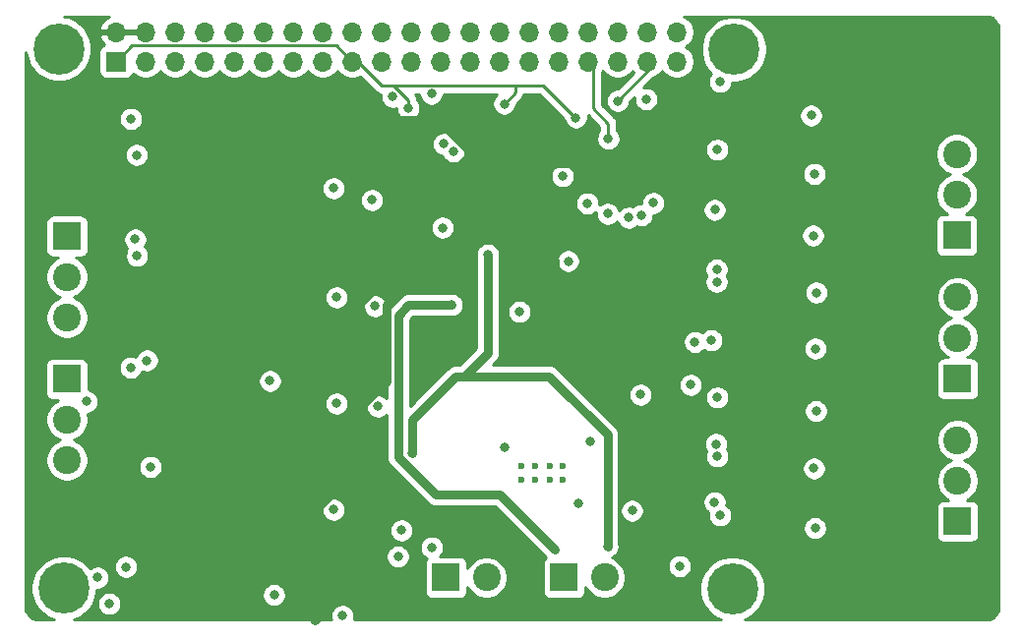
<source format=gbr>
G04 #@! TF.GenerationSoftware,KiCad,Pcbnew,(5.1.9)-1*
G04 #@! TF.CreationDate,2021-06-05T11:28:22-05:00*
G04 #@! TF.ProjectId,RASPBERRY 4 PI HAT,52415350-4245-4525-9259-203420504920,rev?*
G04 #@! TF.SameCoordinates,Original*
G04 #@! TF.FileFunction,Copper,L2,Inr*
G04 #@! TF.FilePolarity,Positive*
%FSLAX46Y46*%
G04 Gerber Fmt 4.6, Leading zero omitted, Abs format (unit mm)*
G04 Created by KiCad (PCBNEW (5.1.9)-1) date 2021-06-05 11:28:22*
%MOMM*%
%LPD*%
G01*
G04 APERTURE LIST*
G04 #@! TA.AperFunction,ComponentPad*
%ADD10C,2.400000*%
G04 #@! TD*
G04 #@! TA.AperFunction,ComponentPad*
%ADD11R,2.400000X2.400000*%
G04 #@! TD*
G04 #@! TA.AperFunction,ComponentPad*
%ADD12O,1.700000X1.700000*%
G04 #@! TD*
G04 #@! TA.AperFunction,ComponentPad*
%ADD13R,1.700000X1.700000*%
G04 #@! TD*
G04 #@! TA.AperFunction,ComponentPad*
%ADD14C,0.700000*%
G04 #@! TD*
G04 #@! TA.AperFunction,ComponentPad*
%ADD15C,4.400000*%
G04 #@! TD*
G04 #@! TA.AperFunction,ComponentPad*
%ADD16C,0.600000*%
G04 #@! TD*
G04 #@! TA.AperFunction,ViaPad*
%ADD17C,0.800000*%
G04 #@! TD*
G04 #@! TA.AperFunction,Conductor*
%ADD18C,0.250000*%
G04 #@! TD*
G04 #@! TA.AperFunction,Conductor*
%ADD19C,0.750000*%
G04 #@! TD*
G04 #@! TA.AperFunction,Conductor*
%ADD20C,0.254000*%
G04 #@! TD*
G04 #@! TA.AperFunction,Conductor*
%ADD21C,0.100000*%
G04 #@! TD*
G04 APERTURE END LIST*
D10*
X187560000Y-97280000D03*
X187560000Y-100780000D03*
D11*
X187560000Y-104280000D03*
D12*
X163390000Y-74430000D03*
X163390000Y-76970000D03*
X160850000Y-74430000D03*
X160850000Y-76970000D03*
X158310000Y-74430000D03*
X158310000Y-76970000D03*
X155770000Y-74430000D03*
X155770000Y-76970000D03*
X153230000Y-74430000D03*
X153230000Y-76970000D03*
X150690000Y-74430000D03*
X150690000Y-76970000D03*
X148150000Y-74430000D03*
X148150000Y-76970000D03*
X145610000Y-74430000D03*
X145610000Y-76970000D03*
X143070000Y-74430000D03*
X143070000Y-76970000D03*
X140530000Y-74430000D03*
X140530000Y-76970000D03*
X137990000Y-74430000D03*
X137990000Y-76970000D03*
X135450000Y-74430000D03*
X135450000Y-76970000D03*
X132910000Y-74430000D03*
X132910000Y-76970000D03*
X130370000Y-74430000D03*
X130370000Y-76970000D03*
X127830000Y-74430000D03*
X127830000Y-76970000D03*
X125290000Y-74430000D03*
X125290000Y-76970000D03*
X122750000Y-74430000D03*
X122750000Y-76970000D03*
X120210000Y-74430000D03*
X120210000Y-76970000D03*
X117670000Y-74430000D03*
X117670000Y-76970000D03*
X115130000Y-74430000D03*
D13*
X115130000Y-76970000D03*
D14*
X111802726Y-121157274D03*
X110636000Y-120674000D03*
X109469274Y-121157274D03*
X108986000Y-122324000D03*
X109469274Y-123490726D03*
X110636000Y-123974000D03*
X111802726Y-123490726D03*
X112286000Y-122324000D03*
D15*
X110636000Y-122324000D03*
D14*
X169350726Y-121227274D03*
X168184000Y-120744000D03*
X167017274Y-121227274D03*
X166534000Y-122394000D03*
X167017274Y-123560726D03*
X168184000Y-124044000D03*
X169350726Y-123560726D03*
X169834000Y-122394000D03*
D15*
X168184000Y-122394000D03*
D14*
X169470000Y-74756548D03*
X168303274Y-74273274D03*
X167136548Y-74756548D03*
X166653274Y-75923274D03*
X167136548Y-77090000D03*
X168303274Y-77573274D03*
X169470000Y-77090000D03*
X169953274Y-75923274D03*
D15*
X168303274Y-75923274D03*
D14*
X111366726Y-74713274D03*
X110200000Y-74230000D03*
X109033274Y-74713274D03*
X108550000Y-75880000D03*
X109033274Y-77046726D03*
X110200000Y-77530000D03*
X111366726Y-77046726D03*
X111850000Y-75880000D03*
D15*
X110200000Y-75880000D03*
D16*
X149998000Y-112995000D03*
X151198000Y-112995000D03*
X151198000Y-111795000D03*
X149998000Y-111795000D03*
X153598000Y-112995000D03*
X152498000Y-112995000D03*
X152498000Y-111795000D03*
X153598000Y-111795000D03*
D11*
X153670000Y-121412000D03*
D10*
X157170000Y-121412000D03*
D11*
X143510000Y-121412000D03*
D10*
X147010000Y-121412000D03*
D11*
X187490000Y-91950000D03*
D10*
X187490000Y-88450000D03*
X187490000Y-84950000D03*
D11*
X187550000Y-116580000D03*
D10*
X187550000Y-113080000D03*
X187550000Y-109580000D03*
X110900000Y-99010000D03*
X110900000Y-95510000D03*
D11*
X110900000Y-92010000D03*
X110890000Y-104310000D03*
D10*
X110890000Y-107810000D03*
X110890000Y-111310000D03*
D17*
X139700000Y-117348000D03*
X133858000Y-115570000D03*
X134620000Y-124714000D03*
X137668000Y-106680000D03*
X134112000Y-106426000D03*
X137418653Y-98048653D03*
X134112000Y-97282000D03*
X137160000Y-88900000D03*
X133858000Y-87884000D03*
X138938000Y-80010000D03*
X153550000Y-86850000D03*
X160274000Y-105664000D03*
X167124000Y-78726000D03*
X166870000Y-84568000D03*
X166650000Y-89740000D03*
X166830000Y-94880000D03*
X164580000Y-104820000D03*
X166760000Y-109910000D03*
X166640000Y-114920000D03*
X159550000Y-115650000D03*
X164950000Y-101120000D03*
X128370000Y-104480000D03*
X128720000Y-122910000D03*
X166824000Y-95952000D03*
X155700000Y-89190000D03*
X166370000Y-100990000D03*
X157440000Y-90080000D03*
X159258000Y-90414000D03*
X166870000Y-105904000D03*
X160342691Y-90210540D03*
X166870000Y-110984000D03*
X161362686Y-89154271D03*
X167124000Y-116064000D03*
X148590000Y-110236000D03*
X148590000Y-110236000D03*
X148590000Y-110236000D03*
X148590000Y-110236000D03*
X155956000Y-109728000D03*
X148500000Y-91610000D03*
X163420000Y-111158000D03*
X163322000Y-115316000D03*
X163620000Y-90420000D03*
X163610000Y-80200000D03*
X163575000Y-101040000D03*
X155060000Y-104020000D03*
X150280000Y-91520000D03*
X157630000Y-93590000D03*
X135890000Y-109220000D03*
X135910000Y-91500000D03*
X136010000Y-93430000D03*
X136000000Y-100690000D03*
X135880000Y-102560000D03*
X135730000Y-111400000D03*
X135820000Y-118970000D03*
X135610000Y-121430000D03*
X136150000Y-82042001D03*
X135900000Y-83910000D03*
X130060000Y-88340000D03*
X131630000Y-97780000D03*
X131990000Y-106680000D03*
X131920000Y-115970000D03*
X132260000Y-125079999D03*
X112610000Y-106250000D03*
X116380000Y-103320000D03*
X116930000Y-93700000D03*
X174950000Y-81620000D03*
X175230000Y-86650000D03*
X175120000Y-91970000D03*
X175400000Y-96880000D03*
X175320000Y-101700000D03*
X175380000Y-107070000D03*
X175190000Y-112010000D03*
X175300000Y-117150000D03*
X116410000Y-81920000D03*
X116900000Y-85025000D03*
X114540000Y-123680000D03*
X115980000Y-120500000D03*
X154940000Y-115062000D03*
X163640000Y-120440000D03*
X139390000Y-119600000D03*
X143230000Y-91290000D03*
X144160000Y-84710000D03*
X143340000Y-84070000D03*
X142270000Y-79755999D03*
X158310000Y-80360000D03*
X157490000Y-83620000D03*
X142300653Y-118820653D03*
X152910000Y-119010000D03*
X144010000Y-97930000D03*
X140610000Y-110740000D03*
X157420000Y-118740000D03*
X147120000Y-93610000D03*
X113538000Y-121412000D03*
X118080000Y-111890000D03*
X117790000Y-102720000D03*
X116770000Y-92290000D03*
X154708653Y-81801347D03*
X160745000Y-80210000D03*
X148530000Y-80610000D03*
X140290000Y-80990000D03*
X154040000Y-94160000D03*
X149850000Y-98530000D03*
D18*
X160342691Y-90210540D02*
X160511460Y-90210540D01*
X115570000Y-74422000D02*
X114300000Y-74422000D01*
X115570000Y-74422000D02*
X118110000Y-74422000D01*
X115570000Y-74422000D02*
X114046000Y-74422000D01*
X113584000Y-74676000D02*
X113080000Y-75180000D01*
X113792000Y-74676000D02*
X113584000Y-74676000D01*
X114046000Y-74422000D02*
X113792000Y-74676000D01*
D19*
X163620000Y-80210000D02*
X163610000Y-80200000D01*
X163575000Y-101010002D02*
X163575000Y-101040000D01*
X161785000Y-99220002D02*
X163575000Y-101010002D01*
X161785000Y-92255000D02*
X161785000Y-99220002D01*
X161785000Y-92255000D02*
X163620000Y-90420000D01*
X161785000Y-109523000D02*
X163420000Y-111158000D01*
X161785000Y-99220002D02*
X161785000Y-109523000D01*
X161785000Y-113779000D02*
X163322000Y-115316000D01*
X161785000Y-109523000D02*
X161785000Y-113779000D01*
X155060000Y-104020000D02*
X152900000Y-101860000D01*
X152900000Y-94140000D02*
X150280000Y-91520000D01*
X152900000Y-101860000D02*
X152900000Y-94140000D01*
X160450000Y-93590000D02*
X161785000Y-92255000D01*
X157630000Y-93590000D02*
X160450000Y-93590000D01*
X159900000Y-85740000D02*
X163620000Y-82020000D01*
X151130000Y-85740000D02*
X159900000Y-85740000D01*
X163620000Y-82020000D02*
X163620000Y-80210000D01*
X148500000Y-91610000D02*
X148500000Y-88370000D01*
X163620000Y-90420000D02*
X163620000Y-82020000D01*
X135840000Y-118970000D02*
X135820000Y-118970000D01*
X147608002Y-86715000D02*
X150155000Y-86715000D01*
X142935003Y-82042001D02*
X147608002Y-86715000D01*
X136150000Y-82042001D02*
X142935003Y-82042001D01*
X150155000Y-86715000D02*
X151130000Y-85740000D01*
X148500000Y-88370000D02*
X150155000Y-86715000D01*
X135900000Y-83910000D02*
X135900000Y-84800000D01*
X135900000Y-84800000D02*
X134300000Y-86400000D01*
X134300000Y-86400000D02*
X132180000Y-86400000D01*
X130240000Y-88340000D02*
X130060000Y-88340000D01*
X132180000Y-86400000D02*
X130240000Y-88340000D01*
X142935003Y-82042001D02*
X142935003Y-82104997D01*
X142935003Y-82104997D02*
X139770000Y-85270000D01*
X139770000Y-88205685D02*
X136475685Y-91500000D01*
X136475685Y-91500000D02*
X135910000Y-91500000D01*
X139770000Y-85270000D02*
X139770000Y-88205685D01*
X136000000Y-97830000D02*
X136000000Y-100690000D01*
X139770000Y-88205685D02*
X139770000Y-94060000D01*
X138393654Y-104511344D02*
X135890000Y-107014998D01*
X135890000Y-107014998D02*
X135890000Y-109220000D01*
X138620000Y-97690000D02*
X138393654Y-97916346D01*
X138620000Y-95210000D02*
X138620000Y-97690000D01*
X139770000Y-94060000D02*
X138620000Y-95210000D01*
X138393654Y-97916346D02*
X138393654Y-104511344D01*
X138620000Y-95210000D02*
X136000000Y-97830000D01*
X135820000Y-118970000D02*
X135820000Y-113680000D01*
X135820000Y-113680000D02*
X137660000Y-111840000D01*
X137660000Y-108784998D02*
X135890000Y-107014998D01*
X137660000Y-111840000D02*
X137660000Y-108784998D01*
X135980000Y-93430000D02*
X131630000Y-97780000D01*
X136010000Y-93430000D02*
X135980000Y-93430000D01*
X135880000Y-102790000D02*
X131990000Y-106680000D01*
X135880000Y-102560000D02*
X135880000Y-102790000D01*
X135730000Y-112160000D02*
X131920000Y-115970000D01*
X135730000Y-111400000D02*
X135730000Y-112160000D01*
X135610000Y-121729999D02*
X132260000Y-125079999D01*
X135610000Y-121430000D02*
X135610000Y-121729999D01*
D18*
X161290000Y-77380000D02*
X161290000Y-76962000D01*
X158310000Y-80360000D02*
X161290000Y-77380000D01*
X156210000Y-81026000D02*
X156210000Y-76962000D01*
X157490000Y-82306000D02*
X156210000Y-81026000D01*
X157490000Y-83620000D02*
X157490000Y-82306000D01*
D19*
X148144000Y-114244000D02*
X152910000Y-119010000D01*
X139426000Y-98816000D02*
X139426000Y-106365002D01*
X140312000Y-97930000D02*
X139426000Y-98816000D01*
X140860000Y-97930000D02*
X140312000Y-97930000D01*
X144010000Y-97930000D02*
X140860000Y-97930000D01*
X142614000Y-114244000D02*
X139426000Y-111056000D01*
X148144000Y-114244000D02*
X142614000Y-114244000D01*
X139426000Y-106365002D02*
X139426000Y-111056000D01*
X140610000Y-110740000D02*
X140610000Y-108130000D01*
X140610000Y-108130000D02*
X140610000Y-107870000D01*
X140610000Y-107870000D02*
X144360000Y-104120000D01*
X157420000Y-109130000D02*
X157420000Y-118740000D01*
X152410000Y-104120000D02*
X157420000Y-109130000D01*
X147120000Y-102090000D02*
X145090000Y-104120000D01*
X147120000Y-93610000D02*
X147120000Y-102090000D01*
X145090000Y-104120000D02*
X152410000Y-104120000D01*
X144360000Y-104120000D02*
X145090000Y-104120000D01*
D18*
X187396000Y-109530000D02*
X187960000Y-109530000D01*
X186690000Y-110236000D02*
X187396000Y-109530000D01*
X135890000Y-76962000D02*
X137958999Y-79030999D01*
X154651347Y-81801347D02*
X154708653Y-81801347D01*
X151880999Y-79030999D02*
X154651347Y-81801347D01*
X149469001Y-79030999D02*
X149469001Y-79670999D01*
X149469001Y-79030999D02*
X151880999Y-79030999D01*
X149469001Y-79670999D02*
X148530000Y-80610000D01*
X140290000Y-80288998D02*
X140290000Y-80990000D01*
X139032001Y-79030999D02*
X140290000Y-80288998D01*
X138969001Y-79030999D02*
X139032001Y-79030999D01*
X137958999Y-79030999D02*
X138969001Y-79030999D01*
X138969001Y-79030999D02*
X149469001Y-79030999D01*
X134085001Y-75605001D02*
X135450000Y-76970000D01*
X116494999Y-75605001D02*
X134085001Y-75605001D01*
X115130000Y-76970000D02*
X116494999Y-75605001D01*
D20*
X114363080Y-73158359D02*
X114129731Y-73332412D01*
X113934822Y-73548645D01*
X113785843Y-73798748D01*
X113688519Y-74073109D01*
X113809186Y-74303000D01*
X115003000Y-74303000D01*
X115003000Y-74283000D01*
X115257000Y-74283000D01*
X115257000Y-74303000D01*
X117543000Y-74303000D01*
X117543000Y-74283000D01*
X117797000Y-74283000D01*
X117797000Y-74303000D01*
X117817000Y-74303000D01*
X117817000Y-74557000D01*
X117797000Y-74557000D01*
X117797000Y-74577000D01*
X117543000Y-74577000D01*
X117543000Y-74557000D01*
X115257000Y-74557000D01*
X115257000Y-74577000D01*
X115003000Y-74577000D01*
X115003000Y-74557000D01*
X113809186Y-74557000D01*
X113688519Y-74786891D01*
X113785843Y-75061252D01*
X113934822Y-75311355D01*
X114111626Y-75507502D01*
X114035820Y-75530498D01*
X113925506Y-75589463D01*
X113828815Y-75668815D01*
X113749463Y-75765506D01*
X113690498Y-75875820D01*
X113654188Y-75995518D01*
X113641928Y-76120000D01*
X113641928Y-77820000D01*
X113654188Y-77944482D01*
X113690498Y-78064180D01*
X113749463Y-78174494D01*
X113828815Y-78271185D01*
X113925506Y-78350537D01*
X114035820Y-78409502D01*
X114155518Y-78445812D01*
X114280000Y-78458072D01*
X115980000Y-78458072D01*
X116104482Y-78445812D01*
X116224180Y-78409502D01*
X116334494Y-78350537D01*
X116431185Y-78271185D01*
X116510537Y-78174494D01*
X116569502Y-78064180D01*
X116591513Y-77991620D01*
X116723368Y-78123475D01*
X116966589Y-78285990D01*
X117236842Y-78397932D01*
X117523740Y-78455000D01*
X117816260Y-78455000D01*
X118103158Y-78397932D01*
X118373411Y-78285990D01*
X118616632Y-78123475D01*
X118823475Y-77916632D01*
X118940000Y-77742240D01*
X119056525Y-77916632D01*
X119263368Y-78123475D01*
X119506589Y-78285990D01*
X119776842Y-78397932D01*
X120063740Y-78455000D01*
X120356260Y-78455000D01*
X120643158Y-78397932D01*
X120913411Y-78285990D01*
X121156632Y-78123475D01*
X121363475Y-77916632D01*
X121480000Y-77742240D01*
X121596525Y-77916632D01*
X121803368Y-78123475D01*
X122046589Y-78285990D01*
X122316842Y-78397932D01*
X122603740Y-78455000D01*
X122896260Y-78455000D01*
X123183158Y-78397932D01*
X123453411Y-78285990D01*
X123696632Y-78123475D01*
X123903475Y-77916632D01*
X124020000Y-77742240D01*
X124136525Y-77916632D01*
X124343368Y-78123475D01*
X124586589Y-78285990D01*
X124856842Y-78397932D01*
X125143740Y-78455000D01*
X125436260Y-78455000D01*
X125723158Y-78397932D01*
X125993411Y-78285990D01*
X126236632Y-78123475D01*
X126443475Y-77916632D01*
X126560000Y-77742240D01*
X126676525Y-77916632D01*
X126883368Y-78123475D01*
X127126589Y-78285990D01*
X127396842Y-78397932D01*
X127683740Y-78455000D01*
X127976260Y-78455000D01*
X128263158Y-78397932D01*
X128533411Y-78285990D01*
X128776632Y-78123475D01*
X128983475Y-77916632D01*
X129100000Y-77742240D01*
X129216525Y-77916632D01*
X129423368Y-78123475D01*
X129666589Y-78285990D01*
X129936842Y-78397932D01*
X130223740Y-78455000D01*
X130516260Y-78455000D01*
X130803158Y-78397932D01*
X131073411Y-78285990D01*
X131316632Y-78123475D01*
X131523475Y-77916632D01*
X131640000Y-77742240D01*
X131756525Y-77916632D01*
X131963368Y-78123475D01*
X132206589Y-78285990D01*
X132476842Y-78397932D01*
X132763740Y-78455000D01*
X133056260Y-78455000D01*
X133343158Y-78397932D01*
X133613411Y-78285990D01*
X133856632Y-78123475D01*
X134063475Y-77916632D01*
X134180000Y-77742240D01*
X134296525Y-77916632D01*
X134503368Y-78123475D01*
X134746589Y-78285990D01*
X135016842Y-78397932D01*
X135303740Y-78455000D01*
X135596260Y-78455000D01*
X135883158Y-78397932D01*
X136143354Y-78290156D01*
X137395204Y-79542007D01*
X137418998Y-79571000D01*
X137447991Y-79594794D01*
X137447995Y-79594798D01*
X137506980Y-79643205D01*
X137534723Y-79665973D01*
X137666752Y-79736545D01*
X137810013Y-79780002D01*
X137921666Y-79790999D01*
X137921675Y-79790999D01*
X137926196Y-79791444D01*
X137903000Y-79908061D01*
X137903000Y-80111939D01*
X137942774Y-80311898D01*
X138020795Y-80500256D01*
X138134063Y-80669774D01*
X138278226Y-80813937D01*
X138447744Y-80927205D01*
X138636102Y-81005226D01*
X138836061Y-81045000D01*
X139039939Y-81045000D01*
X139239898Y-81005226D01*
X139255000Y-80998971D01*
X139255000Y-81091939D01*
X139294774Y-81291898D01*
X139372795Y-81480256D01*
X139486063Y-81649774D01*
X139630226Y-81793937D01*
X139799744Y-81907205D01*
X139988102Y-81985226D01*
X140188061Y-82025000D01*
X140391939Y-82025000D01*
X140591898Y-81985226D01*
X140780256Y-81907205D01*
X140949774Y-81793937D01*
X141093937Y-81649774D01*
X141207205Y-81480256D01*
X141285226Y-81291898D01*
X141325000Y-81091939D01*
X141325000Y-80888061D01*
X141285226Y-80688102D01*
X141207205Y-80499744D01*
X141093937Y-80330226D01*
X141053589Y-80289878D01*
X141053676Y-80288997D01*
X141050000Y-80251674D01*
X141050000Y-80251665D01*
X141039003Y-80140012D01*
X140995546Y-79996751D01*
X140924974Y-79864722D01*
X140864471Y-79790999D01*
X141235000Y-79790999D01*
X141235000Y-79857938D01*
X141274774Y-80057897D01*
X141352795Y-80246255D01*
X141466063Y-80415773D01*
X141610226Y-80559936D01*
X141779744Y-80673204D01*
X141968102Y-80751225D01*
X142168061Y-80790999D01*
X142371939Y-80790999D01*
X142571898Y-80751225D01*
X142760256Y-80673204D01*
X142929774Y-80559936D01*
X143073937Y-80415773D01*
X143187205Y-80246255D01*
X143265226Y-80057897D01*
X143305000Y-79857938D01*
X143305000Y-79790999D01*
X147892771Y-79790999D01*
X147870226Y-79806063D01*
X147726063Y-79950226D01*
X147612795Y-80119744D01*
X147534774Y-80308102D01*
X147495000Y-80508061D01*
X147495000Y-80711939D01*
X147534774Y-80911898D01*
X147612795Y-81100256D01*
X147726063Y-81269774D01*
X147870226Y-81413937D01*
X148039744Y-81527205D01*
X148228102Y-81605226D01*
X148428061Y-81645000D01*
X148631939Y-81645000D01*
X148831898Y-81605226D01*
X149020256Y-81527205D01*
X149189774Y-81413937D01*
X149333937Y-81269774D01*
X149447205Y-81100256D01*
X149525226Y-80911898D01*
X149565000Y-80711939D01*
X149565000Y-80649802D01*
X149980004Y-80234798D01*
X150009002Y-80211000D01*
X150035333Y-80178916D01*
X150103975Y-80095276D01*
X150174547Y-79963246D01*
X150177048Y-79955000D01*
X150218004Y-79819985D01*
X150220859Y-79790999D01*
X151566198Y-79790999D01*
X153673653Y-81898455D01*
X153673653Y-81903286D01*
X153713427Y-82103245D01*
X153791448Y-82291603D01*
X153904716Y-82461121D01*
X154048879Y-82605284D01*
X154218397Y-82718552D01*
X154406755Y-82796573D01*
X154606714Y-82836347D01*
X154810592Y-82836347D01*
X155010551Y-82796573D01*
X155198909Y-82718552D01*
X155368427Y-82605284D01*
X155512590Y-82461121D01*
X155625858Y-82291603D01*
X155703879Y-82103245D01*
X155743653Y-81903286D01*
X155743653Y-81699408D01*
X155727525Y-81618326D01*
X156730001Y-82620803D01*
X156730001Y-82916288D01*
X156686063Y-82960226D01*
X156572795Y-83129744D01*
X156494774Y-83318102D01*
X156455000Y-83518061D01*
X156455000Y-83721939D01*
X156494774Y-83921898D01*
X156572795Y-84110256D01*
X156686063Y-84279774D01*
X156830226Y-84423937D01*
X156999744Y-84537205D01*
X157188102Y-84615226D01*
X157388061Y-84655000D01*
X157591939Y-84655000D01*
X157791898Y-84615226D01*
X157980256Y-84537205D01*
X158086730Y-84466061D01*
X165835000Y-84466061D01*
X165835000Y-84669939D01*
X165874774Y-84869898D01*
X165952795Y-85058256D01*
X166066063Y-85227774D01*
X166210226Y-85371937D01*
X166379744Y-85485205D01*
X166568102Y-85563226D01*
X166768061Y-85603000D01*
X166971939Y-85603000D01*
X167171898Y-85563226D01*
X167360256Y-85485205D01*
X167529774Y-85371937D01*
X167673937Y-85227774D01*
X167787205Y-85058256D01*
X167865226Y-84869898D01*
X167905000Y-84669939D01*
X167905000Y-84466061D01*
X167865226Y-84266102D01*
X167787205Y-84077744D01*
X167673937Y-83908226D01*
X167529774Y-83764063D01*
X167360256Y-83650795D01*
X167171898Y-83572774D01*
X166971939Y-83533000D01*
X166768061Y-83533000D01*
X166568102Y-83572774D01*
X166379744Y-83650795D01*
X166210226Y-83764063D01*
X166066063Y-83908226D01*
X165952795Y-84077744D01*
X165874774Y-84266102D01*
X165835000Y-84466061D01*
X158086730Y-84466061D01*
X158149774Y-84423937D01*
X158293937Y-84279774D01*
X158407205Y-84110256D01*
X158485226Y-83921898D01*
X158525000Y-83721939D01*
X158525000Y-83518061D01*
X158485226Y-83318102D01*
X158407205Y-83129744D01*
X158293937Y-82960226D01*
X158250000Y-82916289D01*
X158250000Y-82343322D01*
X158253676Y-82305999D01*
X158250000Y-82268676D01*
X158250000Y-82268667D01*
X158239003Y-82157014D01*
X158195546Y-82013753D01*
X158124974Y-81881724D01*
X158030001Y-81765999D01*
X158001003Y-81742201D01*
X157776863Y-81518061D01*
X173915000Y-81518061D01*
X173915000Y-81721939D01*
X173954774Y-81921898D01*
X174032795Y-82110256D01*
X174146063Y-82279774D01*
X174290226Y-82423937D01*
X174459744Y-82537205D01*
X174648102Y-82615226D01*
X174848061Y-82655000D01*
X175051939Y-82655000D01*
X175251898Y-82615226D01*
X175440256Y-82537205D01*
X175609774Y-82423937D01*
X175753937Y-82279774D01*
X175867205Y-82110256D01*
X175945226Y-81921898D01*
X175985000Y-81721939D01*
X175985000Y-81518061D01*
X175945226Y-81318102D01*
X175867205Y-81129744D01*
X175753937Y-80960226D01*
X175609774Y-80816063D01*
X175440256Y-80702795D01*
X175251898Y-80624774D01*
X175051939Y-80585000D01*
X174848061Y-80585000D01*
X174648102Y-80624774D01*
X174459744Y-80702795D01*
X174290226Y-80816063D01*
X174146063Y-80960226D01*
X174032795Y-81129744D01*
X173954774Y-81318102D01*
X173915000Y-81518061D01*
X157776863Y-81518061D01*
X156970000Y-80711199D01*
X156970000Y-77847002D01*
X157040000Y-77742240D01*
X157156525Y-77916632D01*
X157363368Y-78123475D01*
X157606589Y-78285990D01*
X157876842Y-78397932D01*
X158163740Y-78455000D01*
X158456260Y-78455000D01*
X158743158Y-78397932D01*
X159013411Y-78285990D01*
X159256632Y-78123475D01*
X159463475Y-77916632D01*
X159580000Y-77742240D01*
X159689332Y-77905866D01*
X158270199Y-79325000D01*
X158208061Y-79325000D01*
X158008102Y-79364774D01*
X157819744Y-79442795D01*
X157650226Y-79556063D01*
X157506063Y-79700226D01*
X157392795Y-79869744D01*
X157314774Y-80058102D01*
X157275000Y-80258061D01*
X157275000Y-80461939D01*
X157314774Y-80661898D01*
X157392795Y-80850256D01*
X157506063Y-81019774D01*
X157650226Y-81163937D01*
X157819744Y-81277205D01*
X158008102Y-81355226D01*
X158208061Y-81395000D01*
X158411939Y-81395000D01*
X158611898Y-81355226D01*
X158800256Y-81277205D01*
X158969774Y-81163937D01*
X159113937Y-81019774D01*
X159227205Y-80850256D01*
X159305226Y-80661898D01*
X159345000Y-80461939D01*
X159345000Y-80399801D01*
X159728190Y-80016611D01*
X159710000Y-80108061D01*
X159710000Y-80311939D01*
X159749774Y-80511898D01*
X159827795Y-80700256D01*
X159941063Y-80869774D01*
X160085226Y-81013937D01*
X160254744Y-81127205D01*
X160443102Y-81205226D01*
X160643061Y-81245000D01*
X160846939Y-81245000D01*
X161046898Y-81205226D01*
X161235256Y-81127205D01*
X161404774Y-81013937D01*
X161548937Y-80869774D01*
X161662205Y-80700256D01*
X161740226Y-80511898D01*
X161780000Y-80311939D01*
X161780000Y-80108061D01*
X161740226Y-79908102D01*
X161662205Y-79719744D01*
X161548937Y-79550226D01*
X161404774Y-79406063D01*
X161235256Y-79292795D01*
X161046898Y-79214774D01*
X160846939Y-79175000D01*
X160643061Y-79175000D01*
X160551612Y-79193190D01*
X161391922Y-78352881D01*
X161553411Y-78285990D01*
X161796632Y-78123475D01*
X162003475Y-77916632D01*
X162120000Y-77742240D01*
X162236525Y-77916632D01*
X162443368Y-78123475D01*
X162686589Y-78285990D01*
X162956842Y-78397932D01*
X163243740Y-78455000D01*
X163536260Y-78455000D01*
X163823158Y-78397932D01*
X164093411Y-78285990D01*
X164336632Y-78123475D01*
X164543475Y-77916632D01*
X164705990Y-77673411D01*
X164817932Y-77403158D01*
X164875000Y-77116260D01*
X164875000Y-76823740D01*
X164817932Y-76536842D01*
X164705990Y-76266589D01*
X164543475Y-76023368D01*
X164336632Y-75816525D01*
X164162240Y-75700000D01*
X164245973Y-75644051D01*
X165468274Y-75644051D01*
X165468274Y-76202497D01*
X165577222Y-76750213D01*
X165790930Y-77266150D01*
X166101186Y-77730481D01*
X166378497Y-78007792D01*
X166320063Y-78066226D01*
X166206795Y-78235744D01*
X166128774Y-78424102D01*
X166089000Y-78624061D01*
X166089000Y-78827939D01*
X166128774Y-79027898D01*
X166206795Y-79216256D01*
X166320063Y-79385774D01*
X166464226Y-79529937D01*
X166633744Y-79643205D01*
X166822102Y-79721226D01*
X167022061Y-79761000D01*
X167225939Y-79761000D01*
X167425898Y-79721226D01*
X167614256Y-79643205D01*
X167783774Y-79529937D01*
X167927937Y-79385774D01*
X168041205Y-79216256D01*
X168119226Y-79027898D01*
X168159000Y-78827939D01*
X168159000Y-78758274D01*
X168582497Y-78758274D01*
X169130213Y-78649326D01*
X169646150Y-78435618D01*
X170110481Y-78125362D01*
X170505362Y-77730481D01*
X170815618Y-77266150D01*
X171029326Y-76750213D01*
X171138274Y-76202497D01*
X171138274Y-75644051D01*
X171029326Y-75096335D01*
X170815618Y-74580398D01*
X170505362Y-74116067D01*
X170110481Y-73721186D01*
X169646150Y-73410930D01*
X169130213Y-73197222D01*
X168582497Y-73088274D01*
X168024051Y-73088274D01*
X167476335Y-73197222D01*
X166960398Y-73410930D01*
X166496067Y-73721186D01*
X166101186Y-74116067D01*
X165790930Y-74580398D01*
X165577222Y-75096335D01*
X165468274Y-75644051D01*
X164245973Y-75644051D01*
X164336632Y-75583475D01*
X164543475Y-75376632D01*
X164705990Y-75133411D01*
X164817932Y-74863158D01*
X164875000Y-74576260D01*
X164875000Y-74283740D01*
X164817932Y-73996842D01*
X164705990Y-73726589D01*
X164543475Y-73483368D01*
X164336632Y-73276525D01*
X164093411Y-73114010D01*
X163999235Y-73075001D01*
X190302512Y-73075001D01*
X190547643Y-73229160D01*
X190852911Y-73517484D01*
X191084999Y-73843643D01*
X191085000Y-124262509D01*
X190930840Y-124507643D01*
X190642516Y-124812911D01*
X190316357Y-125044999D01*
X169192133Y-125044999D01*
X169526876Y-124906344D01*
X169991207Y-124596088D01*
X170386088Y-124201207D01*
X170696344Y-123736876D01*
X170910052Y-123220939D01*
X171019000Y-122673223D01*
X171019000Y-122114777D01*
X170910052Y-121567061D01*
X170696344Y-121051124D01*
X170386088Y-120586793D01*
X169991207Y-120191912D01*
X169526876Y-119881656D01*
X169010939Y-119667948D01*
X168463223Y-119559000D01*
X167904777Y-119559000D01*
X167357061Y-119667948D01*
X166841124Y-119881656D01*
X166376793Y-120191912D01*
X165981912Y-120586793D01*
X165671656Y-121051124D01*
X165457948Y-121567061D01*
X165349000Y-122114777D01*
X165349000Y-122673223D01*
X165457948Y-123220939D01*
X165671656Y-123736876D01*
X165981912Y-124201207D01*
X166376793Y-124596088D01*
X166841124Y-124906344D01*
X167175867Y-125044999D01*
X135603172Y-125044999D01*
X135615226Y-125015898D01*
X135655000Y-124815939D01*
X135655000Y-124612061D01*
X135615226Y-124412102D01*
X135537205Y-124223744D01*
X135423937Y-124054226D01*
X135279774Y-123910063D01*
X135110256Y-123796795D01*
X134921898Y-123718774D01*
X134721939Y-123679000D01*
X134518061Y-123679000D01*
X134318102Y-123718774D01*
X134129744Y-123796795D01*
X133960226Y-123910063D01*
X133816063Y-124054226D01*
X133702795Y-124223744D01*
X133624774Y-124412102D01*
X133585000Y-124612061D01*
X133585000Y-124815939D01*
X133624774Y-125015898D01*
X133636828Y-125044999D01*
X111475138Y-125044999D01*
X111978876Y-124836344D01*
X112443207Y-124526088D01*
X112838088Y-124131207D01*
X113148344Y-123666876D01*
X113185132Y-123578061D01*
X113505000Y-123578061D01*
X113505000Y-123781939D01*
X113544774Y-123981898D01*
X113622795Y-124170256D01*
X113736063Y-124339774D01*
X113880226Y-124483937D01*
X114049744Y-124597205D01*
X114238102Y-124675226D01*
X114438061Y-124715000D01*
X114641939Y-124715000D01*
X114841898Y-124675226D01*
X115030256Y-124597205D01*
X115199774Y-124483937D01*
X115343937Y-124339774D01*
X115457205Y-124170256D01*
X115535226Y-123981898D01*
X115575000Y-123781939D01*
X115575000Y-123578061D01*
X115535226Y-123378102D01*
X115457205Y-123189744D01*
X115343937Y-123020226D01*
X115199774Y-122876063D01*
X115098002Y-122808061D01*
X127685000Y-122808061D01*
X127685000Y-123011939D01*
X127724774Y-123211898D01*
X127802795Y-123400256D01*
X127916063Y-123569774D01*
X128060226Y-123713937D01*
X128229744Y-123827205D01*
X128418102Y-123905226D01*
X128618061Y-123945000D01*
X128821939Y-123945000D01*
X129021898Y-123905226D01*
X129210256Y-123827205D01*
X129379774Y-123713937D01*
X129523937Y-123569774D01*
X129637205Y-123400256D01*
X129715226Y-123211898D01*
X129755000Y-123011939D01*
X129755000Y-122808061D01*
X129715226Y-122608102D01*
X129637205Y-122419744D01*
X129523937Y-122250226D01*
X129379774Y-122106063D01*
X129210256Y-121992795D01*
X129021898Y-121914774D01*
X128821939Y-121875000D01*
X128618061Y-121875000D01*
X128418102Y-121914774D01*
X128229744Y-121992795D01*
X128060226Y-122106063D01*
X127916063Y-122250226D01*
X127802795Y-122419744D01*
X127724774Y-122608102D01*
X127685000Y-122808061D01*
X115098002Y-122808061D01*
X115030256Y-122762795D01*
X114841898Y-122684774D01*
X114641939Y-122645000D01*
X114438061Y-122645000D01*
X114238102Y-122684774D01*
X114049744Y-122762795D01*
X113880226Y-122876063D01*
X113736063Y-123020226D01*
X113622795Y-123189744D01*
X113544774Y-123378102D01*
X113505000Y-123578061D01*
X113185132Y-123578061D01*
X113362052Y-123150939D01*
X113471000Y-122603223D01*
X113471000Y-122447000D01*
X113639939Y-122447000D01*
X113839898Y-122407226D01*
X114028256Y-122329205D01*
X114197774Y-122215937D01*
X114341937Y-122071774D01*
X114455205Y-121902256D01*
X114533226Y-121713898D01*
X114573000Y-121513939D01*
X114573000Y-121310061D01*
X114533226Y-121110102D01*
X114455205Y-120921744D01*
X114341937Y-120752226D01*
X114197774Y-120608063D01*
X114028256Y-120494795D01*
X113839898Y-120416774D01*
X113745821Y-120398061D01*
X114945000Y-120398061D01*
X114945000Y-120601939D01*
X114984774Y-120801898D01*
X115062795Y-120990256D01*
X115176063Y-121159774D01*
X115320226Y-121303937D01*
X115489744Y-121417205D01*
X115678102Y-121495226D01*
X115878061Y-121535000D01*
X116081939Y-121535000D01*
X116281898Y-121495226D01*
X116470256Y-121417205D01*
X116639774Y-121303937D01*
X116783937Y-121159774D01*
X116897205Y-120990256D01*
X116975226Y-120801898D01*
X117015000Y-120601939D01*
X117015000Y-120398061D01*
X116975226Y-120198102D01*
X116897205Y-120009744D01*
X116783937Y-119840226D01*
X116639774Y-119696063D01*
X116470256Y-119582795D01*
X116281898Y-119504774D01*
X116248150Y-119498061D01*
X138355000Y-119498061D01*
X138355000Y-119701939D01*
X138394774Y-119901898D01*
X138472795Y-120090256D01*
X138586063Y-120259774D01*
X138730226Y-120403937D01*
X138899744Y-120517205D01*
X139088102Y-120595226D01*
X139288061Y-120635000D01*
X139491939Y-120635000D01*
X139691898Y-120595226D01*
X139880256Y-120517205D01*
X140049774Y-120403937D01*
X140193937Y-120259774D01*
X140307205Y-120090256D01*
X140385226Y-119901898D01*
X140425000Y-119701939D01*
X140425000Y-119498061D01*
X140385226Y-119298102D01*
X140307205Y-119109744D01*
X140193937Y-118940226D01*
X140049774Y-118796063D01*
X139934013Y-118718714D01*
X141265653Y-118718714D01*
X141265653Y-118922592D01*
X141305427Y-119122551D01*
X141383448Y-119310909D01*
X141496716Y-119480427D01*
X141640879Y-119624590D01*
X141810397Y-119737858D01*
X141861165Y-119758887D01*
X141858815Y-119760815D01*
X141779463Y-119857506D01*
X141720498Y-119967820D01*
X141684188Y-120087518D01*
X141671928Y-120212000D01*
X141671928Y-122612000D01*
X141684188Y-122736482D01*
X141720498Y-122856180D01*
X141779463Y-122966494D01*
X141858815Y-123063185D01*
X141955506Y-123142537D01*
X142065820Y-123201502D01*
X142185518Y-123237812D01*
X142310000Y-123250072D01*
X144710000Y-123250072D01*
X144834482Y-123237812D01*
X144954180Y-123201502D01*
X145064494Y-123142537D01*
X145161185Y-123063185D01*
X145240537Y-122966494D01*
X145299502Y-122856180D01*
X145335812Y-122736482D01*
X145348072Y-122612000D01*
X145348072Y-122194838D01*
X145383844Y-122281199D01*
X145584662Y-122581744D01*
X145840256Y-122837338D01*
X146140801Y-123038156D01*
X146474750Y-123176482D01*
X146829268Y-123247000D01*
X147190732Y-123247000D01*
X147545250Y-123176482D01*
X147879199Y-123038156D01*
X148179744Y-122837338D01*
X148435338Y-122581744D01*
X148636156Y-122281199D01*
X148774482Y-121947250D01*
X148845000Y-121592732D01*
X148845000Y-121231268D01*
X148774482Y-120876750D01*
X148636156Y-120542801D01*
X148435338Y-120242256D01*
X148179744Y-119986662D01*
X147879199Y-119785844D01*
X147545250Y-119647518D01*
X147190732Y-119577000D01*
X146829268Y-119577000D01*
X146474750Y-119647518D01*
X146140801Y-119785844D01*
X145840256Y-119986662D01*
X145584662Y-120242256D01*
X145383844Y-120542801D01*
X145348072Y-120629162D01*
X145348072Y-120212000D01*
X145335812Y-120087518D01*
X145299502Y-119967820D01*
X145240537Y-119857506D01*
X145161185Y-119760815D01*
X145064494Y-119681463D01*
X144954180Y-119622498D01*
X144834482Y-119586188D01*
X144710000Y-119573928D01*
X143011089Y-119573928D01*
X143104590Y-119480427D01*
X143217858Y-119310909D01*
X143295879Y-119122551D01*
X143335653Y-118922592D01*
X143335653Y-118718714D01*
X143295879Y-118518755D01*
X143217858Y-118330397D01*
X143104590Y-118160879D01*
X142960427Y-118016716D01*
X142790909Y-117903448D01*
X142602551Y-117825427D01*
X142402592Y-117785653D01*
X142198714Y-117785653D01*
X141998755Y-117825427D01*
X141810397Y-117903448D01*
X141640879Y-118016716D01*
X141496716Y-118160879D01*
X141383448Y-118330397D01*
X141305427Y-118518755D01*
X141265653Y-118718714D01*
X139934013Y-118718714D01*
X139880256Y-118682795D01*
X139691898Y-118604774D01*
X139491939Y-118565000D01*
X139288061Y-118565000D01*
X139088102Y-118604774D01*
X138899744Y-118682795D01*
X138730226Y-118796063D01*
X138586063Y-118940226D01*
X138472795Y-119109744D01*
X138394774Y-119298102D01*
X138355000Y-119498061D01*
X116248150Y-119498061D01*
X116081939Y-119465000D01*
X115878061Y-119465000D01*
X115678102Y-119504774D01*
X115489744Y-119582795D01*
X115320226Y-119696063D01*
X115176063Y-119840226D01*
X115062795Y-120009744D01*
X114984774Y-120198102D01*
X114945000Y-120398061D01*
X113745821Y-120398061D01*
X113639939Y-120377000D01*
X113436061Y-120377000D01*
X113236102Y-120416774D01*
X113047744Y-120494795D01*
X112892638Y-120598433D01*
X112838088Y-120516793D01*
X112443207Y-120121912D01*
X111978876Y-119811656D01*
X111462939Y-119597948D01*
X110915223Y-119489000D01*
X110356777Y-119489000D01*
X109809061Y-119597948D01*
X109293124Y-119811656D01*
X108828793Y-120121912D01*
X108433912Y-120516793D01*
X108123656Y-120981124D01*
X107909948Y-121497061D01*
X107801000Y-122044777D01*
X107801000Y-122603223D01*
X107909948Y-123150939D01*
X108123656Y-123666876D01*
X108433912Y-124131207D01*
X108828793Y-124526088D01*
X109293124Y-124836344D01*
X109796862Y-125044999D01*
X108147489Y-125044999D01*
X107902357Y-124890840D01*
X107597089Y-124602516D01*
X107365001Y-124276357D01*
X107365001Y-117246061D01*
X138665000Y-117246061D01*
X138665000Y-117449939D01*
X138704774Y-117649898D01*
X138782795Y-117838256D01*
X138896063Y-118007774D01*
X139040226Y-118151937D01*
X139209744Y-118265205D01*
X139398102Y-118343226D01*
X139598061Y-118383000D01*
X139801939Y-118383000D01*
X140001898Y-118343226D01*
X140190256Y-118265205D01*
X140359774Y-118151937D01*
X140503937Y-118007774D01*
X140617205Y-117838256D01*
X140695226Y-117649898D01*
X140735000Y-117449939D01*
X140735000Y-117246061D01*
X140695226Y-117046102D01*
X140617205Y-116857744D01*
X140503937Y-116688226D01*
X140359774Y-116544063D01*
X140190256Y-116430795D01*
X140001898Y-116352774D01*
X139801939Y-116313000D01*
X139598061Y-116313000D01*
X139398102Y-116352774D01*
X139209744Y-116430795D01*
X139040226Y-116544063D01*
X138896063Y-116688226D01*
X138782795Y-116857744D01*
X138704774Y-117046102D01*
X138665000Y-117246061D01*
X107365001Y-117246061D01*
X107365001Y-115468061D01*
X132823000Y-115468061D01*
X132823000Y-115671939D01*
X132862774Y-115871898D01*
X132940795Y-116060256D01*
X133054063Y-116229774D01*
X133198226Y-116373937D01*
X133367744Y-116487205D01*
X133556102Y-116565226D01*
X133756061Y-116605000D01*
X133959939Y-116605000D01*
X134159898Y-116565226D01*
X134348256Y-116487205D01*
X134517774Y-116373937D01*
X134661937Y-116229774D01*
X134775205Y-116060256D01*
X134853226Y-115871898D01*
X134893000Y-115671939D01*
X134893000Y-115468061D01*
X134853226Y-115268102D01*
X134775205Y-115079744D01*
X134661937Y-114910226D01*
X134517774Y-114766063D01*
X134348256Y-114652795D01*
X134159898Y-114574774D01*
X133959939Y-114535000D01*
X133756061Y-114535000D01*
X133556102Y-114574774D01*
X133367744Y-114652795D01*
X133198226Y-114766063D01*
X133054063Y-114910226D01*
X132940795Y-115079744D01*
X132862774Y-115268102D01*
X132823000Y-115468061D01*
X107365001Y-115468061D01*
X107365001Y-103110000D01*
X109051928Y-103110000D01*
X109051928Y-105510000D01*
X109064188Y-105634482D01*
X109100498Y-105754180D01*
X109159463Y-105864494D01*
X109238815Y-105961185D01*
X109335506Y-106040537D01*
X109445820Y-106099502D01*
X109565518Y-106135812D01*
X109690000Y-106148072D01*
X110107162Y-106148072D01*
X110020801Y-106183844D01*
X109720256Y-106384662D01*
X109464662Y-106640256D01*
X109263844Y-106940801D01*
X109125518Y-107274750D01*
X109055000Y-107629268D01*
X109055000Y-107990732D01*
X109125518Y-108345250D01*
X109263844Y-108679199D01*
X109464662Y-108979744D01*
X109720256Y-109235338D01*
X110020801Y-109436156D01*
X110319787Y-109560000D01*
X110020801Y-109683844D01*
X109720256Y-109884662D01*
X109464662Y-110140256D01*
X109263844Y-110440801D01*
X109125518Y-110774750D01*
X109055000Y-111129268D01*
X109055000Y-111490732D01*
X109125518Y-111845250D01*
X109263844Y-112179199D01*
X109464662Y-112479744D01*
X109720256Y-112735338D01*
X110020801Y-112936156D01*
X110354750Y-113074482D01*
X110709268Y-113145000D01*
X111070732Y-113145000D01*
X111425250Y-113074482D01*
X111759199Y-112936156D01*
X112059744Y-112735338D01*
X112315338Y-112479744D01*
X112516156Y-112179199D01*
X112654482Y-111845250D01*
X112665857Y-111788061D01*
X117045000Y-111788061D01*
X117045000Y-111991939D01*
X117084774Y-112191898D01*
X117162795Y-112380256D01*
X117276063Y-112549774D01*
X117420226Y-112693937D01*
X117589744Y-112807205D01*
X117778102Y-112885226D01*
X117978061Y-112925000D01*
X118181939Y-112925000D01*
X118381898Y-112885226D01*
X118570256Y-112807205D01*
X118739774Y-112693937D01*
X118883937Y-112549774D01*
X118997205Y-112380256D01*
X119075226Y-112191898D01*
X119115000Y-111991939D01*
X119115000Y-111788061D01*
X119075226Y-111588102D01*
X118997205Y-111399744D01*
X118883937Y-111230226D01*
X118739774Y-111086063D01*
X118570256Y-110972795D01*
X118381898Y-110894774D01*
X118181939Y-110855000D01*
X117978061Y-110855000D01*
X117778102Y-110894774D01*
X117589744Y-110972795D01*
X117420226Y-111086063D01*
X117276063Y-111230226D01*
X117162795Y-111399744D01*
X117084774Y-111588102D01*
X117045000Y-111788061D01*
X112665857Y-111788061D01*
X112725000Y-111490732D01*
X112725000Y-111129268D01*
X112654482Y-110774750D01*
X112516156Y-110440801D01*
X112315338Y-110140256D01*
X112059744Y-109884662D01*
X111759199Y-109683844D01*
X111460213Y-109560000D01*
X111759199Y-109436156D01*
X112059744Y-109235338D01*
X112315338Y-108979744D01*
X112516156Y-108679199D01*
X112654482Y-108345250D01*
X112725000Y-107990732D01*
X112725000Y-107629268D01*
X112656521Y-107285000D01*
X112711939Y-107285000D01*
X112911898Y-107245226D01*
X113100256Y-107167205D01*
X113269774Y-107053937D01*
X113413937Y-106909774D01*
X113527205Y-106740256D01*
X113605226Y-106551898D01*
X113645000Y-106351939D01*
X113645000Y-106324061D01*
X133077000Y-106324061D01*
X133077000Y-106527939D01*
X133116774Y-106727898D01*
X133194795Y-106916256D01*
X133308063Y-107085774D01*
X133452226Y-107229937D01*
X133621744Y-107343205D01*
X133810102Y-107421226D01*
X134010061Y-107461000D01*
X134213939Y-107461000D01*
X134413898Y-107421226D01*
X134602256Y-107343205D01*
X134771774Y-107229937D01*
X134915937Y-107085774D01*
X135029205Y-106916256D01*
X135107226Y-106727898D01*
X135137030Y-106578061D01*
X136633000Y-106578061D01*
X136633000Y-106781939D01*
X136672774Y-106981898D01*
X136750795Y-107170256D01*
X136864063Y-107339774D01*
X137008226Y-107483937D01*
X137177744Y-107597205D01*
X137366102Y-107675226D01*
X137566061Y-107715000D01*
X137769939Y-107715000D01*
X137969898Y-107675226D01*
X138158256Y-107597205D01*
X138327774Y-107483937D01*
X138416000Y-107395711D01*
X138416001Y-111006382D01*
X138411114Y-111056000D01*
X138430615Y-111253994D01*
X138488368Y-111444379D01*
X138582154Y-111619840D01*
X138612819Y-111657205D01*
X138708368Y-111773633D01*
X138746901Y-111805256D01*
X141864743Y-114923099D01*
X141896367Y-114961633D01*
X142050160Y-115087847D01*
X142184670Y-115159744D01*
X142225620Y-115181632D01*
X142416005Y-115239385D01*
X142614000Y-115258886D01*
X142663608Y-115254000D01*
X147725645Y-115254000D01*
X152034870Y-119563226D01*
X152106063Y-119669774D01*
X152116970Y-119680681D01*
X152115506Y-119681463D01*
X152018815Y-119760815D01*
X151939463Y-119857506D01*
X151880498Y-119967820D01*
X151844188Y-120087518D01*
X151831928Y-120212000D01*
X151831928Y-122612000D01*
X151844188Y-122736482D01*
X151880498Y-122856180D01*
X151939463Y-122966494D01*
X152018815Y-123063185D01*
X152115506Y-123142537D01*
X152225820Y-123201502D01*
X152345518Y-123237812D01*
X152470000Y-123250072D01*
X154870000Y-123250072D01*
X154994482Y-123237812D01*
X155114180Y-123201502D01*
X155224494Y-123142537D01*
X155321185Y-123063185D01*
X155400537Y-122966494D01*
X155459502Y-122856180D01*
X155495812Y-122736482D01*
X155508072Y-122612000D01*
X155508072Y-122194838D01*
X155543844Y-122281199D01*
X155744662Y-122581744D01*
X156000256Y-122837338D01*
X156300801Y-123038156D01*
X156634750Y-123176482D01*
X156989268Y-123247000D01*
X157350732Y-123247000D01*
X157705250Y-123176482D01*
X158039199Y-123038156D01*
X158339744Y-122837338D01*
X158595338Y-122581744D01*
X158796156Y-122281199D01*
X158934482Y-121947250D01*
X159005000Y-121592732D01*
X159005000Y-121231268D01*
X158934482Y-120876750D01*
X158796156Y-120542801D01*
X158659353Y-120338061D01*
X162605000Y-120338061D01*
X162605000Y-120541939D01*
X162644774Y-120741898D01*
X162722795Y-120930256D01*
X162836063Y-121099774D01*
X162980226Y-121243937D01*
X163149744Y-121357205D01*
X163338102Y-121435226D01*
X163538061Y-121475000D01*
X163741939Y-121475000D01*
X163941898Y-121435226D01*
X164130256Y-121357205D01*
X164299774Y-121243937D01*
X164443937Y-121099774D01*
X164557205Y-120930256D01*
X164635226Y-120741898D01*
X164675000Y-120541939D01*
X164675000Y-120338061D01*
X164635226Y-120138102D01*
X164557205Y-119949744D01*
X164443937Y-119780226D01*
X164299774Y-119636063D01*
X164130256Y-119522795D01*
X163941898Y-119444774D01*
X163741939Y-119405000D01*
X163538061Y-119405000D01*
X163338102Y-119444774D01*
X163149744Y-119522795D01*
X162980226Y-119636063D01*
X162836063Y-119780226D01*
X162722795Y-119949744D01*
X162644774Y-120138102D01*
X162605000Y-120338061D01*
X158659353Y-120338061D01*
X158595338Y-120242256D01*
X158339744Y-119986662D01*
X158039199Y-119785844D01*
X157819447Y-119694820D01*
X157910256Y-119657205D01*
X158079774Y-119543937D01*
X158223937Y-119399774D01*
X158337205Y-119230256D01*
X158415226Y-119041898D01*
X158455000Y-118841939D01*
X158455000Y-118638061D01*
X158430000Y-118512377D01*
X158430000Y-115548061D01*
X158515000Y-115548061D01*
X158515000Y-115751939D01*
X158554774Y-115951898D01*
X158632795Y-116140256D01*
X158746063Y-116309774D01*
X158890226Y-116453937D01*
X159059744Y-116567205D01*
X159248102Y-116645226D01*
X159448061Y-116685000D01*
X159651939Y-116685000D01*
X159851898Y-116645226D01*
X160040256Y-116567205D01*
X160209774Y-116453937D01*
X160353937Y-116309774D01*
X160467205Y-116140256D01*
X160545226Y-115951898D01*
X160585000Y-115751939D01*
X160585000Y-115548061D01*
X160545226Y-115348102D01*
X160467205Y-115159744D01*
X160353937Y-114990226D01*
X160209774Y-114846063D01*
X160167866Y-114818061D01*
X165605000Y-114818061D01*
X165605000Y-115021939D01*
X165644774Y-115221898D01*
X165722795Y-115410256D01*
X165836063Y-115579774D01*
X165980226Y-115723937D01*
X166118048Y-115816026D01*
X166089000Y-115962061D01*
X166089000Y-116165939D01*
X166128774Y-116365898D01*
X166206795Y-116554256D01*
X166320063Y-116723774D01*
X166464226Y-116867937D01*
X166633744Y-116981205D01*
X166822102Y-117059226D01*
X167022061Y-117099000D01*
X167225939Y-117099000D01*
X167425898Y-117059226D01*
X167452852Y-117048061D01*
X174265000Y-117048061D01*
X174265000Y-117251939D01*
X174304774Y-117451898D01*
X174382795Y-117640256D01*
X174496063Y-117809774D01*
X174640226Y-117953937D01*
X174809744Y-118067205D01*
X174998102Y-118145226D01*
X175198061Y-118185000D01*
X175401939Y-118185000D01*
X175601898Y-118145226D01*
X175790256Y-118067205D01*
X175959774Y-117953937D01*
X176103937Y-117809774D01*
X176217205Y-117640256D01*
X176295226Y-117451898D01*
X176335000Y-117251939D01*
X176335000Y-117048061D01*
X176295226Y-116848102D01*
X176217205Y-116659744D01*
X176103937Y-116490226D01*
X175959774Y-116346063D01*
X175790256Y-116232795D01*
X175601898Y-116154774D01*
X175401939Y-116115000D01*
X175198061Y-116115000D01*
X174998102Y-116154774D01*
X174809744Y-116232795D01*
X174640226Y-116346063D01*
X174496063Y-116490226D01*
X174382795Y-116659744D01*
X174304774Y-116848102D01*
X174265000Y-117048061D01*
X167452852Y-117048061D01*
X167614256Y-116981205D01*
X167783774Y-116867937D01*
X167927937Y-116723774D01*
X168041205Y-116554256D01*
X168119226Y-116365898D01*
X168159000Y-116165939D01*
X168159000Y-115962061D01*
X168119226Y-115762102D01*
X168041205Y-115573744D01*
X167927937Y-115404226D01*
X167903711Y-115380000D01*
X185711928Y-115380000D01*
X185711928Y-117780000D01*
X185724188Y-117904482D01*
X185760498Y-118024180D01*
X185819463Y-118134494D01*
X185898815Y-118231185D01*
X185995506Y-118310537D01*
X186105820Y-118369502D01*
X186225518Y-118405812D01*
X186350000Y-118418072D01*
X188750000Y-118418072D01*
X188874482Y-118405812D01*
X188994180Y-118369502D01*
X189104494Y-118310537D01*
X189201185Y-118231185D01*
X189280537Y-118134494D01*
X189339502Y-118024180D01*
X189375812Y-117904482D01*
X189388072Y-117780000D01*
X189388072Y-115380000D01*
X189375812Y-115255518D01*
X189339502Y-115135820D01*
X189280537Y-115025506D01*
X189201185Y-114928815D01*
X189104494Y-114849463D01*
X188994180Y-114790498D01*
X188874482Y-114754188D01*
X188750000Y-114741928D01*
X188332838Y-114741928D01*
X188419199Y-114706156D01*
X188719744Y-114505338D01*
X188975338Y-114249744D01*
X189176156Y-113949199D01*
X189314482Y-113615250D01*
X189385000Y-113260732D01*
X189385000Y-112899268D01*
X189314482Y-112544750D01*
X189176156Y-112210801D01*
X188975338Y-111910256D01*
X188719744Y-111654662D01*
X188419199Y-111453844D01*
X188120213Y-111330000D01*
X188419199Y-111206156D01*
X188719744Y-111005338D01*
X188975338Y-110749744D01*
X189176156Y-110449199D01*
X189314482Y-110115250D01*
X189385000Y-109760732D01*
X189385000Y-109399268D01*
X189314482Y-109044750D01*
X189176156Y-108710801D01*
X188975338Y-108410256D01*
X188719744Y-108154662D01*
X188419199Y-107953844D01*
X188085250Y-107815518D01*
X187730732Y-107745000D01*
X187369268Y-107745000D01*
X187014750Y-107815518D01*
X186680801Y-107953844D01*
X186380256Y-108154662D01*
X186124662Y-108410256D01*
X185923844Y-108710801D01*
X185785518Y-109044750D01*
X185715000Y-109399268D01*
X185715000Y-109760732D01*
X185785518Y-110115250D01*
X185923844Y-110449199D01*
X186015615Y-110586544D01*
X186055026Y-110660276D01*
X186108063Y-110724902D01*
X186124662Y-110749744D01*
X186145789Y-110770871D01*
X186149999Y-110776001D01*
X186155129Y-110780211D01*
X186380256Y-111005338D01*
X186680801Y-111206156D01*
X186979787Y-111330000D01*
X186680801Y-111453844D01*
X186380256Y-111654662D01*
X186124662Y-111910256D01*
X185923844Y-112210801D01*
X185785518Y-112544750D01*
X185715000Y-112899268D01*
X185715000Y-113260732D01*
X185785518Y-113615250D01*
X185923844Y-113949199D01*
X186124662Y-114249744D01*
X186380256Y-114505338D01*
X186680801Y-114706156D01*
X186767162Y-114741928D01*
X186350000Y-114741928D01*
X186225518Y-114754188D01*
X186105820Y-114790498D01*
X185995506Y-114849463D01*
X185898815Y-114928815D01*
X185819463Y-115025506D01*
X185760498Y-115135820D01*
X185724188Y-115255518D01*
X185711928Y-115380000D01*
X167903711Y-115380000D01*
X167783774Y-115260063D01*
X167645952Y-115167974D01*
X167675000Y-115021939D01*
X167675000Y-114818061D01*
X167635226Y-114618102D01*
X167557205Y-114429744D01*
X167443937Y-114260226D01*
X167299774Y-114116063D01*
X167130256Y-114002795D01*
X166941898Y-113924774D01*
X166741939Y-113885000D01*
X166538061Y-113885000D01*
X166338102Y-113924774D01*
X166149744Y-114002795D01*
X165980226Y-114116063D01*
X165836063Y-114260226D01*
X165722795Y-114429744D01*
X165644774Y-114618102D01*
X165605000Y-114818061D01*
X160167866Y-114818061D01*
X160040256Y-114732795D01*
X159851898Y-114654774D01*
X159651939Y-114615000D01*
X159448061Y-114615000D01*
X159248102Y-114654774D01*
X159059744Y-114732795D01*
X158890226Y-114846063D01*
X158746063Y-114990226D01*
X158632795Y-115159744D01*
X158554774Y-115348102D01*
X158515000Y-115548061D01*
X158430000Y-115548061D01*
X158430000Y-109808061D01*
X165725000Y-109808061D01*
X165725000Y-110011939D01*
X165764774Y-110211898D01*
X165842795Y-110400256D01*
X165934605Y-110537659D01*
X165874774Y-110682102D01*
X165835000Y-110882061D01*
X165835000Y-111085939D01*
X165874774Y-111285898D01*
X165952795Y-111474256D01*
X166066063Y-111643774D01*
X166210226Y-111787937D01*
X166379744Y-111901205D01*
X166568102Y-111979226D01*
X166768061Y-112019000D01*
X166971939Y-112019000D01*
X167171898Y-111979226D01*
X167343704Y-111908061D01*
X174155000Y-111908061D01*
X174155000Y-112111939D01*
X174194774Y-112311898D01*
X174272795Y-112500256D01*
X174386063Y-112669774D01*
X174530226Y-112813937D01*
X174699744Y-112927205D01*
X174888102Y-113005226D01*
X175088061Y-113045000D01*
X175291939Y-113045000D01*
X175491898Y-113005226D01*
X175680256Y-112927205D01*
X175849774Y-112813937D01*
X175993937Y-112669774D01*
X176107205Y-112500256D01*
X176185226Y-112311898D01*
X176225000Y-112111939D01*
X176225000Y-111908061D01*
X176185226Y-111708102D01*
X176107205Y-111519744D01*
X175993937Y-111350226D01*
X175849774Y-111206063D01*
X175680256Y-111092795D01*
X175491898Y-111014774D01*
X175291939Y-110975000D01*
X175088061Y-110975000D01*
X174888102Y-111014774D01*
X174699744Y-111092795D01*
X174530226Y-111206063D01*
X174386063Y-111350226D01*
X174272795Y-111519744D01*
X174194774Y-111708102D01*
X174155000Y-111908061D01*
X167343704Y-111908061D01*
X167360256Y-111901205D01*
X167529774Y-111787937D01*
X167673937Y-111643774D01*
X167787205Y-111474256D01*
X167865226Y-111285898D01*
X167905000Y-111085939D01*
X167905000Y-110882061D01*
X167865226Y-110682102D01*
X167787205Y-110493744D01*
X167695395Y-110356341D01*
X167755226Y-110211898D01*
X167795000Y-110011939D01*
X167795000Y-109808061D01*
X167755226Y-109608102D01*
X167677205Y-109419744D01*
X167563937Y-109250226D01*
X167419774Y-109106063D01*
X167250256Y-108992795D01*
X167061898Y-108914774D01*
X166861939Y-108875000D01*
X166658061Y-108875000D01*
X166458102Y-108914774D01*
X166269744Y-108992795D01*
X166100226Y-109106063D01*
X165956063Y-109250226D01*
X165842795Y-109419744D01*
X165764774Y-109608102D01*
X165725000Y-109808061D01*
X158430000Y-109808061D01*
X158430000Y-109179608D01*
X158434886Y-109130000D01*
X158415385Y-108932005D01*
X158357632Y-108741620D01*
X158352904Y-108732774D01*
X158263847Y-108566160D01*
X158137633Y-108412367D01*
X158099100Y-108380744D01*
X156686417Y-106968061D01*
X174345000Y-106968061D01*
X174345000Y-107171939D01*
X174384774Y-107371898D01*
X174462795Y-107560256D01*
X174576063Y-107729774D01*
X174720226Y-107873937D01*
X174889744Y-107987205D01*
X175078102Y-108065226D01*
X175278061Y-108105000D01*
X175481939Y-108105000D01*
X175681898Y-108065226D01*
X175870256Y-107987205D01*
X176039774Y-107873937D01*
X176183937Y-107729774D01*
X176297205Y-107560256D01*
X176375226Y-107371898D01*
X176415000Y-107171939D01*
X176415000Y-106968061D01*
X176375226Y-106768102D01*
X176297205Y-106579744D01*
X176183937Y-106410226D01*
X176039774Y-106266063D01*
X175870256Y-106152795D01*
X175681898Y-106074774D01*
X175481939Y-106035000D01*
X175278061Y-106035000D01*
X175078102Y-106074774D01*
X174889744Y-106152795D01*
X174720226Y-106266063D01*
X174576063Y-106410226D01*
X174462795Y-106579744D01*
X174384774Y-106768102D01*
X174345000Y-106968061D01*
X156686417Y-106968061D01*
X155280417Y-105562061D01*
X159239000Y-105562061D01*
X159239000Y-105765939D01*
X159278774Y-105965898D01*
X159356795Y-106154256D01*
X159470063Y-106323774D01*
X159614226Y-106467937D01*
X159783744Y-106581205D01*
X159972102Y-106659226D01*
X160172061Y-106699000D01*
X160375939Y-106699000D01*
X160575898Y-106659226D01*
X160764256Y-106581205D01*
X160933774Y-106467937D01*
X161077937Y-106323774D01*
X161191205Y-106154256D01*
X161269226Y-105965898D01*
X161309000Y-105765939D01*
X161309000Y-105562061D01*
X161269226Y-105362102D01*
X161191205Y-105173744D01*
X161077937Y-105004226D01*
X160933774Y-104860063D01*
X160764256Y-104746795D01*
X160694887Y-104718061D01*
X163545000Y-104718061D01*
X163545000Y-104921939D01*
X163584774Y-105121898D01*
X163662795Y-105310256D01*
X163776063Y-105479774D01*
X163920226Y-105623937D01*
X164089744Y-105737205D01*
X164278102Y-105815226D01*
X164478061Y-105855000D01*
X164681939Y-105855000D01*
X164881898Y-105815226D01*
X164913680Y-105802061D01*
X165835000Y-105802061D01*
X165835000Y-106005939D01*
X165874774Y-106205898D01*
X165952795Y-106394256D01*
X166066063Y-106563774D01*
X166210226Y-106707937D01*
X166379744Y-106821205D01*
X166568102Y-106899226D01*
X166768061Y-106939000D01*
X166971939Y-106939000D01*
X167171898Y-106899226D01*
X167360256Y-106821205D01*
X167529774Y-106707937D01*
X167673937Y-106563774D01*
X167787205Y-106394256D01*
X167865226Y-106205898D01*
X167905000Y-106005939D01*
X167905000Y-105802061D01*
X167865226Y-105602102D01*
X167787205Y-105413744D01*
X167673937Y-105244226D01*
X167529774Y-105100063D01*
X167360256Y-104986795D01*
X167171898Y-104908774D01*
X166971939Y-104869000D01*
X166768061Y-104869000D01*
X166568102Y-104908774D01*
X166379744Y-104986795D01*
X166210226Y-105100063D01*
X166066063Y-105244226D01*
X165952795Y-105413744D01*
X165874774Y-105602102D01*
X165835000Y-105802061D01*
X164913680Y-105802061D01*
X165070256Y-105737205D01*
X165239774Y-105623937D01*
X165383937Y-105479774D01*
X165497205Y-105310256D01*
X165575226Y-105121898D01*
X165615000Y-104921939D01*
X165615000Y-104718061D01*
X165575226Y-104518102D01*
X165497205Y-104329744D01*
X165383937Y-104160226D01*
X165239774Y-104016063D01*
X165070256Y-103902795D01*
X164881898Y-103824774D01*
X164681939Y-103785000D01*
X164478061Y-103785000D01*
X164278102Y-103824774D01*
X164089744Y-103902795D01*
X163920226Y-104016063D01*
X163776063Y-104160226D01*
X163662795Y-104329744D01*
X163584774Y-104518102D01*
X163545000Y-104718061D01*
X160694887Y-104718061D01*
X160575898Y-104668774D01*
X160375939Y-104629000D01*
X160172061Y-104629000D01*
X159972102Y-104668774D01*
X159783744Y-104746795D01*
X159614226Y-104860063D01*
X159470063Y-105004226D01*
X159356795Y-105173744D01*
X159278774Y-105362102D01*
X159239000Y-105562061D01*
X155280417Y-105562061D01*
X153159261Y-103440906D01*
X153127633Y-103402367D01*
X152973840Y-103276153D01*
X152798380Y-103182368D01*
X152607994Y-103124615D01*
X152459608Y-103110000D01*
X152410000Y-103105114D01*
X152360392Y-103110000D01*
X147528356Y-103110000D01*
X147558356Y-103080000D01*
X185721928Y-103080000D01*
X185721928Y-105480000D01*
X185734188Y-105604482D01*
X185770498Y-105724180D01*
X185829463Y-105834494D01*
X185908815Y-105931185D01*
X186005506Y-106010537D01*
X186115820Y-106069502D01*
X186235518Y-106105812D01*
X186360000Y-106118072D01*
X188760000Y-106118072D01*
X188884482Y-106105812D01*
X189004180Y-106069502D01*
X189114494Y-106010537D01*
X189211185Y-105931185D01*
X189290537Y-105834494D01*
X189349502Y-105724180D01*
X189385812Y-105604482D01*
X189398072Y-105480000D01*
X189398072Y-103080000D01*
X189385812Y-102955518D01*
X189349502Y-102835820D01*
X189290537Y-102725506D01*
X189211185Y-102628815D01*
X189114494Y-102549463D01*
X189004180Y-102490498D01*
X188884482Y-102454188D01*
X188760000Y-102441928D01*
X188342838Y-102441928D01*
X188429199Y-102406156D01*
X188729744Y-102205338D01*
X188985338Y-101949744D01*
X189186156Y-101649199D01*
X189324482Y-101315250D01*
X189395000Y-100960732D01*
X189395000Y-100599268D01*
X189324482Y-100244750D01*
X189186156Y-99910801D01*
X188985338Y-99610256D01*
X188729744Y-99354662D01*
X188429199Y-99153844D01*
X188130213Y-99030000D01*
X188429199Y-98906156D01*
X188729744Y-98705338D01*
X188985338Y-98449744D01*
X189186156Y-98149199D01*
X189324482Y-97815250D01*
X189395000Y-97460732D01*
X189395000Y-97099268D01*
X189324482Y-96744750D01*
X189186156Y-96410801D01*
X188985338Y-96110256D01*
X188729744Y-95854662D01*
X188429199Y-95653844D01*
X188095250Y-95515518D01*
X187740732Y-95445000D01*
X187379268Y-95445000D01*
X187024750Y-95515518D01*
X186690801Y-95653844D01*
X186390256Y-95854662D01*
X186134662Y-96110256D01*
X185933844Y-96410801D01*
X185795518Y-96744750D01*
X185725000Y-97099268D01*
X185725000Y-97460732D01*
X185795518Y-97815250D01*
X185933844Y-98149199D01*
X186134662Y-98449744D01*
X186390256Y-98705338D01*
X186690801Y-98906156D01*
X186989787Y-99030000D01*
X186690801Y-99153844D01*
X186390256Y-99354662D01*
X186134662Y-99610256D01*
X185933844Y-99910801D01*
X185795518Y-100244750D01*
X185725000Y-100599268D01*
X185725000Y-100960732D01*
X185795518Y-101315250D01*
X185933844Y-101649199D01*
X186134662Y-101949744D01*
X186390256Y-102205338D01*
X186690801Y-102406156D01*
X186777162Y-102441928D01*
X186360000Y-102441928D01*
X186235518Y-102454188D01*
X186115820Y-102490498D01*
X186005506Y-102549463D01*
X185908815Y-102628815D01*
X185829463Y-102725506D01*
X185770498Y-102835820D01*
X185734188Y-102955518D01*
X185721928Y-103080000D01*
X147558356Y-103080000D01*
X147799100Y-102839256D01*
X147837633Y-102807633D01*
X147963847Y-102653840D01*
X148057632Y-102478380D01*
X148079541Y-102406156D01*
X148115385Y-102287995D01*
X148134886Y-102090000D01*
X148130000Y-102040392D01*
X148130000Y-101018061D01*
X163915000Y-101018061D01*
X163915000Y-101221939D01*
X163954774Y-101421898D01*
X164032795Y-101610256D01*
X164146063Y-101779774D01*
X164290226Y-101923937D01*
X164459744Y-102037205D01*
X164648102Y-102115226D01*
X164848061Y-102155000D01*
X165051939Y-102155000D01*
X165251898Y-102115226D01*
X165440256Y-102037205D01*
X165609774Y-101923937D01*
X165727939Y-101805772D01*
X165879744Y-101907205D01*
X166068102Y-101985226D01*
X166268061Y-102025000D01*
X166471939Y-102025000D01*
X166671898Y-101985226D01*
X166860256Y-101907205D01*
X167029774Y-101793937D01*
X167173937Y-101649774D01*
X167208490Y-101598061D01*
X174285000Y-101598061D01*
X174285000Y-101801939D01*
X174324774Y-102001898D01*
X174402795Y-102190256D01*
X174516063Y-102359774D01*
X174660226Y-102503937D01*
X174829744Y-102617205D01*
X175018102Y-102695226D01*
X175218061Y-102735000D01*
X175421939Y-102735000D01*
X175621898Y-102695226D01*
X175810256Y-102617205D01*
X175979774Y-102503937D01*
X176123937Y-102359774D01*
X176237205Y-102190256D01*
X176315226Y-102001898D01*
X176355000Y-101801939D01*
X176355000Y-101598061D01*
X176315226Y-101398102D01*
X176237205Y-101209744D01*
X176123937Y-101040226D01*
X175979774Y-100896063D01*
X175810256Y-100782795D01*
X175621898Y-100704774D01*
X175421939Y-100665000D01*
X175218061Y-100665000D01*
X175018102Y-100704774D01*
X174829744Y-100782795D01*
X174660226Y-100896063D01*
X174516063Y-101040226D01*
X174402795Y-101209744D01*
X174324774Y-101398102D01*
X174285000Y-101598061D01*
X167208490Y-101598061D01*
X167287205Y-101480256D01*
X167365226Y-101291898D01*
X167405000Y-101091939D01*
X167405000Y-100888061D01*
X167365226Y-100688102D01*
X167287205Y-100499744D01*
X167173937Y-100330226D01*
X167029774Y-100186063D01*
X166860256Y-100072795D01*
X166671898Y-99994774D01*
X166471939Y-99955000D01*
X166268061Y-99955000D01*
X166068102Y-99994774D01*
X165879744Y-100072795D01*
X165710226Y-100186063D01*
X165592061Y-100304228D01*
X165440256Y-100202795D01*
X165251898Y-100124774D01*
X165051939Y-100085000D01*
X164848061Y-100085000D01*
X164648102Y-100124774D01*
X164459744Y-100202795D01*
X164290226Y-100316063D01*
X164146063Y-100460226D01*
X164032795Y-100629744D01*
X163954774Y-100818102D01*
X163915000Y-101018061D01*
X148130000Y-101018061D01*
X148130000Y-98428061D01*
X148815000Y-98428061D01*
X148815000Y-98631939D01*
X148854774Y-98831898D01*
X148932795Y-99020256D01*
X149046063Y-99189774D01*
X149190226Y-99333937D01*
X149359744Y-99447205D01*
X149548102Y-99525226D01*
X149748061Y-99565000D01*
X149951939Y-99565000D01*
X150151898Y-99525226D01*
X150340256Y-99447205D01*
X150509774Y-99333937D01*
X150653937Y-99189774D01*
X150767205Y-99020256D01*
X150845226Y-98831898D01*
X150885000Y-98631939D01*
X150885000Y-98428061D01*
X150845226Y-98228102D01*
X150767205Y-98039744D01*
X150653937Y-97870226D01*
X150509774Y-97726063D01*
X150340256Y-97612795D01*
X150151898Y-97534774D01*
X149951939Y-97495000D01*
X149748061Y-97495000D01*
X149548102Y-97534774D01*
X149359744Y-97612795D01*
X149190226Y-97726063D01*
X149046063Y-97870226D01*
X148932795Y-98039744D01*
X148854774Y-98228102D01*
X148815000Y-98428061D01*
X148130000Y-98428061D01*
X148130000Y-95850061D01*
X165789000Y-95850061D01*
X165789000Y-96053939D01*
X165828774Y-96253898D01*
X165906795Y-96442256D01*
X166020063Y-96611774D01*
X166164226Y-96755937D01*
X166333744Y-96869205D01*
X166522102Y-96947226D01*
X166722061Y-96987000D01*
X166925939Y-96987000D01*
X167125898Y-96947226D01*
X167314256Y-96869205D01*
X167450663Y-96778061D01*
X174365000Y-96778061D01*
X174365000Y-96981939D01*
X174404774Y-97181898D01*
X174482795Y-97370256D01*
X174596063Y-97539774D01*
X174740226Y-97683937D01*
X174909744Y-97797205D01*
X175098102Y-97875226D01*
X175298061Y-97915000D01*
X175501939Y-97915000D01*
X175701898Y-97875226D01*
X175890256Y-97797205D01*
X176059774Y-97683937D01*
X176203937Y-97539774D01*
X176317205Y-97370256D01*
X176395226Y-97181898D01*
X176435000Y-96981939D01*
X176435000Y-96778061D01*
X176395226Y-96578102D01*
X176317205Y-96389744D01*
X176203937Y-96220226D01*
X176059774Y-96076063D01*
X175890256Y-95962795D01*
X175701898Y-95884774D01*
X175501939Y-95845000D01*
X175298061Y-95845000D01*
X175098102Y-95884774D01*
X174909744Y-95962795D01*
X174740226Y-96076063D01*
X174596063Y-96220226D01*
X174482795Y-96389744D01*
X174404774Y-96578102D01*
X174365000Y-96778061D01*
X167450663Y-96778061D01*
X167483774Y-96755937D01*
X167627937Y-96611774D01*
X167741205Y-96442256D01*
X167819226Y-96253898D01*
X167859000Y-96053939D01*
X167859000Y-95850061D01*
X167819226Y-95650102D01*
X167741205Y-95461744D01*
X167713640Y-95420490D01*
X167747205Y-95370256D01*
X167825226Y-95181898D01*
X167865000Y-94981939D01*
X167865000Y-94778061D01*
X167825226Y-94578102D01*
X167747205Y-94389744D01*
X167633937Y-94220226D01*
X167489774Y-94076063D01*
X167320256Y-93962795D01*
X167131898Y-93884774D01*
X166931939Y-93845000D01*
X166728061Y-93845000D01*
X166528102Y-93884774D01*
X166339744Y-93962795D01*
X166170226Y-94076063D01*
X166026063Y-94220226D01*
X165912795Y-94389744D01*
X165834774Y-94578102D01*
X165795000Y-94778061D01*
X165795000Y-94981939D01*
X165834774Y-95181898D01*
X165912795Y-95370256D01*
X165940360Y-95411510D01*
X165906795Y-95461744D01*
X165828774Y-95650102D01*
X165789000Y-95850061D01*
X148130000Y-95850061D01*
X148130000Y-94058061D01*
X153005000Y-94058061D01*
X153005000Y-94261939D01*
X153044774Y-94461898D01*
X153122795Y-94650256D01*
X153236063Y-94819774D01*
X153380226Y-94963937D01*
X153549744Y-95077205D01*
X153738102Y-95155226D01*
X153938061Y-95195000D01*
X154141939Y-95195000D01*
X154341898Y-95155226D01*
X154530256Y-95077205D01*
X154699774Y-94963937D01*
X154843937Y-94819774D01*
X154957205Y-94650256D01*
X155035226Y-94461898D01*
X155075000Y-94261939D01*
X155075000Y-94058061D01*
X155035226Y-93858102D01*
X154957205Y-93669744D01*
X154843937Y-93500226D01*
X154699774Y-93356063D01*
X154530256Y-93242795D01*
X154341898Y-93164774D01*
X154141939Y-93125000D01*
X153938061Y-93125000D01*
X153738102Y-93164774D01*
X153549744Y-93242795D01*
X153380226Y-93356063D01*
X153236063Y-93500226D01*
X153122795Y-93669744D01*
X153044774Y-93858102D01*
X153005000Y-94058061D01*
X148130000Y-94058061D01*
X148130000Y-93837623D01*
X148155000Y-93711939D01*
X148155000Y-93508061D01*
X148115226Y-93308102D01*
X148037205Y-93119744D01*
X147923937Y-92950226D01*
X147779774Y-92806063D01*
X147610256Y-92692795D01*
X147421898Y-92614774D01*
X147221939Y-92575000D01*
X147018061Y-92575000D01*
X146818102Y-92614774D01*
X146629744Y-92692795D01*
X146460226Y-92806063D01*
X146316063Y-92950226D01*
X146202795Y-93119744D01*
X146124774Y-93308102D01*
X146085000Y-93508061D01*
X146085000Y-93711939D01*
X146110000Y-93837624D01*
X146110001Y-101671643D01*
X144671645Y-103110000D01*
X144409608Y-103110000D01*
X144360000Y-103105114D01*
X144162005Y-103124615D01*
X143971620Y-103182368D01*
X143796160Y-103276153D01*
X143642367Y-103402367D01*
X143610744Y-103440900D01*
X140436000Y-106615645D01*
X140436000Y-99234355D01*
X140730355Y-98940000D01*
X143782377Y-98940000D01*
X143908061Y-98965000D01*
X144111939Y-98965000D01*
X144311898Y-98925226D01*
X144500256Y-98847205D01*
X144669774Y-98733937D01*
X144813937Y-98589774D01*
X144927205Y-98420256D01*
X145005226Y-98231898D01*
X145045000Y-98031939D01*
X145045000Y-97828061D01*
X145005226Y-97628102D01*
X144927205Y-97439744D01*
X144813937Y-97270226D01*
X144669774Y-97126063D01*
X144500256Y-97012795D01*
X144311898Y-96934774D01*
X144111939Y-96895000D01*
X143908061Y-96895000D01*
X143782377Y-96920000D01*
X140361604Y-96920000D01*
X140311999Y-96915114D01*
X140262394Y-96920000D01*
X140262392Y-96920000D01*
X140114006Y-96934615D01*
X139923620Y-96992368D01*
X139748160Y-97086153D01*
X139594367Y-97212367D01*
X139562739Y-97250906D01*
X138746906Y-98066739D01*
X138708367Y-98098367D01*
X138582153Y-98252160D01*
X138492305Y-98420256D01*
X138488368Y-98427621D01*
X138430615Y-98618006D01*
X138411114Y-98816000D01*
X138416000Y-98865608D01*
X138416001Y-105964290D01*
X138327774Y-105876063D01*
X138158256Y-105762795D01*
X137969898Y-105684774D01*
X137769939Y-105645000D01*
X137566061Y-105645000D01*
X137366102Y-105684774D01*
X137177744Y-105762795D01*
X137008226Y-105876063D01*
X136864063Y-106020226D01*
X136750795Y-106189744D01*
X136672774Y-106378102D01*
X136633000Y-106578061D01*
X135137030Y-106578061D01*
X135147000Y-106527939D01*
X135147000Y-106324061D01*
X135107226Y-106124102D01*
X135029205Y-105935744D01*
X134915937Y-105766226D01*
X134771774Y-105622063D01*
X134602256Y-105508795D01*
X134413898Y-105430774D01*
X134213939Y-105391000D01*
X134010061Y-105391000D01*
X133810102Y-105430774D01*
X133621744Y-105508795D01*
X133452226Y-105622063D01*
X133308063Y-105766226D01*
X133194795Y-105935744D01*
X133116774Y-106124102D01*
X133077000Y-106324061D01*
X113645000Y-106324061D01*
X113645000Y-106148061D01*
X113605226Y-105948102D01*
X113527205Y-105759744D01*
X113413937Y-105590226D01*
X113269774Y-105446063D01*
X113100256Y-105332795D01*
X112911898Y-105254774D01*
X112728072Y-105218209D01*
X112728072Y-104378061D01*
X127335000Y-104378061D01*
X127335000Y-104581939D01*
X127374774Y-104781898D01*
X127452795Y-104970256D01*
X127566063Y-105139774D01*
X127710226Y-105283937D01*
X127879744Y-105397205D01*
X128068102Y-105475226D01*
X128268061Y-105515000D01*
X128471939Y-105515000D01*
X128671898Y-105475226D01*
X128860256Y-105397205D01*
X129029774Y-105283937D01*
X129173937Y-105139774D01*
X129287205Y-104970256D01*
X129365226Y-104781898D01*
X129405000Y-104581939D01*
X129405000Y-104378061D01*
X129365226Y-104178102D01*
X129287205Y-103989744D01*
X129173937Y-103820226D01*
X129029774Y-103676063D01*
X128860256Y-103562795D01*
X128671898Y-103484774D01*
X128471939Y-103445000D01*
X128268061Y-103445000D01*
X128068102Y-103484774D01*
X127879744Y-103562795D01*
X127710226Y-103676063D01*
X127566063Y-103820226D01*
X127452795Y-103989744D01*
X127374774Y-104178102D01*
X127335000Y-104378061D01*
X112728072Y-104378061D01*
X112728072Y-103218061D01*
X115345000Y-103218061D01*
X115345000Y-103421939D01*
X115384774Y-103621898D01*
X115462795Y-103810256D01*
X115576063Y-103979774D01*
X115720226Y-104123937D01*
X115889744Y-104237205D01*
X116078102Y-104315226D01*
X116278061Y-104355000D01*
X116481939Y-104355000D01*
X116681898Y-104315226D01*
X116870256Y-104237205D01*
X117039774Y-104123937D01*
X117183937Y-103979774D01*
X117297205Y-103810256D01*
X117358760Y-103661650D01*
X117488102Y-103715226D01*
X117688061Y-103755000D01*
X117891939Y-103755000D01*
X118091898Y-103715226D01*
X118280256Y-103637205D01*
X118449774Y-103523937D01*
X118593937Y-103379774D01*
X118707205Y-103210256D01*
X118785226Y-103021898D01*
X118825000Y-102821939D01*
X118825000Y-102618061D01*
X118785226Y-102418102D01*
X118707205Y-102229744D01*
X118593937Y-102060226D01*
X118449774Y-101916063D01*
X118280256Y-101802795D01*
X118091898Y-101724774D01*
X117891939Y-101685000D01*
X117688061Y-101685000D01*
X117488102Y-101724774D01*
X117299744Y-101802795D01*
X117130226Y-101916063D01*
X116986063Y-102060226D01*
X116872795Y-102229744D01*
X116811240Y-102378350D01*
X116681898Y-102324774D01*
X116481939Y-102285000D01*
X116278061Y-102285000D01*
X116078102Y-102324774D01*
X115889744Y-102402795D01*
X115720226Y-102516063D01*
X115576063Y-102660226D01*
X115462795Y-102829744D01*
X115384774Y-103018102D01*
X115345000Y-103218061D01*
X112728072Y-103218061D01*
X112728072Y-103110000D01*
X112715812Y-102985518D01*
X112679502Y-102865820D01*
X112620537Y-102755506D01*
X112541185Y-102658815D01*
X112444494Y-102579463D01*
X112334180Y-102520498D01*
X112214482Y-102484188D01*
X112090000Y-102471928D01*
X109690000Y-102471928D01*
X109565518Y-102484188D01*
X109445820Y-102520498D01*
X109335506Y-102579463D01*
X109238815Y-102658815D01*
X109159463Y-102755506D01*
X109100498Y-102865820D01*
X109064188Y-102985518D01*
X109051928Y-103110000D01*
X107365001Y-103110000D01*
X107365001Y-90810000D01*
X109061928Y-90810000D01*
X109061928Y-93210000D01*
X109074188Y-93334482D01*
X109110498Y-93454180D01*
X109169463Y-93564494D01*
X109248815Y-93661185D01*
X109345506Y-93740537D01*
X109455820Y-93799502D01*
X109575518Y-93835812D01*
X109700000Y-93848072D01*
X110117162Y-93848072D01*
X110030801Y-93883844D01*
X109730256Y-94084662D01*
X109474662Y-94340256D01*
X109273844Y-94640801D01*
X109135518Y-94974750D01*
X109065000Y-95329268D01*
X109065000Y-95690732D01*
X109135518Y-96045250D01*
X109273844Y-96379199D01*
X109474662Y-96679744D01*
X109730256Y-96935338D01*
X110030801Y-97136156D01*
X110329787Y-97260000D01*
X110030801Y-97383844D01*
X109730256Y-97584662D01*
X109474662Y-97840256D01*
X109273844Y-98140801D01*
X109135518Y-98474750D01*
X109065000Y-98829268D01*
X109065000Y-99190732D01*
X109135518Y-99545250D01*
X109273844Y-99879199D01*
X109474662Y-100179744D01*
X109730256Y-100435338D01*
X110030801Y-100636156D01*
X110364750Y-100774482D01*
X110719268Y-100845000D01*
X111080732Y-100845000D01*
X111435250Y-100774482D01*
X111769199Y-100636156D01*
X112069744Y-100435338D01*
X112325338Y-100179744D01*
X112526156Y-99879199D01*
X112664482Y-99545250D01*
X112735000Y-99190732D01*
X112735000Y-98829268D01*
X112664482Y-98474750D01*
X112526156Y-98140801D01*
X112325338Y-97840256D01*
X112069744Y-97584662D01*
X111769199Y-97383844D01*
X111470213Y-97260000D01*
X111663202Y-97180061D01*
X133077000Y-97180061D01*
X133077000Y-97383939D01*
X133116774Y-97583898D01*
X133194795Y-97772256D01*
X133308063Y-97941774D01*
X133452226Y-98085937D01*
X133621744Y-98199205D01*
X133810102Y-98277226D01*
X134010061Y-98317000D01*
X134213939Y-98317000D01*
X134413898Y-98277226D01*
X134602256Y-98199205D01*
X134771774Y-98085937D01*
X134910997Y-97946714D01*
X136383653Y-97946714D01*
X136383653Y-98150592D01*
X136423427Y-98350551D01*
X136501448Y-98538909D01*
X136614716Y-98708427D01*
X136758879Y-98852590D01*
X136928397Y-98965858D01*
X137116755Y-99043879D01*
X137316714Y-99083653D01*
X137520592Y-99083653D01*
X137720551Y-99043879D01*
X137908909Y-98965858D01*
X138078427Y-98852590D01*
X138222590Y-98708427D01*
X138335858Y-98538909D01*
X138413879Y-98350551D01*
X138453653Y-98150592D01*
X138453653Y-97946714D01*
X138413879Y-97746755D01*
X138335858Y-97558397D01*
X138222590Y-97388879D01*
X138078427Y-97244716D01*
X137908909Y-97131448D01*
X137720551Y-97053427D01*
X137520592Y-97013653D01*
X137316714Y-97013653D01*
X137116755Y-97053427D01*
X136928397Y-97131448D01*
X136758879Y-97244716D01*
X136614716Y-97388879D01*
X136501448Y-97558397D01*
X136423427Y-97746755D01*
X136383653Y-97946714D01*
X134910997Y-97946714D01*
X134915937Y-97941774D01*
X135029205Y-97772256D01*
X135107226Y-97583898D01*
X135147000Y-97383939D01*
X135147000Y-97180061D01*
X135107226Y-96980102D01*
X135029205Y-96791744D01*
X134915937Y-96622226D01*
X134771774Y-96478063D01*
X134602256Y-96364795D01*
X134413898Y-96286774D01*
X134213939Y-96247000D01*
X134010061Y-96247000D01*
X133810102Y-96286774D01*
X133621744Y-96364795D01*
X133452226Y-96478063D01*
X133308063Y-96622226D01*
X133194795Y-96791744D01*
X133116774Y-96980102D01*
X133077000Y-97180061D01*
X111663202Y-97180061D01*
X111769199Y-97136156D01*
X112069744Y-96935338D01*
X112325338Y-96679744D01*
X112526156Y-96379199D01*
X112664482Y-96045250D01*
X112735000Y-95690732D01*
X112735000Y-95329268D01*
X112664482Y-94974750D01*
X112526156Y-94640801D01*
X112325338Y-94340256D01*
X112069744Y-94084662D01*
X111769199Y-93883844D01*
X111682838Y-93848072D01*
X112100000Y-93848072D01*
X112224482Y-93835812D01*
X112344180Y-93799502D01*
X112454494Y-93740537D01*
X112551185Y-93661185D01*
X112630537Y-93564494D01*
X112689502Y-93454180D01*
X112725812Y-93334482D01*
X112738072Y-93210000D01*
X112738072Y-92188061D01*
X115735000Y-92188061D01*
X115735000Y-92391939D01*
X115774774Y-92591898D01*
X115852795Y-92780256D01*
X115966063Y-92949774D01*
X116098206Y-93081917D01*
X116012795Y-93209744D01*
X115934774Y-93398102D01*
X115895000Y-93598061D01*
X115895000Y-93801939D01*
X115934774Y-94001898D01*
X116012795Y-94190256D01*
X116126063Y-94359774D01*
X116270226Y-94503937D01*
X116439744Y-94617205D01*
X116628102Y-94695226D01*
X116828061Y-94735000D01*
X117031939Y-94735000D01*
X117231898Y-94695226D01*
X117420256Y-94617205D01*
X117589774Y-94503937D01*
X117733937Y-94359774D01*
X117847205Y-94190256D01*
X117925226Y-94001898D01*
X117965000Y-93801939D01*
X117965000Y-93598061D01*
X117925226Y-93398102D01*
X117847205Y-93209744D01*
X117733937Y-93040226D01*
X117601794Y-92908083D01*
X117687205Y-92780256D01*
X117765226Y-92591898D01*
X117805000Y-92391939D01*
X117805000Y-92188061D01*
X117765226Y-91988102D01*
X117687205Y-91799744D01*
X117573937Y-91630226D01*
X117429774Y-91486063D01*
X117260256Y-91372795D01*
X117071898Y-91294774D01*
X116871939Y-91255000D01*
X116668061Y-91255000D01*
X116468102Y-91294774D01*
X116279744Y-91372795D01*
X116110226Y-91486063D01*
X115966063Y-91630226D01*
X115852795Y-91799744D01*
X115774774Y-91988102D01*
X115735000Y-92188061D01*
X112738072Y-92188061D01*
X112738072Y-91188061D01*
X142195000Y-91188061D01*
X142195000Y-91391939D01*
X142234774Y-91591898D01*
X142312795Y-91780256D01*
X142426063Y-91949774D01*
X142570226Y-92093937D01*
X142739744Y-92207205D01*
X142928102Y-92285226D01*
X143128061Y-92325000D01*
X143331939Y-92325000D01*
X143531898Y-92285226D01*
X143720256Y-92207205D01*
X143889774Y-92093937D01*
X144033937Y-91949774D01*
X144088535Y-91868061D01*
X174085000Y-91868061D01*
X174085000Y-92071939D01*
X174124774Y-92271898D01*
X174202795Y-92460256D01*
X174316063Y-92629774D01*
X174460226Y-92773937D01*
X174629744Y-92887205D01*
X174818102Y-92965226D01*
X175018061Y-93005000D01*
X175221939Y-93005000D01*
X175421898Y-92965226D01*
X175610256Y-92887205D01*
X175779774Y-92773937D01*
X175923937Y-92629774D01*
X176037205Y-92460256D01*
X176115226Y-92271898D01*
X176155000Y-92071939D01*
X176155000Y-91868061D01*
X176115226Y-91668102D01*
X176037205Y-91479744D01*
X175923937Y-91310226D01*
X175779774Y-91166063D01*
X175610256Y-91052795D01*
X175421898Y-90974774D01*
X175221939Y-90935000D01*
X175018061Y-90935000D01*
X174818102Y-90974774D01*
X174629744Y-91052795D01*
X174460226Y-91166063D01*
X174316063Y-91310226D01*
X174202795Y-91479744D01*
X174124774Y-91668102D01*
X174085000Y-91868061D01*
X144088535Y-91868061D01*
X144147205Y-91780256D01*
X144225226Y-91591898D01*
X144265000Y-91391939D01*
X144265000Y-91188061D01*
X144225226Y-90988102D01*
X144147205Y-90799744D01*
X144033937Y-90630226D01*
X143889774Y-90486063D01*
X143720256Y-90372795D01*
X143531898Y-90294774D01*
X143331939Y-90255000D01*
X143128061Y-90255000D01*
X142928102Y-90294774D01*
X142739744Y-90372795D01*
X142570226Y-90486063D01*
X142426063Y-90630226D01*
X142312795Y-90799744D01*
X142234774Y-90988102D01*
X142195000Y-91188061D01*
X112738072Y-91188061D01*
X112738072Y-90810000D01*
X112725812Y-90685518D01*
X112689502Y-90565820D01*
X112630537Y-90455506D01*
X112551185Y-90358815D01*
X112454494Y-90279463D01*
X112344180Y-90220498D01*
X112224482Y-90184188D01*
X112100000Y-90171928D01*
X109700000Y-90171928D01*
X109575518Y-90184188D01*
X109455820Y-90220498D01*
X109345506Y-90279463D01*
X109248815Y-90358815D01*
X109169463Y-90455506D01*
X109110498Y-90565820D01*
X109074188Y-90685518D01*
X109061928Y-90810000D01*
X107365001Y-90810000D01*
X107365001Y-87782061D01*
X132823000Y-87782061D01*
X132823000Y-87985939D01*
X132862774Y-88185898D01*
X132940795Y-88374256D01*
X133054063Y-88543774D01*
X133198226Y-88687937D01*
X133367744Y-88801205D01*
X133556102Y-88879226D01*
X133756061Y-88919000D01*
X133959939Y-88919000D01*
X134159898Y-88879226D01*
X134348256Y-88801205D01*
X134352961Y-88798061D01*
X136125000Y-88798061D01*
X136125000Y-89001939D01*
X136164774Y-89201898D01*
X136242795Y-89390256D01*
X136356063Y-89559774D01*
X136500226Y-89703937D01*
X136669744Y-89817205D01*
X136858102Y-89895226D01*
X137058061Y-89935000D01*
X137261939Y-89935000D01*
X137461898Y-89895226D01*
X137650256Y-89817205D01*
X137819774Y-89703937D01*
X137963937Y-89559774D01*
X138077205Y-89390256D01*
X138155226Y-89201898D01*
X138177869Y-89088061D01*
X154665000Y-89088061D01*
X154665000Y-89291939D01*
X154704774Y-89491898D01*
X154782795Y-89680256D01*
X154896063Y-89849774D01*
X155040226Y-89993937D01*
X155209744Y-90107205D01*
X155398102Y-90185226D01*
X155598061Y-90225000D01*
X155801939Y-90225000D01*
X156001898Y-90185226D01*
X156190256Y-90107205D01*
X156359774Y-89993937D01*
X156412288Y-89941423D01*
X156405000Y-89978061D01*
X156405000Y-90181939D01*
X156444774Y-90381898D01*
X156522795Y-90570256D01*
X156636063Y-90739774D01*
X156780226Y-90883937D01*
X156949744Y-90997205D01*
X157138102Y-91075226D01*
X157338061Y-91115000D01*
X157541939Y-91115000D01*
X157741898Y-91075226D01*
X157930256Y-90997205D01*
X158099774Y-90883937D01*
X158243937Y-90739774D01*
X158262112Y-90712572D01*
X158262774Y-90715898D01*
X158340795Y-90904256D01*
X158454063Y-91073774D01*
X158598226Y-91217937D01*
X158767744Y-91331205D01*
X158956102Y-91409226D01*
X159156061Y-91449000D01*
X159359939Y-91449000D01*
X159559898Y-91409226D01*
X159748256Y-91331205D01*
X159917774Y-91217937D01*
X159962412Y-91173299D01*
X160040793Y-91205766D01*
X160240752Y-91245540D01*
X160444630Y-91245540D01*
X160644589Y-91205766D01*
X160832947Y-91127745D01*
X161002465Y-91014477D01*
X161146628Y-90870314D01*
X161259896Y-90700796D01*
X161337917Y-90512438D01*
X161377691Y-90312479D01*
X161377691Y-90189271D01*
X161464625Y-90189271D01*
X161664584Y-90149497D01*
X161852942Y-90071476D01*
X162022460Y-89958208D01*
X162166623Y-89814045D01*
X162279891Y-89644527D01*
X162282569Y-89638061D01*
X165615000Y-89638061D01*
X165615000Y-89841939D01*
X165654774Y-90041898D01*
X165732795Y-90230256D01*
X165846063Y-90399774D01*
X165990226Y-90543937D01*
X166159744Y-90657205D01*
X166348102Y-90735226D01*
X166548061Y-90775000D01*
X166751939Y-90775000D01*
X166877623Y-90750000D01*
X185651928Y-90750000D01*
X185651928Y-93150000D01*
X185664188Y-93274482D01*
X185700498Y-93394180D01*
X185759463Y-93504494D01*
X185838815Y-93601185D01*
X185935506Y-93680537D01*
X186045820Y-93739502D01*
X186165518Y-93775812D01*
X186290000Y-93788072D01*
X188690000Y-93788072D01*
X188814482Y-93775812D01*
X188934180Y-93739502D01*
X189044494Y-93680537D01*
X189141185Y-93601185D01*
X189220537Y-93504494D01*
X189279502Y-93394180D01*
X189315812Y-93274482D01*
X189328072Y-93150000D01*
X189328072Y-90750000D01*
X189315812Y-90625518D01*
X189279502Y-90505820D01*
X189220537Y-90395506D01*
X189141185Y-90298815D01*
X189044494Y-90219463D01*
X188934180Y-90160498D01*
X188814482Y-90124188D01*
X188690000Y-90111928D01*
X188272838Y-90111928D01*
X188359199Y-90076156D01*
X188659744Y-89875338D01*
X188915338Y-89619744D01*
X189116156Y-89319199D01*
X189254482Y-88985250D01*
X189325000Y-88630732D01*
X189325000Y-88269268D01*
X189254482Y-87914750D01*
X189116156Y-87580801D01*
X188915338Y-87280256D01*
X188659744Y-87024662D01*
X188359199Y-86823844D01*
X188060213Y-86700000D01*
X188359199Y-86576156D01*
X188659744Y-86375338D01*
X188915338Y-86119744D01*
X189116156Y-85819199D01*
X189254482Y-85485250D01*
X189325000Y-85130732D01*
X189325000Y-84769268D01*
X189254482Y-84414750D01*
X189116156Y-84080801D01*
X188915338Y-83780256D01*
X188659744Y-83524662D01*
X188359199Y-83323844D01*
X188025250Y-83185518D01*
X187670732Y-83115000D01*
X187309268Y-83115000D01*
X186954750Y-83185518D01*
X186620801Y-83323844D01*
X186320256Y-83524662D01*
X186064662Y-83780256D01*
X185863844Y-84080801D01*
X185725518Y-84414750D01*
X185655000Y-84769268D01*
X185655000Y-85130732D01*
X185725518Y-85485250D01*
X185863844Y-85819199D01*
X186064662Y-86119744D01*
X186320256Y-86375338D01*
X186620801Y-86576156D01*
X186919787Y-86700000D01*
X186620801Y-86823844D01*
X186320256Y-87024662D01*
X186064662Y-87280256D01*
X185863844Y-87580801D01*
X185725518Y-87914750D01*
X185655000Y-88269268D01*
X185655000Y-88630732D01*
X185725518Y-88985250D01*
X185863844Y-89319199D01*
X186064662Y-89619744D01*
X186320256Y-89875338D01*
X186620801Y-90076156D01*
X186707162Y-90111928D01*
X186290000Y-90111928D01*
X186165518Y-90124188D01*
X186045820Y-90160498D01*
X185935506Y-90219463D01*
X185838815Y-90298815D01*
X185759463Y-90395506D01*
X185700498Y-90505820D01*
X185664188Y-90625518D01*
X185651928Y-90750000D01*
X166877623Y-90750000D01*
X166951898Y-90735226D01*
X167140256Y-90657205D01*
X167309774Y-90543937D01*
X167453937Y-90399774D01*
X167567205Y-90230256D01*
X167645226Y-90041898D01*
X167685000Y-89841939D01*
X167685000Y-89638061D01*
X167645226Y-89438102D01*
X167567205Y-89249744D01*
X167453937Y-89080226D01*
X167309774Y-88936063D01*
X167140256Y-88822795D01*
X166951898Y-88744774D01*
X166751939Y-88705000D01*
X166548061Y-88705000D01*
X166348102Y-88744774D01*
X166159744Y-88822795D01*
X165990226Y-88936063D01*
X165846063Y-89080226D01*
X165732795Y-89249744D01*
X165654774Y-89438102D01*
X165615000Y-89638061D01*
X162282569Y-89638061D01*
X162357912Y-89456169D01*
X162397686Y-89256210D01*
X162397686Y-89052332D01*
X162357912Y-88852373D01*
X162279891Y-88664015D01*
X162166623Y-88494497D01*
X162022460Y-88350334D01*
X161852942Y-88237066D01*
X161664584Y-88159045D01*
X161464625Y-88119271D01*
X161260747Y-88119271D01*
X161060788Y-88159045D01*
X160872430Y-88237066D01*
X160702912Y-88350334D01*
X160558749Y-88494497D01*
X160445481Y-88664015D01*
X160367460Y-88852373D01*
X160327686Y-89052332D01*
X160327686Y-89175540D01*
X160240752Y-89175540D01*
X160040793Y-89215314D01*
X159852435Y-89293335D01*
X159682917Y-89406603D01*
X159638279Y-89451241D01*
X159559898Y-89418774D01*
X159359939Y-89379000D01*
X159156061Y-89379000D01*
X158956102Y-89418774D01*
X158767744Y-89496795D01*
X158598226Y-89610063D01*
X158454063Y-89754226D01*
X158435888Y-89781428D01*
X158435226Y-89778102D01*
X158357205Y-89589744D01*
X158243937Y-89420226D01*
X158099774Y-89276063D01*
X157930256Y-89162795D01*
X157741898Y-89084774D01*
X157541939Y-89045000D01*
X157338061Y-89045000D01*
X157138102Y-89084774D01*
X156949744Y-89162795D01*
X156780226Y-89276063D01*
X156727712Y-89328577D01*
X156735000Y-89291939D01*
X156735000Y-89088061D01*
X156695226Y-88888102D01*
X156617205Y-88699744D01*
X156503937Y-88530226D01*
X156359774Y-88386063D01*
X156190256Y-88272795D01*
X156001898Y-88194774D01*
X155801939Y-88155000D01*
X155598061Y-88155000D01*
X155398102Y-88194774D01*
X155209744Y-88272795D01*
X155040226Y-88386063D01*
X154896063Y-88530226D01*
X154782795Y-88699744D01*
X154704774Y-88888102D01*
X154665000Y-89088061D01*
X138177869Y-89088061D01*
X138195000Y-89001939D01*
X138195000Y-88798061D01*
X138155226Y-88598102D01*
X138077205Y-88409744D01*
X137963937Y-88240226D01*
X137819774Y-88096063D01*
X137650256Y-87982795D01*
X137461898Y-87904774D01*
X137261939Y-87865000D01*
X137058061Y-87865000D01*
X136858102Y-87904774D01*
X136669744Y-87982795D01*
X136500226Y-88096063D01*
X136356063Y-88240226D01*
X136242795Y-88409744D01*
X136164774Y-88598102D01*
X136125000Y-88798061D01*
X134352961Y-88798061D01*
X134517774Y-88687937D01*
X134661937Y-88543774D01*
X134775205Y-88374256D01*
X134853226Y-88185898D01*
X134893000Y-87985939D01*
X134893000Y-87782061D01*
X134853226Y-87582102D01*
X134775205Y-87393744D01*
X134661937Y-87224226D01*
X134517774Y-87080063D01*
X134348256Y-86966795D01*
X134159898Y-86888774D01*
X133959939Y-86849000D01*
X133756061Y-86849000D01*
X133556102Y-86888774D01*
X133367744Y-86966795D01*
X133198226Y-87080063D01*
X133054063Y-87224226D01*
X132940795Y-87393744D01*
X132862774Y-87582102D01*
X132823000Y-87782061D01*
X107365001Y-87782061D01*
X107365001Y-86748061D01*
X152515000Y-86748061D01*
X152515000Y-86951939D01*
X152554774Y-87151898D01*
X152632795Y-87340256D01*
X152746063Y-87509774D01*
X152890226Y-87653937D01*
X153059744Y-87767205D01*
X153248102Y-87845226D01*
X153448061Y-87885000D01*
X153651939Y-87885000D01*
X153851898Y-87845226D01*
X154040256Y-87767205D01*
X154209774Y-87653937D01*
X154353937Y-87509774D01*
X154467205Y-87340256D01*
X154545226Y-87151898D01*
X154585000Y-86951939D01*
X154585000Y-86748061D01*
X154545226Y-86548102D01*
X154545210Y-86548061D01*
X174195000Y-86548061D01*
X174195000Y-86751939D01*
X174234774Y-86951898D01*
X174312795Y-87140256D01*
X174426063Y-87309774D01*
X174570226Y-87453937D01*
X174739744Y-87567205D01*
X174928102Y-87645226D01*
X175128061Y-87685000D01*
X175331939Y-87685000D01*
X175531898Y-87645226D01*
X175720256Y-87567205D01*
X175889774Y-87453937D01*
X176033937Y-87309774D01*
X176147205Y-87140256D01*
X176225226Y-86951898D01*
X176265000Y-86751939D01*
X176265000Y-86548061D01*
X176225226Y-86348102D01*
X176147205Y-86159744D01*
X176033937Y-85990226D01*
X175889774Y-85846063D01*
X175720256Y-85732795D01*
X175531898Y-85654774D01*
X175331939Y-85615000D01*
X175128061Y-85615000D01*
X174928102Y-85654774D01*
X174739744Y-85732795D01*
X174570226Y-85846063D01*
X174426063Y-85990226D01*
X174312795Y-86159744D01*
X174234774Y-86348102D01*
X174195000Y-86548061D01*
X154545210Y-86548061D01*
X154467205Y-86359744D01*
X154353937Y-86190226D01*
X154209774Y-86046063D01*
X154040256Y-85932795D01*
X153851898Y-85854774D01*
X153651939Y-85815000D01*
X153448061Y-85815000D01*
X153248102Y-85854774D01*
X153059744Y-85932795D01*
X152890226Y-86046063D01*
X152746063Y-86190226D01*
X152632795Y-86359744D01*
X152554774Y-86548102D01*
X152515000Y-86748061D01*
X107365001Y-86748061D01*
X107365001Y-84923061D01*
X115865000Y-84923061D01*
X115865000Y-85126939D01*
X115904774Y-85326898D01*
X115982795Y-85515256D01*
X116096063Y-85684774D01*
X116240226Y-85828937D01*
X116409744Y-85942205D01*
X116598102Y-86020226D01*
X116798061Y-86060000D01*
X117001939Y-86060000D01*
X117201898Y-86020226D01*
X117390256Y-85942205D01*
X117559774Y-85828937D01*
X117703937Y-85684774D01*
X117817205Y-85515256D01*
X117895226Y-85326898D01*
X117935000Y-85126939D01*
X117935000Y-84923061D01*
X117895226Y-84723102D01*
X117817205Y-84534744D01*
X117703937Y-84365226D01*
X117559774Y-84221063D01*
X117390256Y-84107795D01*
X117201898Y-84029774D01*
X117001939Y-83990000D01*
X116798061Y-83990000D01*
X116598102Y-84029774D01*
X116409744Y-84107795D01*
X116240226Y-84221063D01*
X116096063Y-84365226D01*
X115982795Y-84534744D01*
X115904774Y-84723102D01*
X115865000Y-84923061D01*
X107365001Y-84923061D01*
X107365001Y-83968061D01*
X142305000Y-83968061D01*
X142305000Y-84171939D01*
X142344774Y-84371898D01*
X142422795Y-84560256D01*
X142536063Y-84729774D01*
X142680226Y-84873937D01*
X142849744Y-84987205D01*
X143038102Y-85065226D01*
X143200221Y-85097473D01*
X143242795Y-85200256D01*
X143356063Y-85369774D01*
X143500226Y-85513937D01*
X143669744Y-85627205D01*
X143858102Y-85705226D01*
X144058061Y-85745000D01*
X144261939Y-85745000D01*
X144461898Y-85705226D01*
X144650256Y-85627205D01*
X144819774Y-85513937D01*
X144963937Y-85369774D01*
X145077205Y-85200256D01*
X145155226Y-85011898D01*
X145195000Y-84811939D01*
X145195000Y-84608061D01*
X145155226Y-84408102D01*
X145077205Y-84219744D01*
X144963937Y-84050226D01*
X144819774Y-83906063D01*
X144650256Y-83792795D01*
X144461898Y-83714774D01*
X144299779Y-83682527D01*
X144257205Y-83579744D01*
X144143937Y-83410226D01*
X143999774Y-83266063D01*
X143830256Y-83152795D01*
X143641898Y-83074774D01*
X143441939Y-83035000D01*
X143238061Y-83035000D01*
X143038102Y-83074774D01*
X142849744Y-83152795D01*
X142680226Y-83266063D01*
X142536063Y-83410226D01*
X142422795Y-83579744D01*
X142344774Y-83768102D01*
X142305000Y-83968061D01*
X107365001Y-83968061D01*
X107365001Y-81818061D01*
X115375000Y-81818061D01*
X115375000Y-82021939D01*
X115414774Y-82221898D01*
X115492795Y-82410256D01*
X115606063Y-82579774D01*
X115750226Y-82723937D01*
X115919744Y-82837205D01*
X116108102Y-82915226D01*
X116308061Y-82955000D01*
X116511939Y-82955000D01*
X116711898Y-82915226D01*
X116900256Y-82837205D01*
X117069774Y-82723937D01*
X117213937Y-82579774D01*
X117327205Y-82410256D01*
X117405226Y-82221898D01*
X117445000Y-82021939D01*
X117445000Y-81818061D01*
X117405226Y-81618102D01*
X117327205Y-81429744D01*
X117213937Y-81260226D01*
X117069774Y-81116063D01*
X116900256Y-81002795D01*
X116711898Y-80924774D01*
X116511939Y-80885000D01*
X116308061Y-80885000D01*
X116108102Y-80924774D01*
X115919744Y-81002795D01*
X115750226Y-81116063D01*
X115606063Y-81260226D01*
X115492795Y-81429744D01*
X115414774Y-81618102D01*
X115375000Y-81818061D01*
X107365001Y-81818061D01*
X107365001Y-76159228D01*
X107473948Y-76706939D01*
X107687656Y-77222876D01*
X107997912Y-77687207D01*
X108392793Y-78082088D01*
X108857124Y-78392344D01*
X109373061Y-78606052D01*
X109920777Y-78715000D01*
X110479223Y-78715000D01*
X111026939Y-78606052D01*
X111542876Y-78392344D01*
X112007207Y-78082088D01*
X112402088Y-77687207D01*
X112712344Y-77222876D01*
X112926052Y-76706939D01*
X113035000Y-76159223D01*
X113035000Y-75600777D01*
X112926052Y-75053061D01*
X112712344Y-74537124D01*
X112402088Y-74072793D01*
X112007207Y-73677912D01*
X111542876Y-73367656D01*
X111026939Y-73153948D01*
X110630048Y-73075001D01*
X114538088Y-73075001D01*
X114363080Y-73158359D01*
G04 #@! TA.AperFunction,Conductor*
D21*
G36*
X114363080Y-73158359D02*
G01*
X114129731Y-73332412D01*
X113934822Y-73548645D01*
X113785843Y-73798748D01*
X113688519Y-74073109D01*
X113809186Y-74303000D01*
X115003000Y-74303000D01*
X115003000Y-74283000D01*
X115257000Y-74283000D01*
X115257000Y-74303000D01*
X117543000Y-74303000D01*
X117543000Y-74283000D01*
X117797000Y-74283000D01*
X117797000Y-74303000D01*
X117817000Y-74303000D01*
X117817000Y-74557000D01*
X117797000Y-74557000D01*
X117797000Y-74577000D01*
X117543000Y-74577000D01*
X117543000Y-74557000D01*
X115257000Y-74557000D01*
X115257000Y-74577000D01*
X115003000Y-74577000D01*
X115003000Y-74557000D01*
X113809186Y-74557000D01*
X113688519Y-74786891D01*
X113785843Y-75061252D01*
X113934822Y-75311355D01*
X114111626Y-75507502D01*
X114035820Y-75530498D01*
X113925506Y-75589463D01*
X113828815Y-75668815D01*
X113749463Y-75765506D01*
X113690498Y-75875820D01*
X113654188Y-75995518D01*
X113641928Y-76120000D01*
X113641928Y-77820000D01*
X113654188Y-77944482D01*
X113690498Y-78064180D01*
X113749463Y-78174494D01*
X113828815Y-78271185D01*
X113925506Y-78350537D01*
X114035820Y-78409502D01*
X114155518Y-78445812D01*
X114280000Y-78458072D01*
X115980000Y-78458072D01*
X116104482Y-78445812D01*
X116224180Y-78409502D01*
X116334494Y-78350537D01*
X116431185Y-78271185D01*
X116510537Y-78174494D01*
X116569502Y-78064180D01*
X116591513Y-77991620D01*
X116723368Y-78123475D01*
X116966589Y-78285990D01*
X117236842Y-78397932D01*
X117523740Y-78455000D01*
X117816260Y-78455000D01*
X118103158Y-78397932D01*
X118373411Y-78285990D01*
X118616632Y-78123475D01*
X118823475Y-77916632D01*
X118940000Y-77742240D01*
X119056525Y-77916632D01*
X119263368Y-78123475D01*
X119506589Y-78285990D01*
X119776842Y-78397932D01*
X120063740Y-78455000D01*
X120356260Y-78455000D01*
X120643158Y-78397932D01*
X120913411Y-78285990D01*
X121156632Y-78123475D01*
X121363475Y-77916632D01*
X121480000Y-77742240D01*
X121596525Y-77916632D01*
X121803368Y-78123475D01*
X122046589Y-78285990D01*
X122316842Y-78397932D01*
X122603740Y-78455000D01*
X122896260Y-78455000D01*
X123183158Y-78397932D01*
X123453411Y-78285990D01*
X123696632Y-78123475D01*
X123903475Y-77916632D01*
X124020000Y-77742240D01*
X124136525Y-77916632D01*
X124343368Y-78123475D01*
X124586589Y-78285990D01*
X124856842Y-78397932D01*
X125143740Y-78455000D01*
X125436260Y-78455000D01*
X125723158Y-78397932D01*
X125993411Y-78285990D01*
X126236632Y-78123475D01*
X126443475Y-77916632D01*
X126560000Y-77742240D01*
X126676525Y-77916632D01*
X126883368Y-78123475D01*
X127126589Y-78285990D01*
X127396842Y-78397932D01*
X127683740Y-78455000D01*
X127976260Y-78455000D01*
X128263158Y-78397932D01*
X128533411Y-78285990D01*
X128776632Y-78123475D01*
X128983475Y-77916632D01*
X129100000Y-77742240D01*
X129216525Y-77916632D01*
X129423368Y-78123475D01*
X129666589Y-78285990D01*
X129936842Y-78397932D01*
X130223740Y-78455000D01*
X130516260Y-78455000D01*
X130803158Y-78397932D01*
X131073411Y-78285990D01*
X131316632Y-78123475D01*
X131523475Y-77916632D01*
X131640000Y-77742240D01*
X131756525Y-77916632D01*
X131963368Y-78123475D01*
X132206589Y-78285990D01*
X132476842Y-78397932D01*
X132763740Y-78455000D01*
X133056260Y-78455000D01*
X133343158Y-78397932D01*
X133613411Y-78285990D01*
X133856632Y-78123475D01*
X134063475Y-77916632D01*
X134180000Y-77742240D01*
X134296525Y-77916632D01*
X134503368Y-78123475D01*
X134746589Y-78285990D01*
X135016842Y-78397932D01*
X135303740Y-78455000D01*
X135596260Y-78455000D01*
X135883158Y-78397932D01*
X136143354Y-78290156D01*
X137395204Y-79542007D01*
X137418998Y-79571000D01*
X137447991Y-79594794D01*
X137447995Y-79594798D01*
X137506980Y-79643205D01*
X137534723Y-79665973D01*
X137666752Y-79736545D01*
X137810013Y-79780002D01*
X137921666Y-79790999D01*
X137921675Y-79790999D01*
X137926196Y-79791444D01*
X137903000Y-79908061D01*
X137903000Y-80111939D01*
X137942774Y-80311898D01*
X138020795Y-80500256D01*
X138134063Y-80669774D01*
X138278226Y-80813937D01*
X138447744Y-80927205D01*
X138636102Y-81005226D01*
X138836061Y-81045000D01*
X139039939Y-81045000D01*
X139239898Y-81005226D01*
X139255000Y-80998971D01*
X139255000Y-81091939D01*
X139294774Y-81291898D01*
X139372795Y-81480256D01*
X139486063Y-81649774D01*
X139630226Y-81793937D01*
X139799744Y-81907205D01*
X139988102Y-81985226D01*
X140188061Y-82025000D01*
X140391939Y-82025000D01*
X140591898Y-81985226D01*
X140780256Y-81907205D01*
X140949774Y-81793937D01*
X141093937Y-81649774D01*
X141207205Y-81480256D01*
X141285226Y-81291898D01*
X141325000Y-81091939D01*
X141325000Y-80888061D01*
X141285226Y-80688102D01*
X141207205Y-80499744D01*
X141093937Y-80330226D01*
X141053589Y-80289878D01*
X141053676Y-80288997D01*
X141050000Y-80251674D01*
X141050000Y-80251665D01*
X141039003Y-80140012D01*
X140995546Y-79996751D01*
X140924974Y-79864722D01*
X140864471Y-79790999D01*
X141235000Y-79790999D01*
X141235000Y-79857938D01*
X141274774Y-80057897D01*
X141352795Y-80246255D01*
X141466063Y-80415773D01*
X141610226Y-80559936D01*
X141779744Y-80673204D01*
X141968102Y-80751225D01*
X142168061Y-80790999D01*
X142371939Y-80790999D01*
X142571898Y-80751225D01*
X142760256Y-80673204D01*
X142929774Y-80559936D01*
X143073937Y-80415773D01*
X143187205Y-80246255D01*
X143265226Y-80057897D01*
X143305000Y-79857938D01*
X143305000Y-79790999D01*
X147892771Y-79790999D01*
X147870226Y-79806063D01*
X147726063Y-79950226D01*
X147612795Y-80119744D01*
X147534774Y-80308102D01*
X147495000Y-80508061D01*
X147495000Y-80711939D01*
X147534774Y-80911898D01*
X147612795Y-81100256D01*
X147726063Y-81269774D01*
X147870226Y-81413937D01*
X148039744Y-81527205D01*
X148228102Y-81605226D01*
X148428061Y-81645000D01*
X148631939Y-81645000D01*
X148831898Y-81605226D01*
X149020256Y-81527205D01*
X149189774Y-81413937D01*
X149333937Y-81269774D01*
X149447205Y-81100256D01*
X149525226Y-80911898D01*
X149565000Y-80711939D01*
X149565000Y-80649802D01*
X149980004Y-80234798D01*
X150009002Y-80211000D01*
X150035333Y-80178916D01*
X150103975Y-80095276D01*
X150174547Y-79963246D01*
X150177048Y-79955000D01*
X150218004Y-79819985D01*
X150220859Y-79790999D01*
X151566198Y-79790999D01*
X153673653Y-81898455D01*
X153673653Y-81903286D01*
X153713427Y-82103245D01*
X153791448Y-82291603D01*
X153904716Y-82461121D01*
X154048879Y-82605284D01*
X154218397Y-82718552D01*
X154406755Y-82796573D01*
X154606714Y-82836347D01*
X154810592Y-82836347D01*
X155010551Y-82796573D01*
X155198909Y-82718552D01*
X155368427Y-82605284D01*
X155512590Y-82461121D01*
X155625858Y-82291603D01*
X155703879Y-82103245D01*
X155743653Y-81903286D01*
X155743653Y-81699408D01*
X155727525Y-81618326D01*
X156730001Y-82620803D01*
X156730001Y-82916288D01*
X156686063Y-82960226D01*
X156572795Y-83129744D01*
X156494774Y-83318102D01*
X156455000Y-83518061D01*
X156455000Y-83721939D01*
X156494774Y-83921898D01*
X156572795Y-84110256D01*
X156686063Y-84279774D01*
X156830226Y-84423937D01*
X156999744Y-84537205D01*
X157188102Y-84615226D01*
X157388061Y-84655000D01*
X157591939Y-84655000D01*
X157791898Y-84615226D01*
X157980256Y-84537205D01*
X158086730Y-84466061D01*
X165835000Y-84466061D01*
X165835000Y-84669939D01*
X165874774Y-84869898D01*
X165952795Y-85058256D01*
X166066063Y-85227774D01*
X166210226Y-85371937D01*
X166379744Y-85485205D01*
X166568102Y-85563226D01*
X166768061Y-85603000D01*
X166971939Y-85603000D01*
X167171898Y-85563226D01*
X167360256Y-85485205D01*
X167529774Y-85371937D01*
X167673937Y-85227774D01*
X167787205Y-85058256D01*
X167865226Y-84869898D01*
X167905000Y-84669939D01*
X167905000Y-84466061D01*
X167865226Y-84266102D01*
X167787205Y-84077744D01*
X167673937Y-83908226D01*
X167529774Y-83764063D01*
X167360256Y-83650795D01*
X167171898Y-83572774D01*
X166971939Y-83533000D01*
X166768061Y-83533000D01*
X166568102Y-83572774D01*
X166379744Y-83650795D01*
X166210226Y-83764063D01*
X166066063Y-83908226D01*
X165952795Y-84077744D01*
X165874774Y-84266102D01*
X165835000Y-84466061D01*
X158086730Y-84466061D01*
X158149774Y-84423937D01*
X158293937Y-84279774D01*
X158407205Y-84110256D01*
X158485226Y-83921898D01*
X158525000Y-83721939D01*
X158525000Y-83518061D01*
X158485226Y-83318102D01*
X158407205Y-83129744D01*
X158293937Y-82960226D01*
X158250000Y-82916289D01*
X158250000Y-82343322D01*
X158253676Y-82305999D01*
X158250000Y-82268676D01*
X158250000Y-82268667D01*
X158239003Y-82157014D01*
X158195546Y-82013753D01*
X158124974Y-81881724D01*
X158030001Y-81765999D01*
X158001003Y-81742201D01*
X157776863Y-81518061D01*
X173915000Y-81518061D01*
X173915000Y-81721939D01*
X173954774Y-81921898D01*
X174032795Y-82110256D01*
X174146063Y-82279774D01*
X174290226Y-82423937D01*
X174459744Y-82537205D01*
X174648102Y-82615226D01*
X174848061Y-82655000D01*
X175051939Y-82655000D01*
X175251898Y-82615226D01*
X175440256Y-82537205D01*
X175609774Y-82423937D01*
X175753937Y-82279774D01*
X175867205Y-82110256D01*
X175945226Y-81921898D01*
X175985000Y-81721939D01*
X175985000Y-81518061D01*
X175945226Y-81318102D01*
X175867205Y-81129744D01*
X175753937Y-80960226D01*
X175609774Y-80816063D01*
X175440256Y-80702795D01*
X175251898Y-80624774D01*
X175051939Y-80585000D01*
X174848061Y-80585000D01*
X174648102Y-80624774D01*
X174459744Y-80702795D01*
X174290226Y-80816063D01*
X174146063Y-80960226D01*
X174032795Y-81129744D01*
X173954774Y-81318102D01*
X173915000Y-81518061D01*
X157776863Y-81518061D01*
X156970000Y-80711199D01*
X156970000Y-77847002D01*
X157040000Y-77742240D01*
X157156525Y-77916632D01*
X157363368Y-78123475D01*
X157606589Y-78285990D01*
X157876842Y-78397932D01*
X158163740Y-78455000D01*
X158456260Y-78455000D01*
X158743158Y-78397932D01*
X159013411Y-78285990D01*
X159256632Y-78123475D01*
X159463475Y-77916632D01*
X159580000Y-77742240D01*
X159689332Y-77905866D01*
X158270199Y-79325000D01*
X158208061Y-79325000D01*
X158008102Y-79364774D01*
X157819744Y-79442795D01*
X157650226Y-79556063D01*
X157506063Y-79700226D01*
X157392795Y-79869744D01*
X157314774Y-80058102D01*
X157275000Y-80258061D01*
X157275000Y-80461939D01*
X157314774Y-80661898D01*
X157392795Y-80850256D01*
X157506063Y-81019774D01*
X157650226Y-81163937D01*
X157819744Y-81277205D01*
X158008102Y-81355226D01*
X158208061Y-81395000D01*
X158411939Y-81395000D01*
X158611898Y-81355226D01*
X158800256Y-81277205D01*
X158969774Y-81163937D01*
X159113937Y-81019774D01*
X159227205Y-80850256D01*
X159305226Y-80661898D01*
X159345000Y-80461939D01*
X159345000Y-80399801D01*
X159728190Y-80016611D01*
X159710000Y-80108061D01*
X159710000Y-80311939D01*
X159749774Y-80511898D01*
X159827795Y-80700256D01*
X159941063Y-80869774D01*
X160085226Y-81013937D01*
X160254744Y-81127205D01*
X160443102Y-81205226D01*
X160643061Y-81245000D01*
X160846939Y-81245000D01*
X161046898Y-81205226D01*
X161235256Y-81127205D01*
X161404774Y-81013937D01*
X161548937Y-80869774D01*
X161662205Y-80700256D01*
X161740226Y-80511898D01*
X161780000Y-80311939D01*
X161780000Y-80108061D01*
X161740226Y-79908102D01*
X161662205Y-79719744D01*
X161548937Y-79550226D01*
X161404774Y-79406063D01*
X161235256Y-79292795D01*
X161046898Y-79214774D01*
X160846939Y-79175000D01*
X160643061Y-79175000D01*
X160551612Y-79193190D01*
X161391922Y-78352881D01*
X161553411Y-78285990D01*
X161796632Y-78123475D01*
X162003475Y-77916632D01*
X162120000Y-77742240D01*
X162236525Y-77916632D01*
X162443368Y-78123475D01*
X162686589Y-78285990D01*
X162956842Y-78397932D01*
X163243740Y-78455000D01*
X163536260Y-78455000D01*
X163823158Y-78397932D01*
X164093411Y-78285990D01*
X164336632Y-78123475D01*
X164543475Y-77916632D01*
X164705990Y-77673411D01*
X164817932Y-77403158D01*
X164875000Y-77116260D01*
X164875000Y-76823740D01*
X164817932Y-76536842D01*
X164705990Y-76266589D01*
X164543475Y-76023368D01*
X164336632Y-75816525D01*
X164162240Y-75700000D01*
X164245973Y-75644051D01*
X165468274Y-75644051D01*
X165468274Y-76202497D01*
X165577222Y-76750213D01*
X165790930Y-77266150D01*
X166101186Y-77730481D01*
X166378497Y-78007792D01*
X166320063Y-78066226D01*
X166206795Y-78235744D01*
X166128774Y-78424102D01*
X166089000Y-78624061D01*
X166089000Y-78827939D01*
X166128774Y-79027898D01*
X166206795Y-79216256D01*
X166320063Y-79385774D01*
X166464226Y-79529937D01*
X166633744Y-79643205D01*
X166822102Y-79721226D01*
X167022061Y-79761000D01*
X167225939Y-79761000D01*
X167425898Y-79721226D01*
X167614256Y-79643205D01*
X167783774Y-79529937D01*
X167927937Y-79385774D01*
X168041205Y-79216256D01*
X168119226Y-79027898D01*
X168159000Y-78827939D01*
X168159000Y-78758274D01*
X168582497Y-78758274D01*
X169130213Y-78649326D01*
X169646150Y-78435618D01*
X170110481Y-78125362D01*
X170505362Y-77730481D01*
X170815618Y-77266150D01*
X171029326Y-76750213D01*
X171138274Y-76202497D01*
X171138274Y-75644051D01*
X171029326Y-75096335D01*
X170815618Y-74580398D01*
X170505362Y-74116067D01*
X170110481Y-73721186D01*
X169646150Y-73410930D01*
X169130213Y-73197222D01*
X168582497Y-73088274D01*
X168024051Y-73088274D01*
X167476335Y-73197222D01*
X166960398Y-73410930D01*
X166496067Y-73721186D01*
X166101186Y-74116067D01*
X165790930Y-74580398D01*
X165577222Y-75096335D01*
X165468274Y-75644051D01*
X164245973Y-75644051D01*
X164336632Y-75583475D01*
X164543475Y-75376632D01*
X164705990Y-75133411D01*
X164817932Y-74863158D01*
X164875000Y-74576260D01*
X164875000Y-74283740D01*
X164817932Y-73996842D01*
X164705990Y-73726589D01*
X164543475Y-73483368D01*
X164336632Y-73276525D01*
X164093411Y-73114010D01*
X163999235Y-73075001D01*
X190302512Y-73075001D01*
X190547643Y-73229160D01*
X190852911Y-73517484D01*
X191084999Y-73843643D01*
X191085000Y-124262509D01*
X190930840Y-124507643D01*
X190642516Y-124812911D01*
X190316357Y-125044999D01*
X169192133Y-125044999D01*
X169526876Y-124906344D01*
X169991207Y-124596088D01*
X170386088Y-124201207D01*
X170696344Y-123736876D01*
X170910052Y-123220939D01*
X171019000Y-122673223D01*
X171019000Y-122114777D01*
X170910052Y-121567061D01*
X170696344Y-121051124D01*
X170386088Y-120586793D01*
X169991207Y-120191912D01*
X169526876Y-119881656D01*
X169010939Y-119667948D01*
X168463223Y-119559000D01*
X167904777Y-119559000D01*
X167357061Y-119667948D01*
X166841124Y-119881656D01*
X166376793Y-120191912D01*
X165981912Y-120586793D01*
X165671656Y-121051124D01*
X165457948Y-121567061D01*
X165349000Y-122114777D01*
X165349000Y-122673223D01*
X165457948Y-123220939D01*
X165671656Y-123736876D01*
X165981912Y-124201207D01*
X166376793Y-124596088D01*
X166841124Y-124906344D01*
X167175867Y-125044999D01*
X135603172Y-125044999D01*
X135615226Y-125015898D01*
X135655000Y-124815939D01*
X135655000Y-124612061D01*
X135615226Y-124412102D01*
X135537205Y-124223744D01*
X135423937Y-124054226D01*
X135279774Y-123910063D01*
X135110256Y-123796795D01*
X134921898Y-123718774D01*
X134721939Y-123679000D01*
X134518061Y-123679000D01*
X134318102Y-123718774D01*
X134129744Y-123796795D01*
X133960226Y-123910063D01*
X133816063Y-124054226D01*
X133702795Y-124223744D01*
X133624774Y-124412102D01*
X133585000Y-124612061D01*
X133585000Y-124815939D01*
X133624774Y-125015898D01*
X133636828Y-125044999D01*
X111475138Y-125044999D01*
X111978876Y-124836344D01*
X112443207Y-124526088D01*
X112838088Y-124131207D01*
X113148344Y-123666876D01*
X113185132Y-123578061D01*
X113505000Y-123578061D01*
X113505000Y-123781939D01*
X113544774Y-123981898D01*
X113622795Y-124170256D01*
X113736063Y-124339774D01*
X113880226Y-124483937D01*
X114049744Y-124597205D01*
X114238102Y-124675226D01*
X114438061Y-124715000D01*
X114641939Y-124715000D01*
X114841898Y-124675226D01*
X115030256Y-124597205D01*
X115199774Y-124483937D01*
X115343937Y-124339774D01*
X115457205Y-124170256D01*
X115535226Y-123981898D01*
X115575000Y-123781939D01*
X115575000Y-123578061D01*
X115535226Y-123378102D01*
X115457205Y-123189744D01*
X115343937Y-123020226D01*
X115199774Y-122876063D01*
X115098002Y-122808061D01*
X127685000Y-122808061D01*
X127685000Y-123011939D01*
X127724774Y-123211898D01*
X127802795Y-123400256D01*
X127916063Y-123569774D01*
X128060226Y-123713937D01*
X128229744Y-123827205D01*
X128418102Y-123905226D01*
X128618061Y-123945000D01*
X128821939Y-123945000D01*
X129021898Y-123905226D01*
X129210256Y-123827205D01*
X129379774Y-123713937D01*
X129523937Y-123569774D01*
X129637205Y-123400256D01*
X129715226Y-123211898D01*
X129755000Y-123011939D01*
X129755000Y-122808061D01*
X129715226Y-122608102D01*
X129637205Y-122419744D01*
X129523937Y-122250226D01*
X129379774Y-122106063D01*
X129210256Y-121992795D01*
X129021898Y-121914774D01*
X128821939Y-121875000D01*
X128618061Y-121875000D01*
X128418102Y-121914774D01*
X128229744Y-121992795D01*
X128060226Y-122106063D01*
X127916063Y-122250226D01*
X127802795Y-122419744D01*
X127724774Y-122608102D01*
X127685000Y-122808061D01*
X115098002Y-122808061D01*
X115030256Y-122762795D01*
X114841898Y-122684774D01*
X114641939Y-122645000D01*
X114438061Y-122645000D01*
X114238102Y-122684774D01*
X114049744Y-122762795D01*
X113880226Y-122876063D01*
X113736063Y-123020226D01*
X113622795Y-123189744D01*
X113544774Y-123378102D01*
X113505000Y-123578061D01*
X113185132Y-123578061D01*
X113362052Y-123150939D01*
X113471000Y-122603223D01*
X113471000Y-122447000D01*
X113639939Y-122447000D01*
X113839898Y-122407226D01*
X114028256Y-122329205D01*
X114197774Y-122215937D01*
X114341937Y-122071774D01*
X114455205Y-121902256D01*
X114533226Y-121713898D01*
X114573000Y-121513939D01*
X114573000Y-121310061D01*
X114533226Y-121110102D01*
X114455205Y-120921744D01*
X114341937Y-120752226D01*
X114197774Y-120608063D01*
X114028256Y-120494795D01*
X113839898Y-120416774D01*
X113745821Y-120398061D01*
X114945000Y-120398061D01*
X114945000Y-120601939D01*
X114984774Y-120801898D01*
X115062795Y-120990256D01*
X115176063Y-121159774D01*
X115320226Y-121303937D01*
X115489744Y-121417205D01*
X115678102Y-121495226D01*
X115878061Y-121535000D01*
X116081939Y-121535000D01*
X116281898Y-121495226D01*
X116470256Y-121417205D01*
X116639774Y-121303937D01*
X116783937Y-121159774D01*
X116897205Y-120990256D01*
X116975226Y-120801898D01*
X117015000Y-120601939D01*
X117015000Y-120398061D01*
X116975226Y-120198102D01*
X116897205Y-120009744D01*
X116783937Y-119840226D01*
X116639774Y-119696063D01*
X116470256Y-119582795D01*
X116281898Y-119504774D01*
X116248150Y-119498061D01*
X138355000Y-119498061D01*
X138355000Y-119701939D01*
X138394774Y-119901898D01*
X138472795Y-120090256D01*
X138586063Y-120259774D01*
X138730226Y-120403937D01*
X138899744Y-120517205D01*
X139088102Y-120595226D01*
X139288061Y-120635000D01*
X139491939Y-120635000D01*
X139691898Y-120595226D01*
X139880256Y-120517205D01*
X140049774Y-120403937D01*
X140193937Y-120259774D01*
X140307205Y-120090256D01*
X140385226Y-119901898D01*
X140425000Y-119701939D01*
X140425000Y-119498061D01*
X140385226Y-119298102D01*
X140307205Y-119109744D01*
X140193937Y-118940226D01*
X140049774Y-118796063D01*
X139934013Y-118718714D01*
X141265653Y-118718714D01*
X141265653Y-118922592D01*
X141305427Y-119122551D01*
X141383448Y-119310909D01*
X141496716Y-119480427D01*
X141640879Y-119624590D01*
X141810397Y-119737858D01*
X141861165Y-119758887D01*
X141858815Y-119760815D01*
X141779463Y-119857506D01*
X141720498Y-119967820D01*
X141684188Y-120087518D01*
X141671928Y-120212000D01*
X141671928Y-122612000D01*
X141684188Y-122736482D01*
X141720498Y-122856180D01*
X141779463Y-122966494D01*
X141858815Y-123063185D01*
X141955506Y-123142537D01*
X142065820Y-123201502D01*
X142185518Y-123237812D01*
X142310000Y-123250072D01*
X144710000Y-123250072D01*
X144834482Y-123237812D01*
X144954180Y-123201502D01*
X145064494Y-123142537D01*
X145161185Y-123063185D01*
X145240537Y-122966494D01*
X145299502Y-122856180D01*
X145335812Y-122736482D01*
X145348072Y-122612000D01*
X145348072Y-122194838D01*
X145383844Y-122281199D01*
X145584662Y-122581744D01*
X145840256Y-122837338D01*
X146140801Y-123038156D01*
X146474750Y-123176482D01*
X146829268Y-123247000D01*
X147190732Y-123247000D01*
X147545250Y-123176482D01*
X147879199Y-123038156D01*
X148179744Y-122837338D01*
X148435338Y-122581744D01*
X148636156Y-122281199D01*
X148774482Y-121947250D01*
X148845000Y-121592732D01*
X148845000Y-121231268D01*
X148774482Y-120876750D01*
X148636156Y-120542801D01*
X148435338Y-120242256D01*
X148179744Y-119986662D01*
X147879199Y-119785844D01*
X147545250Y-119647518D01*
X147190732Y-119577000D01*
X146829268Y-119577000D01*
X146474750Y-119647518D01*
X146140801Y-119785844D01*
X145840256Y-119986662D01*
X145584662Y-120242256D01*
X145383844Y-120542801D01*
X145348072Y-120629162D01*
X145348072Y-120212000D01*
X145335812Y-120087518D01*
X145299502Y-119967820D01*
X145240537Y-119857506D01*
X145161185Y-119760815D01*
X145064494Y-119681463D01*
X144954180Y-119622498D01*
X144834482Y-119586188D01*
X144710000Y-119573928D01*
X143011089Y-119573928D01*
X143104590Y-119480427D01*
X143217858Y-119310909D01*
X143295879Y-119122551D01*
X143335653Y-118922592D01*
X143335653Y-118718714D01*
X143295879Y-118518755D01*
X143217858Y-118330397D01*
X143104590Y-118160879D01*
X142960427Y-118016716D01*
X142790909Y-117903448D01*
X142602551Y-117825427D01*
X142402592Y-117785653D01*
X142198714Y-117785653D01*
X141998755Y-117825427D01*
X141810397Y-117903448D01*
X141640879Y-118016716D01*
X141496716Y-118160879D01*
X141383448Y-118330397D01*
X141305427Y-118518755D01*
X141265653Y-118718714D01*
X139934013Y-118718714D01*
X139880256Y-118682795D01*
X139691898Y-118604774D01*
X139491939Y-118565000D01*
X139288061Y-118565000D01*
X139088102Y-118604774D01*
X138899744Y-118682795D01*
X138730226Y-118796063D01*
X138586063Y-118940226D01*
X138472795Y-119109744D01*
X138394774Y-119298102D01*
X138355000Y-119498061D01*
X116248150Y-119498061D01*
X116081939Y-119465000D01*
X115878061Y-119465000D01*
X115678102Y-119504774D01*
X115489744Y-119582795D01*
X115320226Y-119696063D01*
X115176063Y-119840226D01*
X115062795Y-120009744D01*
X114984774Y-120198102D01*
X114945000Y-120398061D01*
X113745821Y-120398061D01*
X113639939Y-120377000D01*
X113436061Y-120377000D01*
X113236102Y-120416774D01*
X113047744Y-120494795D01*
X112892638Y-120598433D01*
X112838088Y-120516793D01*
X112443207Y-120121912D01*
X111978876Y-119811656D01*
X111462939Y-119597948D01*
X110915223Y-119489000D01*
X110356777Y-119489000D01*
X109809061Y-119597948D01*
X109293124Y-119811656D01*
X108828793Y-120121912D01*
X108433912Y-120516793D01*
X108123656Y-120981124D01*
X107909948Y-121497061D01*
X107801000Y-122044777D01*
X107801000Y-122603223D01*
X107909948Y-123150939D01*
X108123656Y-123666876D01*
X108433912Y-124131207D01*
X108828793Y-124526088D01*
X109293124Y-124836344D01*
X109796862Y-125044999D01*
X108147489Y-125044999D01*
X107902357Y-124890840D01*
X107597089Y-124602516D01*
X107365001Y-124276357D01*
X107365001Y-117246061D01*
X138665000Y-117246061D01*
X138665000Y-117449939D01*
X138704774Y-117649898D01*
X138782795Y-117838256D01*
X138896063Y-118007774D01*
X139040226Y-118151937D01*
X139209744Y-118265205D01*
X139398102Y-118343226D01*
X139598061Y-118383000D01*
X139801939Y-118383000D01*
X140001898Y-118343226D01*
X140190256Y-118265205D01*
X140359774Y-118151937D01*
X140503937Y-118007774D01*
X140617205Y-117838256D01*
X140695226Y-117649898D01*
X140735000Y-117449939D01*
X140735000Y-117246061D01*
X140695226Y-117046102D01*
X140617205Y-116857744D01*
X140503937Y-116688226D01*
X140359774Y-116544063D01*
X140190256Y-116430795D01*
X140001898Y-116352774D01*
X139801939Y-116313000D01*
X139598061Y-116313000D01*
X139398102Y-116352774D01*
X139209744Y-116430795D01*
X139040226Y-116544063D01*
X138896063Y-116688226D01*
X138782795Y-116857744D01*
X138704774Y-117046102D01*
X138665000Y-117246061D01*
X107365001Y-117246061D01*
X107365001Y-115468061D01*
X132823000Y-115468061D01*
X132823000Y-115671939D01*
X132862774Y-115871898D01*
X132940795Y-116060256D01*
X133054063Y-116229774D01*
X133198226Y-116373937D01*
X133367744Y-116487205D01*
X133556102Y-116565226D01*
X133756061Y-116605000D01*
X133959939Y-116605000D01*
X134159898Y-116565226D01*
X134348256Y-116487205D01*
X134517774Y-116373937D01*
X134661937Y-116229774D01*
X134775205Y-116060256D01*
X134853226Y-115871898D01*
X134893000Y-115671939D01*
X134893000Y-115468061D01*
X134853226Y-115268102D01*
X134775205Y-115079744D01*
X134661937Y-114910226D01*
X134517774Y-114766063D01*
X134348256Y-114652795D01*
X134159898Y-114574774D01*
X133959939Y-114535000D01*
X133756061Y-114535000D01*
X133556102Y-114574774D01*
X133367744Y-114652795D01*
X133198226Y-114766063D01*
X133054063Y-114910226D01*
X132940795Y-115079744D01*
X132862774Y-115268102D01*
X132823000Y-115468061D01*
X107365001Y-115468061D01*
X107365001Y-103110000D01*
X109051928Y-103110000D01*
X109051928Y-105510000D01*
X109064188Y-105634482D01*
X109100498Y-105754180D01*
X109159463Y-105864494D01*
X109238815Y-105961185D01*
X109335506Y-106040537D01*
X109445820Y-106099502D01*
X109565518Y-106135812D01*
X109690000Y-106148072D01*
X110107162Y-106148072D01*
X110020801Y-106183844D01*
X109720256Y-106384662D01*
X109464662Y-106640256D01*
X109263844Y-106940801D01*
X109125518Y-107274750D01*
X109055000Y-107629268D01*
X109055000Y-107990732D01*
X109125518Y-108345250D01*
X109263844Y-108679199D01*
X109464662Y-108979744D01*
X109720256Y-109235338D01*
X110020801Y-109436156D01*
X110319787Y-109560000D01*
X110020801Y-109683844D01*
X109720256Y-109884662D01*
X109464662Y-110140256D01*
X109263844Y-110440801D01*
X109125518Y-110774750D01*
X109055000Y-111129268D01*
X109055000Y-111490732D01*
X109125518Y-111845250D01*
X109263844Y-112179199D01*
X109464662Y-112479744D01*
X109720256Y-112735338D01*
X110020801Y-112936156D01*
X110354750Y-113074482D01*
X110709268Y-113145000D01*
X111070732Y-113145000D01*
X111425250Y-113074482D01*
X111759199Y-112936156D01*
X112059744Y-112735338D01*
X112315338Y-112479744D01*
X112516156Y-112179199D01*
X112654482Y-111845250D01*
X112665857Y-111788061D01*
X117045000Y-111788061D01*
X117045000Y-111991939D01*
X117084774Y-112191898D01*
X117162795Y-112380256D01*
X117276063Y-112549774D01*
X117420226Y-112693937D01*
X117589744Y-112807205D01*
X117778102Y-112885226D01*
X117978061Y-112925000D01*
X118181939Y-112925000D01*
X118381898Y-112885226D01*
X118570256Y-112807205D01*
X118739774Y-112693937D01*
X118883937Y-112549774D01*
X118997205Y-112380256D01*
X119075226Y-112191898D01*
X119115000Y-111991939D01*
X119115000Y-111788061D01*
X119075226Y-111588102D01*
X118997205Y-111399744D01*
X118883937Y-111230226D01*
X118739774Y-111086063D01*
X118570256Y-110972795D01*
X118381898Y-110894774D01*
X118181939Y-110855000D01*
X117978061Y-110855000D01*
X117778102Y-110894774D01*
X117589744Y-110972795D01*
X117420226Y-111086063D01*
X117276063Y-111230226D01*
X117162795Y-111399744D01*
X117084774Y-111588102D01*
X117045000Y-111788061D01*
X112665857Y-111788061D01*
X112725000Y-111490732D01*
X112725000Y-111129268D01*
X112654482Y-110774750D01*
X112516156Y-110440801D01*
X112315338Y-110140256D01*
X112059744Y-109884662D01*
X111759199Y-109683844D01*
X111460213Y-109560000D01*
X111759199Y-109436156D01*
X112059744Y-109235338D01*
X112315338Y-108979744D01*
X112516156Y-108679199D01*
X112654482Y-108345250D01*
X112725000Y-107990732D01*
X112725000Y-107629268D01*
X112656521Y-107285000D01*
X112711939Y-107285000D01*
X112911898Y-107245226D01*
X113100256Y-107167205D01*
X113269774Y-107053937D01*
X113413937Y-106909774D01*
X113527205Y-106740256D01*
X113605226Y-106551898D01*
X113645000Y-106351939D01*
X113645000Y-106324061D01*
X133077000Y-106324061D01*
X133077000Y-106527939D01*
X133116774Y-106727898D01*
X133194795Y-106916256D01*
X133308063Y-107085774D01*
X133452226Y-107229937D01*
X133621744Y-107343205D01*
X133810102Y-107421226D01*
X134010061Y-107461000D01*
X134213939Y-107461000D01*
X134413898Y-107421226D01*
X134602256Y-107343205D01*
X134771774Y-107229937D01*
X134915937Y-107085774D01*
X135029205Y-106916256D01*
X135107226Y-106727898D01*
X135137030Y-106578061D01*
X136633000Y-106578061D01*
X136633000Y-106781939D01*
X136672774Y-106981898D01*
X136750795Y-107170256D01*
X136864063Y-107339774D01*
X137008226Y-107483937D01*
X137177744Y-107597205D01*
X137366102Y-107675226D01*
X137566061Y-107715000D01*
X137769939Y-107715000D01*
X137969898Y-107675226D01*
X138158256Y-107597205D01*
X138327774Y-107483937D01*
X138416000Y-107395711D01*
X138416001Y-111006382D01*
X138411114Y-111056000D01*
X138430615Y-111253994D01*
X138488368Y-111444379D01*
X138582154Y-111619840D01*
X138612819Y-111657205D01*
X138708368Y-111773633D01*
X138746901Y-111805256D01*
X141864743Y-114923099D01*
X141896367Y-114961633D01*
X142050160Y-115087847D01*
X142184670Y-115159744D01*
X142225620Y-115181632D01*
X142416005Y-115239385D01*
X142614000Y-115258886D01*
X142663608Y-115254000D01*
X147725645Y-115254000D01*
X152034870Y-119563226D01*
X152106063Y-119669774D01*
X152116970Y-119680681D01*
X152115506Y-119681463D01*
X152018815Y-119760815D01*
X151939463Y-119857506D01*
X151880498Y-119967820D01*
X151844188Y-120087518D01*
X151831928Y-120212000D01*
X151831928Y-122612000D01*
X151844188Y-122736482D01*
X151880498Y-122856180D01*
X151939463Y-122966494D01*
X152018815Y-123063185D01*
X152115506Y-123142537D01*
X152225820Y-123201502D01*
X152345518Y-123237812D01*
X152470000Y-123250072D01*
X154870000Y-123250072D01*
X154994482Y-123237812D01*
X155114180Y-123201502D01*
X155224494Y-123142537D01*
X155321185Y-123063185D01*
X155400537Y-122966494D01*
X155459502Y-122856180D01*
X155495812Y-122736482D01*
X155508072Y-122612000D01*
X155508072Y-122194838D01*
X155543844Y-122281199D01*
X155744662Y-122581744D01*
X156000256Y-122837338D01*
X156300801Y-123038156D01*
X156634750Y-123176482D01*
X156989268Y-123247000D01*
X157350732Y-123247000D01*
X157705250Y-123176482D01*
X158039199Y-123038156D01*
X158339744Y-122837338D01*
X158595338Y-122581744D01*
X158796156Y-122281199D01*
X158934482Y-121947250D01*
X159005000Y-121592732D01*
X159005000Y-121231268D01*
X158934482Y-120876750D01*
X158796156Y-120542801D01*
X158659353Y-120338061D01*
X162605000Y-120338061D01*
X162605000Y-120541939D01*
X162644774Y-120741898D01*
X162722795Y-120930256D01*
X162836063Y-121099774D01*
X162980226Y-121243937D01*
X163149744Y-121357205D01*
X163338102Y-121435226D01*
X163538061Y-121475000D01*
X163741939Y-121475000D01*
X163941898Y-121435226D01*
X164130256Y-121357205D01*
X164299774Y-121243937D01*
X164443937Y-121099774D01*
X164557205Y-120930256D01*
X164635226Y-120741898D01*
X164675000Y-120541939D01*
X164675000Y-120338061D01*
X164635226Y-120138102D01*
X164557205Y-119949744D01*
X164443937Y-119780226D01*
X164299774Y-119636063D01*
X164130256Y-119522795D01*
X163941898Y-119444774D01*
X163741939Y-119405000D01*
X163538061Y-119405000D01*
X163338102Y-119444774D01*
X163149744Y-119522795D01*
X162980226Y-119636063D01*
X162836063Y-119780226D01*
X162722795Y-119949744D01*
X162644774Y-120138102D01*
X162605000Y-120338061D01*
X158659353Y-120338061D01*
X158595338Y-120242256D01*
X158339744Y-119986662D01*
X158039199Y-119785844D01*
X157819447Y-119694820D01*
X157910256Y-119657205D01*
X158079774Y-119543937D01*
X158223937Y-119399774D01*
X158337205Y-119230256D01*
X158415226Y-119041898D01*
X158455000Y-118841939D01*
X158455000Y-118638061D01*
X158430000Y-118512377D01*
X158430000Y-115548061D01*
X158515000Y-115548061D01*
X158515000Y-115751939D01*
X158554774Y-115951898D01*
X158632795Y-116140256D01*
X158746063Y-116309774D01*
X158890226Y-116453937D01*
X159059744Y-116567205D01*
X159248102Y-116645226D01*
X159448061Y-116685000D01*
X159651939Y-116685000D01*
X159851898Y-116645226D01*
X160040256Y-116567205D01*
X160209774Y-116453937D01*
X160353937Y-116309774D01*
X160467205Y-116140256D01*
X160545226Y-115951898D01*
X160585000Y-115751939D01*
X160585000Y-115548061D01*
X160545226Y-115348102D01*
X160467205Y-115159744D01*
X160353937Y-114990226D01*
X160209774Y-114846063D01*
X160167866Y-114818061D01*
X165605000Y-114818061D01*
X165605000Y-115021939D01*
X165644774Y-115221898D01*
X165722795Y-115410256D01*
X165836063Y-115579774D01*
X165980226Y-115723937D01*
X166118048Y-115816026D01*
X166089000Y-115962061D01*
X166089000Y-116165939D01*
X166128774Y-116365898D01*
X166206795Y-116554256D01*
X166320063Y-116723774D01*
X166464226Y-116867937D01*
X166633744Y-116981205D01*
X166822102Y-117059226D01*
X167022061Y-117099000D01*
X167225939Y-117099000D01*
X167425898Y-117059226D01*
X167452852Y-117048061D01*
X174265000Y-117048061D01*
X174265000Y-117251939D01*
X174304774Y-117451898D01*
X174382795Y-117640256D01*
X174496063Y-117809774D01*
X174640226Y-117953937D01*
X174809744Y-118067205D01*
X174998102Y-118145226D01*
X175198061Y-118185000D01*
X175401939Y-118185000D01*
X175601898Y-118145226D01*
X175790256Y-118067205D01*
X175959774Y-117953937D01*
X176103937Y-117809774D01*
X176217205Y-117640256D01*
X176295226Y-117451898D01*
X176335000Y-117251939D01*
X176335000Y-117048061D01*
X176295226Y-116848102D01*
X176217205Y-116659744D01*
X176103937Y-116490226D01*
X175959774Y-116346063D01*
X175790256Y-116232795D01*
X175601898Y-116154774D01*
X175401939Y-116115000D01*
X175198061Y-116115000D01*
X174998102Y-116154774D01*
X174809744Y-116232795D01*
X174640226Y-116346063D01*
X174496063Y-116490226D01*
X174382795Y-116659744D01*
X174304774Y-116848102D01*
X174265000Y-117048061D01*
X167452852Y-117048061D01*
X167614256Y-116981205D01*
X167783774Y-116867937D01*
X167927937Y-116723774D01*
X168041205Y-116554256D01*
X168119226Y-116365898D01*
X168159000Y-116165939D01*
X168159000Y-115962061D01*
X168119226Y-115762102D01*
X168041205Y-115573744D01*
X167927937Y-115404226D01*
X167903711Y-115380000D01*
X185711928Y-115380000D01*
X185711928Y-117780000D01*
X185724188Y-117904482D01*
X185760498Y-118024180D01*
X185819463Y-118134494D01*
X185898815Y-118231185D01*
X185995506Y-118310537D01*
X186105820Y-118369502D01*
X186225518Y-118405812D01*
X186350000Y-118418072D01*
X188750000Y-118418072D01*
X188874482Y-118405812D01*
X188994180Y-118369502D01*
X189104494Y-118310537D01*
X189201185Y-118231185D01*
X189280537Y-118134494D01*
X189339502Y-118024180D01*
X189375812Y-117904482D01*
X189388072Y-117780000D01*
X189388072Y-115380000D01*
X189375812Y-115255518D01*
X189339502Y-115135820D01*
X189280537Y-115025506D01*
X189201185Y-114928815D01*
X189104494Y-114849463D01*
X188994180Y-114790498D01*
X188874482Y-114754188D01*
X188750000Y-114741928D01*
X188332838Y-114741928D01*
X188419199Y-114706156D01*
X188719744Y-114505338D01*
X188975338Y-114249744D01*
X189176156Y-113949199D01*
X189314482Y-113615250D01*
X189385000Y-113260732D01*
X189385000Y-112899268D01*
X189314482Y-112544750D01*
X189176156Y-112210801D01*
X188975338Y-111910256D01*
X188719744Y-111654662D01*
X188419199Y-111453844D01*
X188120213Y-111330000D01*
X188419199Y-111206156D01*
X188719744Y-111005338D01*
X188975338Y-110749744D01*
X189176156Y-110449199D01*
X189314482Y-110115250D01*
X189385000Y-109760732D01*
X189385000Y-109399268D01*
X189314482Y-109044750D01*
X189176156Y-108710801D01*
X188975338Y-108410256D01*
X188719744Y-108154662D01*
X188419199Y-107953844D01*
X188085250Y-107815518D01*
X187730732Y-107745000D01*
X187369268Y-107745000D01*
X187014750Y-107815518D01*
X186680801Y-107953844D01*
X186380256Y-108154662D01*
X186124662Y-108410256D01*
X185923844Y-108710801D01*
X185785518Y-109044750D01*
X185715000Y-109399268D01*
X185715000Y-109760732D01*
X185785518Y-110115250D01*
X185923844Y-110449199D01*
X186015615Y-110586544D01*
X186055026Y-110660276D01*
X186108063Y-110724902D01*
X186124662Y-110749744D01*
X186145789Y-110770871D01*
X186149999Y-110776001D01*
X186155129Y-110780211D01*
X186380256Y-111005338D01*
X186680801Y-111206156D01*
X186979787Y-111330000D01*
X186680801Y-111453844D01*
X186380256Y-111654662D01*
X186124662Y-111910256D01*
X185923844Y-112210801D01*
X185785518Y-112544750D01*
X185715000Y-112899268D01*
X185715000Y-113260732D01*
X185785518Y-113615250D01*
X185923844Y-113949199D01*
X186124662Y-114249744D01*
X186380256Y-114505338D01*
X186680801Y-114706156D01*
X186767162Y-114741928D01*
X186350000Y-114741928D01*
X186225518Y-114754188D01*
X186105820Y-114790498D01*
X185995506Y-114849463D01*
X185898815Y-114928815D01*
X185819463Y-115025506D01*
X185760498Y-115135820D01*
X185724188Y-115255518D01*
X185711928Y-115380000D01*
X167903711Y-115380000D01*
X167783774Y-115260063D01*
X167645952Y-115167974D01*
X167675000Y-115021939D01*
X167675000Y-114818061D01*
X167635226Y-114618102D01*
X167557205Y-114429744D01*
X167443937Y-114260226D01*
X167299774Y-114116063D01*
X167130256Y-114002795D01*
X166941898Y-113924774D01*
X166741939Y-113885000D01*
X166538061Y-113885000D01*
X166338102Y-113924774D01*
X166149744Y-114002795D01*
X165980226Y-114116063D01*
X165836063Y-114260226D01*
X165722795Y-114429744D01*
X165644774Y-114618102D01*
X165605000Y-114818061D01*
X160167866Y-114818061D01*
X160040256Y-114732795D01*
X159851898Y-114654774D01*
X159651939Y-114615000D01*
X159448061Y-114615000D01*
X159248102Y-114654774D01*
X159059744Y-114732795D01*
X158890226Y-114846063D01*
X158746063Y-114990226D01*
X158632795Y-115159744D01*
X158554774Y-115348102D01*
X158515000Y-115548061D01*
X158430000Y-115548061D01*
X158430000Y-109808061D01*
X165725000Y-109808061D01*
X165725000Y-110011939D01*
X165764774Y-110211898D01*
X165842795Y-110400256D01*
X165934605Y-110537659D01*
X165874774Y-110682102D01*
X165835000Y-110882061D01*
X165835000Y-111085939D01*
X165874774Y-111285898D01*
X165952795Y-111474256D01*
X166066063Y-111643774D01*
X166210226Y-111787937D01*
X166379744Y-111901205D01*
X166568102Y-111979226D01*
X166768061Y-112019000D01*
X166971939Y-112019000D01*
X167171898Y-111979226D01*
X167343704Y-111908061D01*
X174155000Y-111908061D01*
X174155000Y-112111939D01*
X174194774Y-112311898D01*
X174272795Y-112500256D01*
X174386063Y-112669774D01*
X174530226Y-112813937D01*
X174699744Y-112927205D01*
X174888102Y-113005226D01*
X175088061Y-113045000D01*
X175291939Y-113045000D01*
X175491898Y-113005226D01*
X175680256Y-112927205D01*
X175849774Y-112813937D01*
X175993937Y-112669774D01*
X176107205Y-112500256D01*
X176185226Y-112311898D01*
X176225000Y-112111939D01*
X176225000Y-111908061D01*
X176185226Y-111708102D01*
X176107205Y-111519744D01*
X175993937Y-111350226D01*
X175849774Y-111206063D01*
X175680256Y-111092795D01*
X175491898Y-111014774D01*
X175291939Y-110975000D01*
X175088061Y-110975000D01*
X174888102Y-111014774D01*
X174699744Y-111092795D01*
X174530226Y-111206063D01*
X174386063Y-111350226D01*
X174272795Y-111519744D01*
X174194774Y-111708102D01*
X174155000Y-111908061D01*
X167343704Y-111908061D01*
X167360256Y-111901205D01*
X167529774Y-111787937D01*
X167673937Y-111643774D01*
X167787205Y-111474256D01*
X167865226Y-111285898D01*
X167905000Y-111085939D01*
X167905000Y-110882061D01*
X167865226Y-110682102D01*
X167787205Y-110493744D01*
X167695395Y-110356341D01*
X167755226Y-110211898D01*
X167795000Y-110011939D01*
X167795000Y-109808061D01*
X167755226Y-109608102D01*
X167677205Y-109419744D01*
X167563937Y-109250226D01*
X167419774Y-109106063D01*
X167250256Y-108992795D01*
X167061898Y-108914774D01*
X166861939Y-108875000D01*
X166658061Y-108875000D01*
X166458102Y-108914774D01*
X166269744Y-108992795D01*
X166100226Y-109106063D01*
X165956063Y-109250226D01*
X165842795Y-109419744D01*
X165764774Y-109608102D01*
X165725000Y-109808061D01*
X158430000Y-109808061D01*
X158430000Y-109179608D01*
X158434886Y-109130000D01*
X158415385Y-108932005D01*
X158357632Y-108741620D01*
X158352904Y-108732774D01*
X158263847Y-108566160D01*
X158137633Y-108412367D01*
X158099100Y-108380744D01*
X156686417Y-106968061D01*
X174345000Y-106968061D01*
X174345000Y-107171939D01*
X174384774Y-107371898D01*
X174462795Y-107560256D01*
X174576063Y-107729774D01*
X174720226Y-107873937D01*
X174889744Y-107987205D01*
X175078102Y-108065226D01*
X175278061Y-108105000D01*
X175481939Y-108105000D01*
X175681898Y-108065226D01*
X175870256Y-107987205D01*
X176039774Y-107873937D01*
X176183937Y-107729774D01*
X176297205Y-107560256D01*
X176375226Y-107371898D01*
X176415000Y-107171939D01*
X176415000Y-106968061D01*
X176375226Y-106768102D01*
X176297205Y-106579744D01*
X176183937Y-106410226D01*
X176039774Y-106266063D01*
X175870256Y-106152795D01*
X175681898Y-106074774D01*
X175481939Y-106035000D01*
X175278061Y-106035000D01*
X175078102Y-106074774D01*
X174889744Y-106152795D01*
X174720226Y-106266063D01*
X174576063Y-106410226D01*
X174462795Y-106579744D01*
X174384774Y-106768102D01*
X174345000Y-106968061D01*
X156686417Y-106968061D01*
X155280417Y-105562061D01*
X159239000Y-105562061D01*
X159239000Y-105765939D01*
X159278774Y-105965898D01*
X159356795Y-106154256D01*
X159470063Y-106323774D01*
X159614226Y-106467937D01*
X159783744Y-106581205D01*
X159972102Y-106659226D01*
X160172061Y-106699000D01*
X160375939Y-106699000D01*
X160575898Y-106659226D01*
X160764256Y-106581205D01*
X160933774Y-106467937D01*
X161077937Y-106323774D01*
X161191205Y-106154256D01*
X161269226Y-105965898D01*
X161309000Y-105765939D01*
X161309000Y-105562061D01*
X161269226Y-105362102D01*
X161191205Y-105173744D01*
X161077937Y-105004226D01*
X160933774Y-104860063D01*
X160764256Y-104746795D01*
X160694887Y-104718061D01*
X163545000Y-104718061D01*
X163545000Y-104921939D01*
X163584774Y-105121898D01*
X163662795Y-105310256D01*
X163776063Y-105479774D01*
X163920226Y-105623937D01*
X164089744Y-105737205D01*
X164278102Y-105815226D01*
X164478061Y-105855000D01*
X164681939Y-105855000D01*
X164881898Y-105815226D01*
X164913680Y-105802061D01*
X165835000Y-105802061D01*
X165835000Y-106005939D01*
X165874774Y-106205898D01*
X165952795Y-106394256D01*
X166066063Y-106563774D01*
X166210226Y-106707937D01*
X166379744Y-106821205D01*
X166568102Y-106899226D01*
X166768061Y-106939000D01*
X166971939Y-106939000D01*
X167171898Y-106899226D01*
X167360256Y-106821205D01*
X167529774Y-106707937D01*
X167673937Y-106563774D01*
X167787205Y-106394256D01*
X167865226Y-106205898D01*
X167905000Y-106005939D01*
X167905000Y-105802061D01*
X167865226Y-105602102D01*
X167787205Y-105413744D01*
X167673937Y-105244226D01*
X167529774Y-105100063D01*
X167360256Y-104986795D01*
X167171898Y-104908774D01*
X166971939Y-104869000D01*
X166768061Y-104869000D01*
X166568102Y-104908774D01*
X166379744Y-104986795D01*
X166210226Y-105100063D01*
X166066063Y-105244226D01*
X165952795Y-105413744D01*
X165874774Y-105602102D01*
X165835000Y-105802061D01*
X164913680Y-105802061D01*
X165070256Y-105737205D01*
X165239774Y-105623937D01*
X165383937Y-105479774D01*
X165497205Y-105310256D01*
X165575226Y-105121898D01*
X165615000Y-104921939D01*
X165615000Y-104718061D01*
X165575226Y-104518102D01*
X165497205Y-104329744D01*
X165383937Y-104160226D01*
X165239774Y-104016063D01*
X165070256Y-103902795D01*
X164881898Y-103824774D01*
X164681939Y-103785000D01*
X164478061Y-103785000D01*
X164278102Y-103824774D01*
X164089744Y-103902795D01*
X163920226Y-104016063D01*
X163776063Y-104160226D01*
X163662795Y-104329744D01*
X163584774Y-104518102D01*
X163545000Y-104718061D01*
X160694887Y-104718061D01*
X160575898Y-104668774D01*
X160375939Y-104629000D01*
X160172061Y-104629000D01*
X159972102Y-104668774D01*
X159783744Y-104746795D01*
X159614226Y-104860063D01*
X159470063Y-105004226D01*
X159356795Y-105173744D01*
X159278774Y-105362102D01*
X159239000Y-105562061D01*
X155280417Y-105562061D01*
X153159261Y-103440906D01*
X153127633Y-103402367D01*
X152973840Y-103276153D01*
X152798380Y-103182368D01*
X152607994Y-103124615D01*
X152459608Y-103110000D01*
X152410000Y-103105114D01*
X152360392Y-103110000D01*
X147528356Y-103110000D01*
X147558356Y-103080000D01*
X185721928Y-103080000D01*
X185721928Y-105480000D01*
X185734188Y-105604482D01*
X185770498Y-105724180D01*
X185829463Y-105834494D01*
X185908815Y-105931185D01*
X186005506Y-106010537D01*
X186115820Y-106069502D01*
X186235518Y-106105812D01*
X186360000Y-106118072D01*
X188760000Y-106118072D01*
X188884482Y-106105812D01*
X189004180Y-106069502D01*
X189114494Y-106010537D01*
X189211185Y-105931185D01*
X189290537Y-105834494D01*
X189349502Y-105724180D01*
X189385812Y-105604482D01*
X189398072Y-105480000D01*
X189398072Y-103080000D01*
X189385812Y-102955518D01*
X189349502Y-102835820D01*
X189290537Y-102725506D01*
X189211185Y-102628815D01*
X189114494Y-102549463D01*
X189004180Y-102490498D01*
X188884482Y-102454188D01*
X188760000Y-102441928D01*
X188342838Y-102441928D01*
X188429199Y-102406156D01*
X188729744Y-102205338D01*
X188985338Y-101949744D01*
X189186156Y-101649199D01*
X189324482Y-101315250D01*
X189395000Y-100960732D01*
X189395000Y-100599268D01*
X189324482Y-100244750D01*
X189186156Y-99910801D01*
X188985338Y-99610256D01*
X188729744Y-99354662D01*
X188429199Y-99153844D01*
X188130213Y-99030000D01*
X188429199Y-98906156D01*
X188729744Y-98705338D01*
X188985338Y-98449744D01*
X189186156Y-98149199D01*
X189324482Y-97815250D01*
X189395000Y-97460732D01*
X189395000Y-97099268D01*
X189324482Y-96744750D01*
X189186156Y-96410801D01*
X188985338Y-96110256D01*
X188729744Y-95854662D01*
X188429199Y-95653844D01*
X188095250Y-95515518D01*
X187740732Y-95445000D01*
X187379268Y-95445000D01*
X187024750Y-95515518D01*
X186690801Y-95653844D01*
X186390256Y-95854662D01*
X186134662Y-96110256D01*
X185933844Y-96410801D01*
X185795518Y-96744750D01*
X185725000Y-97099268D01*
X185725000Y-97460732D01*
X185795518Y-97815250D01*
X185933844Y-98149199D01*
X186134662Y-98449744D01*
X186390256Y-98705338D01*
X186690801Y-98906156D01*
X186989787Y-99030000D01*
X186690801Y-99153844D01*
X186390256Y-99354662D01*
X186134662Y-99610256D01*
X185933844Y-99910801D01*
X185795518Y-100244750D01*
X185725000Y-100599268D01*
X185725000Y-100960732D01*
X185795518Y-101315250D01*
X185933844Y-101649199D01*
X186134662Y-101949744D01*
X186390256Y-102205338D01*
X186690801Y-102406156D01*
X186777162Y-102441928D01*
X186360000Y-102441928D01*
X186235518Y-102454188D01*
X186115820Y-102490498D01*
X186005506Y-102549463D01*
X185908815Y-102628815D01*
X185829463Y-102725506D01*
X185770498Y-102835820D01*
X185734188Y-102955518D01*
X185721928Y-103080000D01*
X147558356Y-103080000D01*
X147799100Y-102839256D01*
X147837633Y-102807633D01*
X147963847Y-102653840D01*
X148057632Y-102478380D01*
X148079541Y-102406156D01*
X148115385Y-102287995D01*
X148134886Y-102090000D01*
X148130000Y-102040392D01*
X148130000Y-101018061D01*
X163915000Y-101018061D01*
X163915000Y-101221939D01*
X163954774Y-101421898D01*
X164032795Y-101610256D01*
X164146063Y-101779774D01*
X164290226Y-101923937D01*
X164459744Y-102037205D01*
X164648102Y-102115226D01*
X164848061Y-102155000D01*
X165051939Y-102155000D01*
X165251898Y-102115226D01*
X165440256Y-102037205D01*
X165609774Y-101923937D01*
X165727939Y-101805772D01*
X165879744Y-101907205D01*
X166068102Y-101985226D01*
X166268061Y-102025000D01*
X166471939Y-102025000D01*
X166671898Y-101985226D01*
X166860256Y-101907205D01*
X167029774Y-101793937D01*
X167173937Y-101649774D01*
X167208490Y-101598061D01*
X174285000Y-101598061D01*
X174285000Y-101801939D01*
X174324774Y-102001898D01*
X174402795Y-102190256D01*
X174516063Y-102359774D01*
X174660226Y-102503937D01*
X174829744Y-102617205D01*
X175018102Y-102695226D01*
X175218061Y-102735000D01*
X175421939Y-102735000D01*
X175621898Y-102695226D01*
X175810256Y-102617205D01*
X175979774Y-102503937D01*
X176123937Y-102359774D01*
X176237205Y-102190256D01*
X176315226Y-102001898D01*
X176355000Y-101801939D01*
X176355000Y-101598061D01*
X176315226Y-101398102D01*
X176237205Y-101209744D01*
X176123937Y-101040226D01*
X175979774Y-100896063D01*
X175810256Y-100782795D01*
X175621898Y-100704774D01*
X175421939Y-100665000D01*
X175218061Y-100665000D01*
X175018102Y-100704774D01*
X174829744Y-100782795D01*
X174660226Y-100896063D01*
X174516063Y-101040226D01*
X174402795Y-101209744D01*
X174324774Y-101398102D01*
X174285000Y-101598061D01*
X167208490Y-101598061D01*
X167287205Y-101480256D01*
X167365226Y-101291898D01*
X167405000Y-101091939D01*
X167405000Y-100888061D01*
X167365226Y-100688102D01*
X167287205Y-100499744D01*
X167173937Y-100330226D01*
X167029774Y-100186063D01*
X166860256Y-100072795D01*
X166671898Y-99994774D01*
X166471939Y-99955000D01*
X166268061Y-99955000D01*
X166068102Y-99994774D01*
X165879744Y-100072795D01*
X165710226Y-100186063D01*
X165592061Y-100304228D01*
X165440256Y-100202795D01*
X165251898Y-100124774D01*
X165051939Y-100085000D01*
X164848061Y-100085000D01*
X164648102Y-100124774D01*
X164459744Y-100202795D01*
X164290226Y-100316063D01*
X164146063Y-100460226D01*
X164032795Y-100629744D01*
X163954774Y-100818102D01*
X163915000Y-101018061D01*
X148130000Y-101018061D01*
X148130000Y-98428061D01*
X148815000Y-98428061D01*
X148815000Y-98631939D01*
X148854774Y-98831898D01*
X148932795Y-99020256D01*
X149046063Y-99189774D01*
X149190226Y-99333937D01*
X149359744Y-99447205D01*
X149548102Y-99525226D01*
X149748061Y-99565000D01*
X149951939Y-99565000D01*
X150151898Y-99525226D01*
X150340256Y-99447205D01*
X150509774Y-99333937D01*
X150653937Y-99189774D01*
X150767205Y-99020256D01*
X150845226Y-98831898D01*
X150885000Y-98631939D01*
X150885000Y-98428061D01*
X150845226Y-98228102D01*
X150767205Y-98039744D01*
X150653937Y-97870226D01*
X150509774Y-97726063D01*
X150340256Y-97612795D01*
X150151898Y-97534774D01*
X149951939Y-97495000D01*
X149748061Y-97495000D01*
X149548102Y-97534774D01*
X149359744Y-97612795D01*
X149190226Y-97726063D01*
X149046063Y-97870226D01*
X148932795Y-98039744D01*
X148854774Y-98228102D01*
X148815000Y-98428061D01*
X148130000Y-98428061D01*
X148130000Y-95850061D01*
X165789000Y-95850061D01*
X165789000Y-96053939D01*
X165828774Y-96253898D01*
X165906795Y-96442256D01*
X166020063Y-96611774D01*
X166164226Y-96755937D01*
X166333744Y-96869205D01*
X166522102Y-96947226D01*
X166722061Y-96987000D01*
X166925939Y-96987000D01*
X167125898Y-96947226D01*
X167314256Y-96869205D01*
X167450663Y-96778061D01*
X174365000Y-96778061D01*
X174365000Y-96981939D01*
X174404774Y-97181898D01*
X174482795Y-97370256D01*
X174596063Y-97539774D01*
X174740226Y-97683937D01*
X174909744Y-97797205D01*
X175098102Y-97875226D01*
X175298061Y-97915000D01*
X175501939Y-97915000D01*
X175701898Y-97875226D01*
X175890256Y-97797205D01*
X176059774Y-97683937D01*
X176203937Y-97539774D01*
X176317205Y-97370256D01*
X176395226Y-97181898D01*
X176435000Y-96981939D01*
X176435000Y-96778061D01*
X176395226Y-96578102D01*
X176317205Y-96389744D01*
X176203937Y-96220226D01*
X176059774Y-96076063D01*
X175890256Y-95962795D01*
X175701898Y-95884774D01*
X175501939Y-95845000D01*
X175298061Y-95845000D01*
X175098102Y-95884774D01*
X174909744Y-95962795D01*
X174740226Y-96076063D01*
X174596063Y-96220226D01*
X174482795Y-96389744D01*
X174404774Y-96578102D01*
X174365000Y-96778061D01*
X167450663Y-96778061D01*
X167483774Y-96755937D01*
X167627937Y-96611774D01*
X167741205Y-96442256D01*
X167819226Y-96253898D01*
X167859000Y-96053939D01*
X167859000Y-95850061D01*
X167819226Y-95650102D01*
X167741205Y-95461744D01*
X167713640Y-95420490D01*
X167747205Y-95370256D01*
X167825226Y-95181898D01*
X167865000Y-94981939D01*
X167865000Y-94778061D01*
X167825226Y-94578102D01*
X167747205Y-94389744D01*
X167633937Y-94220226D01*
X167489774Y-94076063D01*
X167320256Y-93962795D01*
X167131898Y-93884774D01*
X166931939Y-93845000D01*
X166728061Y-93845000D01*
X166528102Y-93884774D01*
X166339744Y-93962795D01*
X166170226Y-94076063D01*
X166026063Y-94220226D01*
X165912795Y-94389744D01*
X165834774Y-94578102D01*
X165795000Y-94778061D01*
X165795000Y-94981939D01*
X165834774Y-95181898D01*
X165912795Y-95370256D01*
X165940360Y-95411510D01*
X165906795Y-95461744D01*
X165828774Y-95650102D01*
X165789000Y-95850061D01*
X148130000Y-95850061D01*
X148130000Y-94058061D01*
X153005000Y-94058061D01*
X153005000Y-94261939D01*
X153044774Y-94461898D01*
X153122795Y-94650256D01*
X153236063Y-94819774D01*
X153380226Y-94963937D01*
X153549744Y-95077205D01*
X153738102Y-95155226D01*
X153938061Y-95195000D01*
X154141939Y-95195000D01*
X154341898Y-95155226D01*
X154530256Y-95077205D01*
X154699774Y-94963937D01*
X154843937Y-94819774D01*
X154957205Y-94650256D01*
X155035226Y-94461898D01*
X155075000Y-94261939D01*
X155075000Y-94058061D01*
X155035226Y-93858102D01*
X154957205Y-93669744D01*
X154843937Y-93500226D01*
X154699774Y-93356063D01*
X154530256Y-93242795D01*
X154341898Y-93164774D01*
X154141939Y-93125000D01*
X153938061Y-93125000D01*
X153738102Y-93164774D01*
X153549744Y-93242795D01*
X153380226Y-93356063D01*
X153236063Y-93500226D01*
X153122795Y-93669744D01*
X153044774Y-93858102D01*
X153005000Y-94058061D01*
X148130000Y-94058061D01*
X148130000Y-93837623D01*
X148155000Y-93711939D01*
X148155000Y-93508061D01*
X148115226Y-93308102D01*
X148037205Y-93119744D01*
X147923937Y-92950226D01*
X147779774Y-92806063D01*
X147610256Y-92692795D01*
X147421898Y-92614774D01*
X147221939Y-92575000D01*
X147018061Y-92575000D01*
X146818102Y-92614774D01*
X146629744Y-92692795D01*
X146460226Y-92806063D01*
X146316063Y-92950226D01*
X146202795Y-93119744D01*
X146124774Y-93308102D01*
X146085000Y-93508061D01*
X146085000Y-93711939D01*
X146110000Y-93837624D01*
X146110001Y-101671643D01*
X144671645Y-103110000D01*
X144409608Y-103110000D01*
X144360000Y-103105114D01*
X144162005Y-103124615D01*
X143971620Y-103182368D01*
X143796160Y-103276153D01*
X143642367Y-103402367D01*
X143610744Y-103440900D01*
X140436000Y-106615645D01*
X140436000Y-99234355D01*
X140730355Y-98940000D01*
X143782377Y-98940000D01*
X143908061Y-98965000D01*
X144111939Y-98965000D01*
X144311898Y-98925226D01*
X144500256Y-98847205D01*
X144669774Y-98733937D01*
X144813937Y-98589774D01*
X144927205Y-98420256D01*
X145005226Y-98231898D01*
X145045000Y-98031939D01*
X145045000Y-97828061D01*
X145005226Y-97628102D01*
X144927205Y-97439744D01*
X144813937Y-97270226D01*
X144669774Y-97126063D01*
X144500256Y-97012795D01*
X144311898Y-96934774D01*
X144111939Y-96895000D01*
X143908061Y-96895000D01*
X143782377Y-96920000D01*
X140361604Y-96920000D01*
X140311999Y-96915114D01*
X140262394Y-96920000D01*
X140262392Y-96920000D01*
X140114006Y-96934615D01*
X139923620Y-96992368D01*
X139748160Y-97086153D01*
X139594367Y-97212367D01*
X139562739Y-97250906D01*
X138746906Y-98066739D01*
X138708367Y-98098367D01*
X138582153Y-98252160D01*
X138492305Y-98420256D01*
X138488368Y-98427621D01*
X138430615Y-98618006D01*
X138411114Y-98816000D01*
X138416000Y-98865608D01*
X138416001Y-105964290D01*
X138327774Y-105876063D01*
X138158256Y-105762795D01*
X137969898Y-105684774D01*
X137769939Y-105645000D01*
X137566061Y-105645000D01*
X137366102Y-105684774D01*
X137177744Y-105762795D01*
X137008226Y-105876063D01*
X136864063Y-106020226D01*
X136750795Y-106189744D01*
X136672774Y-106378102D01*
X136633000Y-106578061D01*
X135137030Y-106578061D01*
X135147000Y-106527939D01*
X135147000Y-106324061D01*
X135107226Y-106124102D01*
X135029205Y-105935744D01*
X134915937Y-105766226D01*
X134771774Y-105622063D01*
X134602256Y-105508795D01*
X134413898Y-105430774D01*
X134213939Y-105391000D01*
X134010061Y-105391000D01*
X133810102Y-105430774D01*
X133621744Y-105508795D01*
X133452226Y-105622063D01*
X133308063Y-105766226D01*
X133194795Y-105935744D01*
X133116774Y-106124102D01*
X133077000Y-106324061D01*
X113645000Y-106324061D01*
X113645000Y-106148061D01*
X113605226Y-105948102D01*
X113527205Y-105759744D01*
X113413937Y-105590226D01*
X113269774Y-105446063D01*
X113100256Y-105332795D01*
X112911898Y-105254774D01*
X112728072Y-105218209D01*
X112728072Y-104378061D01*
X127335000Y-104378061D01*
X127335000Y-104581939D01*
X127374774Y-104781898D01*
X127452795Y-104970256D01*
X127566063Y-105139774D01*
X127710226Y-105283937D01*
X127879744Y-105397205D01*
X128068102Y-105475226D01*
X128268061Y-105515000D01*
X128471939Y-105515000D01*
X128671898Y-105475226D01*
X128860256Y-105397205D01*
X129029774Y-105283937D01*
X129173937Y-105139774D01*
X129287205Y-104970256D01*
X129365226Y-104781898D01*
X129405000Y-104581939D01*
X129405000Y-104378061D01*
X129365226Y-104178102D01*
X129287205Y-103989744D01*
X129173937Y-103820226D01*
X129029774Y-103676063D01*
X128860256Y-103562795D01*
X128671898Y-103484774D01*
X128471939Y-103445000D01*
X128268061Y-103445000D01*
X128068102Y-103484774D01*
X127879744Y-103562795D01*
X127710226Y-103676063D01*
X127566063Y-103820226D01*
X127452795Y-103989744D01*
X127374774Y-104178102D01*
X127335000Y-104378061D01*
X112728072Y-104378061D01*
X112728072Y-103218061D01*
X115345000Y-103218061D01*
X115345000Y-103421939D01*
X115384774Y-103621898D01*
X115462795Y-103810256D01*
X115576063Y-103979774D01*
X115720226Y-104123937D01*
X115889744Y-104237205D01*
X116078102Y-104315226D01*
X116278061Y-104355000D01*
X116481939Y-104355000D01*
X116681898Y-104315226D01*
X116870256Y-104237205D01*
X117039774Y-104123937D01*
X117183937Y-103979774D01*
X117297205Y-103810256D01*
X117358760Y-103661650D01*
X117488102Y-103715226D01*
X117688061Y-103755000D01*
X117891939Y-103755000D01*
X118091898Y-103715226D01*
X118280256Y-103637205D01*
X118449774Y-103523937D01*
X118593937Y-103379774D01*
X118707205Y-103210256D01*
X118785226Y-103021898D01*
X118825000Y-102821939D01*
X118825000Y-102618061D01*
X118785226Y-102418102D01*
X118707205Y-102229744D01*
X118593937Y-102060226D01*
X118449774Y-101916063D01*
X118280256Y-101802795D01*
X118091898Y-101724774D01*
X117891939Y-101685000D01*
X117688061Y-101685000D01*
X117488102Y-101724774D01*
X117299744Y-101802795D01*
X117130226Y-101916063D01*
X116986063Y-102060226D01*
X116872795Y-102229744D01*
X116811240Y-102378350D01*
X116681898Y-102324774D01*
X116481939Y-102285000D01*
X116278061Y-102285000D01*
X116078102Y-102324774D01*
X115889744Y-102402795D01*
X115720226Y-102516063D01*
X115576063Y-102660226D01*
X115462795Y-102829744D01*
X115384774Y-103018102D01*
X115345000Y-103218061D01*
X112728072Y-103218061D01*
X112728072Y-103110000D01*
X112715812Y-102985518D01*
X112679502Y-102865820D01*
X112620537Y-102755506D01*
X112541185Y-102658815D01*
X112444494Y-102579463D01*
X112334180Y-102520498D01*
X112214482Y-102484188D01*
X112090000Y-102471928D01*
X109690000Y-102471928D01*
X109565518Y-102484188D01*
X109445820Y-102520498D01*
X109335506Y-102579463D01*
X109238815Y-102658815D01*
X109159463Y-102755506D01*
X109100498Y-102865820D01*
X109064188Y-102985518D01*
X109051928Y-103110000D01*
X107365001Y-103110000D01*
X107365001Y-90810000D01*
X109061928Y-90810000D01*
X109061928Y-93210000D01*
X109074188Y-93334482D01*
X109110498Y-93454180D01*
X109169463Y-93564494D01*
X109248815Y-93661185D01*
X109345506Y-93740537D01*
X109455820Y-93799502D01*
X109575518Y-93835812D01*
X109700000Y-93848072D01*
X110117162Y-93848072D01*
X110030801Y-93883844D01*
X109730256Y-94084662D01*
X109474662Y-94340256D01*
X109273844Y-94640801D01*
X109135518Y-94974750D01*
X109065000Y-95329268D01*
X109065000Y-95690732D01*
X109135518Y-96045250D01*
X109273844Y-96379199D01*
X109474662Y-96679744D01*
X109730256Y-96935338D01*
X110030801Y-97136156D01*
X110329787Y-97260000D01*
X110030801Y-97383844D01*
X109730256Y-97584662D01*
X109474662Y-97840256D01*
X109273844Y-98140801D01*
X109135518Y-98474750D01*
X109065000Y-98829268D01*
X109065000Y-99190732D01*
X109135518Y-99545250D01*
X109273844Y-99879199D01*
X109474662Y-100179744D01*
X109730256Y-100435338D01*
X110030801Y-100636156D01*
X110364750Y-100774482D01*
X110719268Y-100845000D01*
X111080732Y-100845000D01*
X111435250Y-100774482D01*
X111769199Y-100636156D01*
X112069744Y-100435338D01*
X112325338Y-100179744D01*
X112526156Y-99879199D01*
X112664482Y-99545250D01*
X112735000Y-99190732D01*
X112735000Y-98829268D01*
X112664482Y-98474750D01*
X112526156Y-98140801D01*
X112325338Y-97840256D01*
X112069744Y-97584662D01*
X111769199Y-97383844D01*
X111470213Y-97260000D01*
X111663202Y-97180061D01*
X133077000Y-97180061D01*
X133077000Y-97383939D01*
X133116774Y-97583898D01*
X133194795Y-97772256D01*
X133308063Y-97941774D01*
X133452226Y-98085937D01*
X133621744Y-98199205D01*
X133810102Y-98277226D01*
X134010061Y-98317000D01*
X134213939Y-98317000D01*
X134413898Y-98277226D01*
X134602256Y-98199205D01*
X134771774Y-98085937D01*
X134910997Y-97946714D01*
X136383653Y-97946714D01*
X136383653Y-98150592D01*
X136423427Y-98350551D01*
X136501448Y-98538909D01*
X136614716Y-98708427D01*
X136758879Y-98852590D01*
X136928397Y-98965858D01*
X137116755Y-99043879D01*
X137316714Y-99083653D01*
X137520592Y-99083653D01*
X137720551Y-99043879D01*
X137908909Y-98965858D01*
X138078427Y-98852590D01*
X138222590Y-98708427D01*
X138335858Y-98538909D01*
X138413879Y-98350551D01*
X138453653Y-98150592D01*
X138453653Y-97946714D01*
X138413879Y-97746755D01*
X138335858Y-97558397D01*
X138222590Y-97388879D01*
X138078427Y-97244716D01*
X137908909Y-97131448D01*
X137720551Y-97053427D01*
X137520592Y-97013653D01*
X137316714Y-97013653D01*
X137116755Y-97053427D01*
X136928397Y-97131448D01*
X136758879Y-97244716D01*
X136614716Y-97388879D01*
X136501448Y-97558397D01*
X136423427Y-97746755D01*
X136383653Y-97946714D01*
X134910997Y-97946714D01*
X134915937Y-97941774D01*
X135029205Y-97772256D01*
X135107226Y-97583898D01*
X135147000Y-97383939D01*
X135147000Y-97180061D01*
X135107226Y-96980102D01*
X135029205Y-96791744D01*
X134915937Y-96622226D01*
X134771774Y-96478063D01*
X134602256Y-96364795D01*
X134413898Y-96286774D01*
X134213939Y-96247000D01*
X134010061Y-96247000D01*
X133810102Y-96286774D01*
X133621744Y-96364795D01*
X133452226Y-96478063D01*
X133308063Y-96622226D01*
X133194795Y-96791744D01*
X133116774Y-96980102D01*
X133077000Y-97180061D01*
X111663202Y-97180061D01*
X111769199Y-97136156D01*
X112069744Y-96935338D01*
X112325338Y-96679744D01*
X112526156Y-96379199D01*
X112664482Y-96045250D01*
X112735000Y-95690732D01*
X112735000Y-95329268D01*
X112664482Y-94974750D01*
X112526156Y-94640801D01*
X112325338Y-94340256D01*
X112069744Y-94084662D01*
X111769199Y-93883844D01*
X111682838Y-93848072D01*
X112100000Y-93848072D01*
X112224482Y-93835812D01*
X112344180Y-93799502D01*
X112454494Y-93740537D01*
X112551185Y-93661185D01*
X112630537Y-93564494D01*
X112689502Y-93454180D01*
X112725812Y-93334482D01*
X112738072Y-93210000D01*
X112738072Y-92188061D01*
X115735000Y-92188061D01*
X115735000Y-92391939D01*
X115774774Y-92591898D01*
X115852795Y-92780256D01*
X115966063Y-92949774D01*
X116098206Y-93081917D01*
X116012795Y-93209744D01*
X115934774Y-93398102D01*
X115895000Y-93598061D01*
X115895000Y-93801939D01*
X115934774Y-94001898D01*
X116012795Y-94190256D01*
X116126063Y-94359774D01*
X116270226Y-94503937D01*
X116439744Y-94617205D01*
X116628102Y-94695226D01*
X116828061Y-94735000D01*
X117031939Y-94735000D01*
X117231898Y-94695226D01*
X117420256Y-94617205D01*
X117589774Y-94503937D01*
X117733937Y-94359774D01*
X117847205Y-94190256D01*
X117925226Y-94001898D01*
X117965000Y-93801939D01*
X117965000Y-93598061D01*
X117925226Y-93398102D01*
X117847205Y-93209744D01*
X117733937Y-93040226D01*
X117601794Y-92908083D01*
X117687205Y-92780256D01*
X117765226Y-92591898D01*
X117805000Y-92391939D01*
X117805000Y-92188061D01*
X117765226Y-91988102D01*
X117687205Y-91799744D01*
X117573937Y-91630226D01*
X117429774Y-91486063D01*
X117260256Y-91372795D01*
X117071898Y-91294774D01*
X116871939Y-91255000D01*
X116668061Y-91255000D01*
X116468102Y-91294774D01*
X116279744Y-91372795D01*
X116110226Y-91486063D01*
X115966063Y-91630226D01*
X115852795Y-91799744D01*
X115774774Y-91988102D01*
X115735000Y-92188061D01*
X112738072Y-92188061D01*
X112738072Y-91188061D01*
X142195000Y-91188061D01*
X142195000Y-91391939D01*
X142234774Y-91591898D01*
X142312795Y-91780256D01*
X142426063Y-91949774D01*
X142570226Y-92093937D01*
X142739744Y-92207205D01*
X142928102Y-92285226D01*
X143128061Y-92325000D01*
X143331939Y-92325000D01*
X143531898Y-92285226D01*
X143720256Y-92207205D01*
X143889774Y-92093937D01*
X144033937Y-91949774D01*
X144088535Y-91868061D01*
X174085000Y-91868061D01*
X174085000Y-92071939D01*
X174124774Y-92271898D01*
X174202795Y-92460256D01*
X174316063Y-92629774D01*
X174460226Y-92773937D01*
X174629744Y-92887205D01*
X174818102Y-92965226D01*
X175018061Y-93005000D01*
X175221939Y-93005000D01*
X175421898Y-92965226D01*
X175610256Y-92887205D01*
X175779774Y-92773937D01*
X175923937Y-92629774D01*
X176037205Y-92460256D01*
X176115226Y-92271898D01*
X176155000Y-92071939D01*
X176155000Y-91868061D01*
X176115226Y-91668102D01*
X176037205Y-91479744D01*
X175923937Y-91310226D01*
X175779774Y-91166063D01*
X175610256Y-91052795D01*
X175421898Y-90974774D01*
X175221939Y-90935000D01*
X175018061Y-90935000D01*
X174818102Y-90974774D01*
X174629744Y-91052795D01*
X174460226Y-91166063D01*
X174316063Y-91310226D01*
X174202795Y-91479744D01*
X174124774Y-91668102D01*
X174085000Y-91868061D01*
X144088535Y-91868061D01*
X144147205Y-91780256D01*
X144225226Y-91591898D01*
X144265000Y-91391939D01*
X144265000Y-91188061D01*
X144225226Y-90988102D01*
X144147205Y-90799744D01*
X144033937Y-90630226D01*
X143889774Y-90486063D01*
X143720256Y-90372795D01*
X143531898Y-90294774D01*
X143331939Y-90255000D01*
X143128061Y-90255000D01*
X142928102Y-90294774D01*
X142739744Y-90372795D01*
X142570226Y-90486063D01*
X142426063Y-90630226D01*
X142312795Y-90799744D01*
X142234774Y-90988102D01*
X142195000Y-91188061D01*
X112738072Y-91188061D01*
X112738072Y-90810000D01*
X112725812Y-90685518D01*
X112689502Y-90565820D01*
X112630537Y-90455506D01*
X112551185Y-90358815D01*
X112454494Y-90279463D01*
X112344180Y-90220498D01*
X112224482Y-90184188D01*
X112100000Y-90171928D01*
X109700000Y-90171928D01*
X109575518Y-90184188D01*
X109455820Y-90220498D01*
X109345506Y-90279463D01*
X109248815Y-90358815D01*
X109169463Y-90455506D01*
X109110498Y-90565820D01*
X109074188Y-90685518D01*
X109061928Y-90810000D01*
X107365001Y-90810000D01*
X107365001Y-87782061D01*
X132823000Y-87782061D01*
X132823000Y-87985939D01*
X132862774Y-88185898D01*
X132940795Y-88374256D01*
X133054063Y-88543774D01*
X133198226Y-88687937D01*
X133367744Y-88801205D01*
X133556102Y-88879226D01*
X133756061Y-88919000D01*
X133959939Y-88919000D01*
X134159898Y-88879226D01*
X134348256Y-88801205D01*
X134352961Y-88798061D01*
X136125000Y-88798061D01*
X136125000Y-89001939D01*
X136164774Y-89201898D01*
X136242795Y-89390256D01*
X136356063Y-89559774D01*
X136500226Y-89703937D01*
X136669744Y-89817205D01*
X136858102Y-89895226D01*
X137058061Y-89935000D01*
X137261939Y-89935000D01*
X137461898Y-89895226D01*
X137650256Y-89817205D01*
X137819774Y-89703937D01*
X137963937Y-89559774D01*
X138077205Y-89390256D01*
X138155226Y-89201898D01*
X138177869Y-89088061D01*
X154665000Y-89088061D01*
X154665000Y-89291939D01*
X154704774Y-89491898D01*
X154782795Y-89680256D01*
X154896063Y-89849774D01*
X155040226Y-89993937D01*
X155209744Y-90107205D01*
X155398102Y-90185226D01*
X155598061Y-90225000D01*
X155801939Y-90225000D01*
X156001898Y-90185226D01*
X156190256Y-90107205D01*
X156359774Y-89993937D01*
X156412288Y-89941423D01*
X156405000Y-89978061D01*
X156405000Y-90181939D01*
X156444774Y-90381898D01*
X156522795Y-90570256D01*
X156636063Y-90739774D01*
X156780226Y-90883937D01*
X156949744Y-90997205D01*
X157138102Y-91075226D01*
X157338061Y-91115000D01*
X157541939Y-91115000D01*
X157741898Y-91075226D01*
X157930256Y-90997205D01*
X158099774Y-90883937D01*
X158243937Y-90739774D01*
X158262112Y-90712572D01*
X158262774Y-90715898D01*
X158340795Y-90904256D01*
X158454063Y-91073774D01*
X158598226Y-91217937D01*
X158767744Y-91331205D01*
X158956102Y-91409226D01*
X159156061Y-91449000D01*
X159359939Y-91449000D01*
X159559898Y-91409226D01*
X159748256Y-91331205D01*
X159917774Y-91217937D01*
X159962412Y-91173299D01*
X160040793Y-91205766D01*
X160240752Y-91245540D01*
X160444630Y-91245540D01*
X160644589Y-91205766D01*
X160832947Y-91127745D01*
X161002465Y-91014477D01*
X161146628Y-90870314D01*
X161259896Y-90700796D01*
X161337917Y-90512438D01*
X161377691Y-90312479D01*
X161377691Y-90189271D01*
X161464625Y-90189271D01*
X161664584Y-90149497D01*
X161852942Y-90071476D01*
X162022460Y-89958208D01*
X162166623Y-89814045D01*
X162279891Y-89644527D01*
X162282569Y-89638061D01*
X165615000Y-89638061D01*
X165615000Y-89841939D01*
X165654774Y-90041898D01*
X165732795Y-90230256D01*
X165846063Y-90399774D01*
X165990226Y-90543937D01*
X166159744Y-90657205D01*
X166348102Y-90735226D01*
X166548061Y-90775000D01*
X166751939Y-90775000D01*
X166877623Y-90750000D01*
X185651928Y-90750000D01*
X185651928Y-93150000D01*
X185664188Y-93274482D01*
X185700498Y-93394180D01*
X185759463Y-93504494D01*
X185838815Y-93601185D01*
X185935506Y-93680537D01*
X186045820Y-93739502D01*
X186165518Y-93775812D01*
X186290000Y-93788072D01*
X188690000Y-93788072D01*
X188814482Y-93775812D01*
X188934180Y-93739502D01*
X189044494Y-93680537D01*
X189141185Y-93601185D01*
X189220537Y-93504494D01*
X189279502Y-93394180D01*
X189315812Y-93274482D01*
X189328072Y-93150000D01*
X189328072Y-90750000D01*
X189315812Y-90625518D01*
X189279502Y-90505820D01*
X189220537Y-90395506D01*
X189141185Y-90298815D01*
X189044494Y-90219463D01*
X188934180Y-90160498D01*
X188814482Y-90124188D01*
X188690000Y-90111928D01*
X188272838Y-90111928D01*
X188359199Y-90076156D01*
X188659744Y-89875338D01*
X188915338Y-89619744D01*
X189116156Y-89319199D01*
X189254482Y-88985250D01*
X189325000Y-88630732D01*
X189325000Y-88269268D01*
X189254482Y-87914750D01*
X189116156Y-87580801D01*
X188915338Y-87280256D01*
X188659744Y-87024662D01*
X188359199Y-86823844D01*
X188060213Y-86700000D01*
X188359199Y-86576156D01*
X188659744Y-86375338D01*
X188915338Y-86119744D01*
X189116156Y-85819199D01*
X189254482Y-85485250D01*
X189325000Y-85130732D01*
X189325000Y-84769268D01*
X189254482Y-84414750D01*
X189116156Y-84080801D01*
X188915338Y-83780256D01*
X188659744Y-83524662D01*
X188359199Y-83323844D01*
X188025250Y-83185518D01*
X187670732Y-83115000D01*
X187309268Y-83115000D01*
X186954750Y-83185518D01*
X186620801Y-83323844D01*
X186320256Y-83524662D01*
X186064662Y-83780256D01*
X185863844Y-84080801D01*
X185725518Y-84414750D01*
X185655000Y-84769268D01*
X185655000Y-85130732D01*
X185725518Y-85485250D01*
X185863844Y-85819199D01*
X186064662Y-86119744D01*
X186320256Y-86375338D01*
X186620801Y-86576156D01*
X186919787Y-86700000D01*
X186620801Y-86823844D01*
X186320256Y-87024662D01*
X186064662Y-87280256D01*
X185863844Y-87580801D01*
X185725518Y-87914750D01*
X185655000Y-88269268D01*
X185655000Y-88630732D01*
X185725518Y-88985250D01*
X185863844Y-89319199D01*
X186064662Y-89619744D01*
X186320256Y-89875338D01*
X186620801Y-90076156D01*
X186707162Y-90111928D01*
X186290000Y-90111928D01*
X186165518Y-90124188D01*
X186045820Y-90160498D01*
X185935506Y-90219463D01*
X185838815Y-90298815D01*
X185759463Y-90395506D01*
X185700498Y-90505820D01*
X185664188Y-90625518D01*
X185651928Y-90750000D01*
X166877623Y-90750000D01*
X166951898Y-90735226D01*
X167140256Y-90657205D01*
X167309774Y-90543937D01*
X167453937Y-90399774D01*
X167567205Y-90230256D01*
X167645226Y-90041898D01*
X167685000Y-89841939D01*
X167685000Y-89638061D01*
X167645226Y-89438102D01*
X167567205Y-89249744D01*
X167453937Y-89080226D01*
X167309774Y-88936063D01*
X167140256Y-88822795D01*
X166951898Y-88744774D01*
X166751939Y-88705000D01*
X166548061Y-88705000D01*
X166348102Y-88744774D01*
X166159744Y-88822795D01*
X165990226Y-88936063D01*
X165846063Y-89080226D01*
X165732795Y-89249744D01*
X165654774Y-89438102D01*
X165615000Y-89638061D01*
X162282569Y-89638061D01*
X162357912Y-89456169D01*
X162397686Y-89256210D01*
X162397686Y-89052332D01*
X162357912Y-88852373D01*
X162279891Y-88664015D01*
X162166623Y-88494497D01*
X162022460Y-88350334D01*
X161852942Y-88237066D01*
X161664584Y-88159045D01*
X161464625Y-88119271D01*
X161260747Y-88119271D01*
X161060788Y-88159045D01*
X160872430Y-88237066D01*
X160702912Y-88350334D01*
X160558749Y-88494497D01*
X160445481Y-88664015D01*
X160367460Y-88852373D01*
X160327686Y-89052332D01*
X160327686Y-89175540D01*
X160240752Y-89175540D01*
X160040793Y-89215314D01*
X159852435Y-89293335D01*
X159682917Y-89406603D01*
X159638279Y-89451241D01*
X159559898Y-89418774D01*
X159359939Y-89379000D01*
X159156061Y-89379000D01*
X158956102Y-89418774D01*
X158767744Y-89496795D01*
X158598226Y-89610063D01*
X158454063Y-89754226D01*
X158435888Y-89781428D01*
X158435226Y-89778102D01*
X158357205Y-89589744D01*
X158243937Y-89420226D01*
X158099774Y-89276063D01*
X157930256Y-89162795D01*
X157741898Y-89084774D01*
X157541939Y-89045000D01*
X157338061Y-89045000D01*
X157138102Y-89084774D01*
X156949744Y-89162795D01*
X156780226Y-89276063D01*
X156727712Y-89328577D01*
X156735000Y-89291939D01*
X156735000Y-89088061D01*
X156695226Y-88888102D01*
X156617205Y-88699744D01*
X156503937Y-88530226D01*
X156359774Y-88386063D01*
X156190256Y-88272795D01*
X156001898Y-88194774D01*
X155801939Y-88155000D01*
X155598061Y-88155000D01*
X155398102Y-88194774D01*
X155209744Y-88272795D01*
X155040226Y-88386063D01*
X154896063Y-88530226D01*
X154782795Y-88699744D01*
X154704774Y-88888102D01*
X154665000Y-89088061D01*
X138177869Y-89088061D01*
X138195000Y-89001939D01*
X138195000Y-88798061D01*
X138155226Y-88598102D01*
X138077205Y-88409744D01*
X137963937Y-88240226D01*
X137819774Y-88096063D01*
X137650256Y-87982795D01*
X137461898Y-87904774D01*
X137261939Y-87865000D01*
X137058061Y-87865000D01*
X136858102Y-87904774D01*
X136669744Y-87982795D01*
X136500226Y-88096063D01*
X136356063Y-88240226D01*
X136242795Y-88409744D01*
X136164774Y-88598102D01*
X136125000Y-88798061D01*
X134352961Y-88798061D01*
X134517774Y-88687937D01*
X134661937Y-88543774D01*
X134775205Y-88374256D01*
X134853226Y-88185898D01*
X134893000Y-87985939D01*
X134893000Y-87782061D01*
X134853226Y-87582102D01*
X134775205Y-87393744D01*
X134661937Y-87224226D01*
X134517774Y-87080063D01*
X134348256Y-86966795D01*
X134159898Y-86888774D01*
X133959939Y-86849000D01*
X133756061Y-86849000D01*
X133556102Y-86888774D01*
X133367744Y-86966795D01*
X133198226Y-87080063D01*
X133054063Y-87224226D01*
X132940795Y-87393744D01*
X132862774Y-87582102D01*
X132823000Y-87782061D01*
X107365001Y-87782061D01*
X107365001Y-86748061D01*
X152515000Y-86748061D01*
X152515000Y-86951939D01*
X152554774Y-87151898D01*
X152632795Y-87340256D01*
X152746063Y-87509774D01*
X152890226Y-87653937D01*
X153059744Y-87767205D01*
X153248102Y-87845226D01*
X153448061Y-87885000D01*
X153651939Y-87885000D01*
X153851898Y-87845226D01*
X154040256Y-87767205D01*
X154209774Y-87653937D01*
X154353937Y-87509774D01*
X154467205Y-87340256D01*
X154545226Y-87151898D01*
X154585000Y-86951939D01*
X154585000Y-86748061D01*
X154545226Y-86548102D01*
X154545210Y-86548061D01*
X174195000Y-86548061D01*
X174195000Y-86751939D01*
X174234774Y-86951898D01*
X174312795Y-87140256D01*
X174426063Y-87309774D01*
X174570226Y-87453937D01*
X174739744Y-87567205D01*
X174928102Y-87645226D01*
X175128061Y-87685000D01*
X175331939Y-87685000D01*
X175531898Y-87645226D01*
X175720256Y-87567205D01*
X175889774Y-87453937D01*
X176033937Y-87309774D01*
X176147205Y-87140256D01*
X176225226Y-86951898D01*
X176265000Y-86751939D01*
X176265000Y-86548061D01*
X176225226Y-86348102D01*
X176147205Y-86159744D01*
X176033937Y-85990226D01*
X175889774Y-85846063D01*
X175720256Y-85732795D01*
X175531898Y-85654774D01*
X175331939Y-85615000D01*
X175128061Y-85615000D01*
X174928102Y-85654774D01*
X174739744Y-85732795D01*
X174570226Y-85846063D01*
X174426063Y-85990226D01*
X174312795Y-86159744D01*
X174234774Y-86348102D01*
X174195000Y-86548061D01*
X154545210Y-86548061D01*
X154467205Y-86359744D01*
X154353937Y-86190226D01*
X154209774Y-86046063D01*
X154040256Y-85932795D01*
X153851898Y-85854774D01*
X153651939Y-85815000D01*
X153448061Y-85815000D01*
X153248102Y-85854774D01*
X153059744Y-85932795D01*
X152890226Y-86046063D01*
X152746063Y-86190226D01*
X152632795Y-86359744D01*
X152554774Y-86548102D01*
X152515000Y-86748061D01*
X107365001Y-86748061D01*
X107365001Y-84923061D01*
X115865000Y-84923061D01*
X115865000Y-85126939D01*
X115904774Y-85326898D01*
X115982795Y-85515256D01*
X116096063Y-85684774D01*
X116240226Y-85828937D01*
X116409744Y-85942205D01*
X116598102Y-86020226D01*
X116798061Y-86060000D01*
X117001939Y-86060000D01*
X117201898Y-86020226D01*
X117390256Y-85942205D01*
X117559774Y-85828937D01*
X117703937Y-85684774D01*
X117817205Y-85515256D01*
X117895226Y-85326898D01*
X117935000Y-85126939D01*
X117935000Y-84923061D01*
X117895226Y-84723102D01*
X117817205Y-84534744D01*
X117703937Y-84365226D01*
X117559774Y-84221063D01*
X117390256Y-84107795D01*
X117201898Y-84029774D01*
X117001939Y-83990000D01*
X116798061Y-83990000D01*
X116598102Y-84029774D01*
X116409744Y-84107795D01*
X116240226Y-84221063D01*
X116096063Y-84365226D01*
X115982795Y-84534744D01*
X115904774Y-84723102D01*
X115865000Y-84923061D01*
X107365001Y-84923061D01*
X107365001Y-83968061D01*
X142305000Y-83968061D01*
X142305000Y-84171939D01*
X142344774Y-84371898D01*
X142422795Y-84560256D01*
X142536063Y-84729774D01*
X142680226Y-84873937D01*
X142849744Y-84987205D01*
X143038102Y-85065226D01*
X143200221Y-85097473D01*
X143242795Y-85200256D01*
X143356063Y-85369774D01*
X143500226Y-85513937D01*
X143669744Y-85627205D01*
X143858102Y-85705226D01*
X144058061Y-85745000D01*
X144261939Y-85745000D01*
X144461898Y-85705226D01*
X144650256Y-85627205D01*
X144819774Y-85513937D01*
X144963937Y-85369774D01*
X145077205Y-85200256D01*
X145155226Y-85011898D01*
X145195000Y-84811939D01*
X145195000Y-84608061D01*
X145155226Y-84408102D01*
X145077205Y-84219744D01*
X144963937Y-84050226D01*
X144819774Y-83906063D01*
X144650256Y-83792795D01*
X144461898Y-83714774D01*
X144299779Y-83682527D01*
X144257205Y-83579744D01*
X144143937Y-83410226D01*
X143999774Y-83266063D01*
X143830256Y-83152795D01*
X143641898Y-83074774D01*
X143441939Y-83035000D01*
X143238061Y-83035000D01*
X143038102Y-83074774D01*
X142849744Y-83152795D01*
X142680226Y-83266063D01*
X142536063Y-83410226D01*
X142422795Y-83579744D01*
X142344774Y-83768102D01*
X142305000Y-83968061D01*
X107365001Y-83968061D01*
X107365001Y-81818061D01*
X115375000Y-81818061D01*
X115375000Y-82021939D01*
X115414774Y-82221898D01*
X115492795Y-82410256D01*
X115606063Y-82579774D01*
X115750226Y-82723937D01*
X115919744Y-82837205D01*
X116108102Y-82915226D01*
X116308061Y-82955000D01*
X116511939Y-82955000D01*
X116711898Y-82915226D01*
X116900256Y-82837205D01*
X117069774Y-82723937D01*
X117213937Y-82579774D01*
X117327205Y-82410256D01*
X117405226Y-82221898D01*
X117445000Y-82021939D01*
X117445000Y-81818061D01*
X117405226Y-81618102D01*
X117327205Y-81429744D01*
X117213937Y-81260226D01*
X117069774Y-81116063D01*
X116900256Y-81002795D01*
X116711898Y-80924774D01*
X116511939Y-80885000D01*
X116308061Y-80885000D01*
X116108102Y-80924774D01*
X115919744Y-81002795D01*
X115750226Y-81116063D01*
X115606063Y-81260226D01*
X115492795Y-81429744D01*
X115414774Y-81618102D01*
X115375000Y-81818061D01*
X107365001Y-81818061D01*
X107365001Y-76159228D01*
X107473948Y-76706939D01*
X107687656Y-77222876D01*
X107997912Y-77687207D01*
X108392793Y-78082088D01*
X108857124Y-78392344D01*
X109373061Y-78606052D01*
X109920777Y-78715000D01*
X110479223Y-78715000D01*
X111026939Y-78606052D01*
X111542876Y-78392344D01*
X112007207Y-78082088D01*
X112402088Y-77687207D01*
X112712344Y-77222876D01*
X112926052Y-76706939D01*
X113035000Y-76159223D01*
X113035000Y-75600777D01*
X112926052Y-75053061D01*
X112712344Y-74537124D01*
X112402088Y-74072793D01*
X112007207Y-73677912D01*
X111542876Y-73367656D01*
X111026939Y-73153948D01*
X110630048Y-73075001D01*
X114538088Y-73075001D01*
X114363080Y-73158359D01*
G37*
G04 #@! TD.AperFunction*
M02*

</source>
